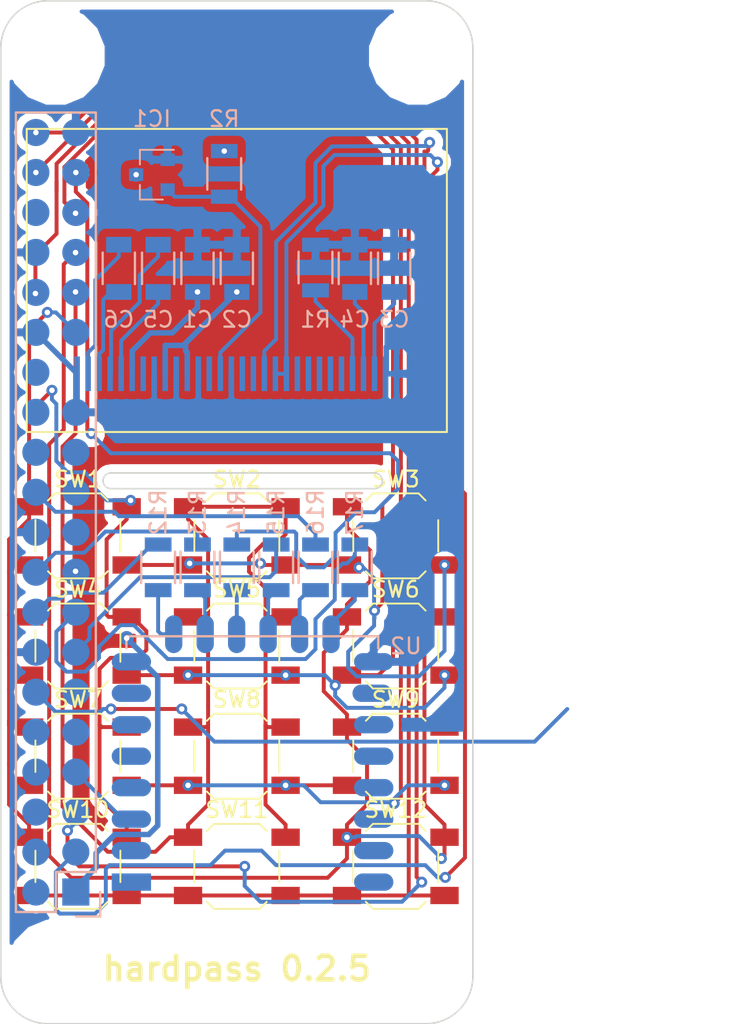
<source format=kicad_pcb>
(kicad_pcb (version 4) (host pcbnew 4.0.7)

  (general
    (links 98)
    (no_connects 0)
    (area -4.40411 -1.5255 30.050001 66.22418)
    (thickness 1.6)
    (drawings 16)
    (tracks 580)
    (zones 0)
    (modules 34)
    (nets 68)
  )

  (page A4)
  (layers
    (0 F.Cu signal)
    (31 B.Cu signal)
    (32 B.Adhes user)
    (33 F.Adhes user)
    (34 B.Paste user)
    (35 F.Paste user)
    (36 B.SilkS user)
    (37 F.SilkS user)
    (38 B.Mask user)
    (39 F.Mask user)
    (40 Dwgs.User user)
    (41 Cmts.User user)
    (42 Eco1.User user)
    (43 Eco2.User user)
    (44 Edge.Cuts user)
    (45 Margin user)
    (46 B.CrtYd user)
    (47 F.CrtYd user)
    (48 B.Fab user)
    (49 F.Fab user)
  )

  (setup
    (last_trace_width 0.25)
    (trace_clearance 0.25)
    (zone_clearance 0.508)
    (zone_45_only yes)
    (trace_min 0.2)
    (segment_width 0.2)
    (edge_width 0.1)
    (via_size 0.7)
    (via_drill 0.35)
    (via_min_size 0.7)
    (via_min_drill 0.3)
    (uvia_size 0.3)
    (uvia_drill 0.1)
    (uvias_allowed no)
    (uvia_min_size 0)
    (uvia_min_drill 0)
    (pcb_text_width 0.3)
    (pcb_text_size 1.5 1.5)
    (mod_edge_width 0.15)
    (mod_text_size 1 1)
    (mod_text_width 0.15)
    (pad_size 1.8 1.1)
    (pad_drill 0)
    (pad_to_mask_clearance 0)
    (aux_axis_origin 0 0)
    (visible_elements FFFFCF7F)
    (pcbplotparams
      (layerselection 0x00030_80000001)
      (usegerberextensions false)
      (excludeedgelayer true)
      (linewidth 0.100000)
      (plotframeref false)
      (viasonmask false)
      (mode 1)
      (useauxorigin false)
      (hpglpennumber 1)
      (hpglpenspeed 20)
      (hpglpendiameter 15)
      (hpglpenoverlay 2)
      (psnegative false)
      (psa4output false)
      (plotreference true)
      (plotvalue true)
      (plotinvisibletext false)
      (padsonsilk false)
      (subtractmaskfromsilk false)
      (outputformat 1)
      (mirror false)
      (drillshape 1)
      (scaleselection 1)
      (outputdirectory ""))
  )

  (net 0 "")
  (net 1 GND)
  (net 2 +3V3)
  (net 3 "Net-(C3-Pad1)")
  (net 4 "Net-(C4-Pad1)")
  (net 5 "Net-(C5-Pad1)")
  (net 6 "Net-(C5-Pad2)")
  (net 7 "Net-(C6-Pad1)")
  (net 8 "Net-(C6-Pad2)")
  (net 9 OLED_SDA)
  (net 10 OLED_SCL)
  (net 11 ESP_CHPD)
  (net 12 SHUTDOWN)
  (net 13 SD_D3)
  (net 14 ESP_CLK)
  (net 15 SD_CMD)
  (net 16 SD_D0)
  (net 17 SD_D1)
  (net 18 COL_1)
  (net 19 COL_2)
  (net 20 ROW_1)
  (net 21 COL_3)
  (net 22 ROW_2)
  (net 23 SD_D2)
  (net 24 ROW_3)
  (net 25 ROW_4)
  (net 26 "Net-(P2-Pad26)")
  (net 27 "Net-(R12-Pad1)")
  (net 28 "Net-(R13-Pad1)")
  (net 29 "Net-(R14-Pad1)")
  (net 30 "Net-(R15-Pad1)")
  (net 31 "Net-(R16-Pad1)")
  (net 32 "Net-(R17-Pad1)")
  (net 33 "Net-(U2-Pad1)")
  (net 34 "Net-(U2-Pad2)")
  (net 35 "Net-(U2-Pad4)")
  (net 36 "Net-(U2-Pad5)")
  (net 37 "Net-(U2-Pad6)")
  (net 38 "Net-(U2-Pad7)")
  (net 39 "Net-(U2-Pad16)")
  (net 40 "Net-(U2-Pad17)")
  (net 41 "Net-(U2-Pad18)")
  (net 42 "Net-(U2-Pad19)")
  (net 43 "Net-(U2-Pad20)")
  (net 44 "Net-(U2-Pad21)")
  (net 45 "Net-(U2-Pad22)")
  (net 46 "Net-(P2-Pad7)")
  (net 47 "Net-(P2-Pad13)")
  (net 48 "Net-(P2-Pad16)")
  (net 49 "Net-(P2-Pad17)")
  (net 50 "Net-(P2-Pad21)")
  (net 51 "Net-(P2-Pad22)")
  (net 52 "Net-(P2-Pad23)")
  (net 53 "Net-(P2-Pad24)")
  (net 54 "Net-(P2-Pad25)")
  (net 55 OLED_RST)
  (net 56 "Net-(J1-Pad2)")
  (net 57 "Net-(J1-Pad4)")
  (net 58 "Net-(J1-Pad8)")
  (net 59 "Net-(J1-Pad10)")
  (net 60 "Net-(J1-Pad11)")
  (net 61 "Net-(J1-Pad19)")
  (net 62 "Net-(J1-Pad21)")
  (net 63 "Net-(J1-Pad23)")
  (net 64 "Net-(J1-Pad24)")
  (net 65 "Net-(J1-Pad26)")
  (net 66 "Net-(J1-Pad28)")
  (net 67 "Net-(J1-Pad36)")

  (net_class Default "This is the default net class."
    (clearance 0.25)
    (trace_width 0.25)
    (via_dia 0.7)
    (via_drill 0.35)
    (uvia_dia 0.3)
    (uvia_drill 0.1)
    (add_net COL_1)
    (add_net COL_2)
    (add_net COL_3)
    (add_net ESP_CHPD)
    (add_net ESP_CLK)
    (add_net "Net-(C3-Pad1)")
    (add_net "Net-(C4-Pad1)")
    (add_net "Net-(C5-Pad1)")
    (add_net "Net-(C5-Pad2)")
    (add_net "Net-(C6-Pad1)")
    (add_net "Net-(C6-Pad2)")
    (add_net "Net-(J1-Pad10)")
    (add_net "Net-(J1-Pad11)")
    (add_net "Net-(J1-Pad19)")
    (add_net "Net-(J1-Pad2)")
    (add_net "Net-(J1-Pad21)")
    (add_net "Net-(J1-Pad23)")
    (add_net "Net-(J1-Pad24)")
    (add_net "Net-(J1-Pad26)")
    (add_net "Net-(J1-Pad28)")
    (add_net "Net-(J1-Pad36)")
    (add_net "Net-(J1-Pad4)")
    (add_net "Net-(J1-Pad8)")
    (add_net "Net-(P2-Pad13)")
    (add_net "Net-(P2-Pad16)")
    (add_net "Net-(P2-Pad17)")
    (add_net "Net-(P2-Pad21)")
    (add_net "Net-(P2-Pad22)")
    (add_net "Net-(P2-Pad23)")
    (add_net "Net-(P2-Pad24)")
    (add_net "Net-(P2-Pad25)")
    (add_net "Net-(P2-Pad26)")
    (add_net "Net-(P2-Pad7)")
    (add_net "Net-(R12-Pad1)")
    (add_net "Net-(R13-Pad1)")
    (add_net "Net-(R14-Pad1)")
    (add_net "Net-(R15-Pad1)")
    (add_net "Net-(R16-Pad1)")
    (add_net "Net-(R17-Pad1)")
    (add_net "Net-(U2-Pad1)")
    (add_net "Net-(U2-Pad16)")
    (add_net "Net-(U2-Pad17)")
    (add_net "Net-(U2-Pad18)")
    (add_net "Net-(U2-Pad19)")
    (add_net "Net-(U2-Pad2)")
    (add_net "Net-(U2-Pad20)")
    (add_net "Net-(U2-Pad21)")
    (add_net "Net-(U2-Pad22)")
    (add_net "Net-(U2-Pad4)")
    (add_net "Net-(U2-Pad5)")
    (add_net "Net-(U2-Pad6)")
    (add_net "Net-(U2-Pad7)")
    (add_net OLED_RST)
    (add_net OLED_SCL)
    (add_net OLED_SDA)
    (add_net ROW_1)
    (add_net ROW_2)
    (add_net ROW_3)
    (add_net ROW_4)
    (add_net SD_CMD)
    (add_net SD_D0)
    (add_net SD_D1)
    (add_net SD_D2)
    (add_net SD_D3)
    (add_net SHUTDOWN)
  )

  (net_class Power ""
    (clearance 0.25)
    (trace_width 0.35)
    (via_dia 0.9)
    (via_drill 0.35)
    (uvia_dia 0.3)
    (uvia_drill 0.1)
    (add_net +3V3)
    (add_net GND)
  )

  (module Buttons_Switches_SMD:SW_SPST_SKQG (layer F.Cu) (tedit 58724BB1) (tstamp 5A7F5D46)
    (at 25.1 34)
    (descr "ALPS 5.2mm Square Low-profile TACT Switch (SMD), http://www.alps.com/prod/info/E/PDF/Tact/SurfaceMount/SKQG/SKQG.PDF")
    (tags "SPST Button Switch")
    (path /572BCC13)
    (attr smd)
    (fp_text reference SW3 (at 0 -3.6) (layer F.SilkS)
      (effects (font (size 1 1) (thickness 0.15)))
    )
    (fp_text value 3 (at 0 3.7) (layer F.Fab)
      (effects (font (size 1 1) (thickness 0.15)))
    )
    (fp_line (start 1.45 -2.6) (end 2.55 -1.5) (layer F.Fab) (width 0.1))
    (fp_line (start 2.55 -1.5) (end 2.55 1.45) (layer F.Fab) (width 0.1))
    (fp_line (start 2.55 1.45) (end 1.4 2.6) (layer F.Fab) (width 0.1))
    (fp_line (start 1.4 2.6) (end -1.45 2.6) (layer F.Fab) (width 0.1))
    (fp_line (start -1.45 2.6) (end -2.6 1.45) (layer F.Fab) (width 0.1))
    (fp_line (start -2.6 1.45) (end -2.6 -1.45) (layer F.Fab) (width 0.1))
    (fp_line (start -2.6 -1.45) (end -1.45 -2.6) (layer F.Fab) (width 0.1))
    (fp_line (start -1.45 -2.6) (end 1.45 -2.6) (layer F.Fab) (width 0.1))
    (fp_text user %R (at 0 -3.6) (layer F.Fab)
      (effects (font (size 1 1) (thickness 0.15)))
    )
    (fp_line (start -4.25 -2.95) (end -4.25 2.95) (layer F.CrtYd) (width 0.05))
    (fp_line (start 4.25 -2.95) (end -4.25 -2.95) (layer F.CrtYd) (width 0.05))
    (fp_line (start 4.25 2.95) (end 4.25 -2.95) (layer F.CrtYd) (width 0.05))
    (fp_line (start -4.25 2.95) (end 4.25 2.95) (layer F.CrtYd) (width 0.05))
    (fp_line (start -1.2 -1.8) (end 1.2 -1.8) (layer F.Fab) (width 0.1))
    (fp_line (start -1.8 -1.2) (end -1.2 -1.8) (layer F.Fab) (width 0.1))
    (fp_line (start -1.8 1.2) (end -1.8 -1.2) (layer F.Fab) (width 0.1))
    (fp_line (start -1.2 1.8) (end -1.8 1.2) (layer F.Fab) (width 0.1))
    (fp_line (start 1.2 1.8) (end -1.2 1.8) (layer F.Fab) (width 0.1))
    (fp_line (start 1.8 1.2) (end 1.2 1.8) (layer F.Fab) (width 0.1))
    (fp_line (start 1.8 -1.2) (end 1.8 1.2) (layer F.Fab) (width 0.1))
    (fp_line (start 1.2 -1.8) (end 1.8 -1.2) (layer F.Fab) (width 0.1))
    (fp_line (start -1.45 -2.7) (end 1.45 -2.7) (layer F.SilkS) (width 0.12))
    (fp_line (start -1.9 -2.25) (end -1.45 -2.7) (layer F.SilkS) (width 0.12))
    (fp_line (start -2.7 1) (end -2.7 -1) (layer F.SilkS) (width 0.12))
    (fp_line (start -1.45 2.7) (end -1.9 2.25) (layer F.SilkS) (width 0.12))
    (fp_line (start 1.45 2.7) (end -1.45 2.7) (layer F.SilkS) (width 0.12))
    (fp_line (start 1.9 2.25) (end 1.45 2.7) (layer F.SilkS) (width 0.12))
    (fp_line (start 2.7 -1) (end 2.7 1) (layer F.SilkS) (width 0.12))
    (fp_line (start 1.45 -2.7) (end 1.9 -2.25) (layer F.SilkS) (width 0.12))
    (fp_circle (center 0 0) (end 1 0) (layer F.Fab) (width 0.1))
    (pad 1 smd rect (at -3.1 -1.85) (size 1.8 1.1) (layers F.Cu F.Paste F.Mask)
      (net 21 COL_3))
    (pad 1 smd rect (at 3.1 -1.85) (size 1.8 1.1) (layers F.Cu F.Paste F.Mask)
      (net 21 COL_3))
    (pad 2 smd rect (at -3.1 1.85) (size 1.8 1.1) (layers F.Cu F.Paste F.Mask)
      (net 20 ROW_1))
    (pad 2 smd rect (at 3.1 1.85) (size 1.8 1.1) (layers F.Cu F.Paste F.Mask)
      (net 20 ROW_1))
    (model ${KIPRJMOD}/hardpass.3dshapes/5.2mm-tact.wrl
      (at (xyz 0 0 0))
      (scale (xyz 0.393701 0.393701 0.393701))
      (rotate (xyz 270 0 0))
    )
  )

  (module Buttons_Switches_SMD:SW_SPST_SKQG (layer F.Cu) (tedit 58724BB1) (tstamp 5A7F5DFF)
    (at 15 48)
    (descr "ALPS 5.2mm Square Low-profile TACT Switch (SMD), http://www.alps.com/prod/info/E/PDF/Tact/SurfaceMount/SKQG/SKQG.PDF")
    (tags "SPST Button Switch")
    (path /572BD343)
    (attr smd)
    (fp_text reference SW8 (at 0 -3.6) (layer F.SilkS)
      (effects (font (size 1 1) (thickness 0.15)))
    )
    (fp_text value 8 (at 0 3.7) (layer F.Fab)
      (effects (font (size 1 1) (thickness 0.15)))
    )
    (fp_line (start 1.45 -2.6) (end 2.55 -1.5) (layer F.Fab) (width 0.1))
    (fp_line (start 2.55 -1.5) (end 2.55 1.45) (layer F.Fab) (width 0.1))
    (fp_line (start 2.55 1.45) (end 1.4 2.6) (layer F.Fab) (width 0.1))
    (fp_line (start 1.4 2.6) (end -1.45 2.6) (layer F.Fab) (width 0.1))
    (fp_line (start -1.45 2.6) (end -2.6 1.45) (layer F.Fab) (width 0.1))
    (fp_line (start -2.6 1.45) (end -2.6 -1.45) (layer F.Fab) (width 0.1))
    (fp_line (start -2.6 -1.45) (end -1.45 -2.6) (layer F.Fab) (width 0.1))
    (fp_line (start -1.45 -2.6) (end 1.45 -2.6) (layer F.Fab) (width 0.1))
    (fp_text user %R (at 0 -3.6) (layer F.Fab)
      (effects (font (size 1 1) (thickness 0.15)))
    )
    (fp_line (start -4.25 -2.95) (end -4.25 2.95) (layer F.CrtYd) (width 0.05))
    (fp_line (start 4.25 -2.95) (end -4.25 -2.95) (layer F.CrtYd) (width 0.05))
    (fp_line (start 4.25 2.95) (end 4.25 -2.95) (layer F.CrtYd) (width 0.05))
    (fp_line (start -4.25 2.95) (end 4.25 2.95) (layer F.CrtYd) (width 0.05))
    (fp_line (start -1.2 -1.8) (end 1.2 -1.8) (layer F.Fab) (width 0.1))
    (fp_line (start -1.8 -1.2) (end -1.2 -1.8) (layer F.Fab) (width 0.1))
    (fp_line (start -1.8 1.2) (end -1.8 -1.2) (layer F.Fab) (width 0.1))
    (fp_line (start -1.2 1.8) (end -1.8 1.2) (layer F.Fab) (width 0.1))
    (fp_line (start 1.2 1.8) (end -1.2 1.8) (layer F.Fab) (width 0.1))
    (fp_line (start 1.8 1.2) (end 1.2 1.8) (layer F.Fab) (width 0.1))
    (fp_line (start 1.8 -1.2) (end 1.8 1.2) (layer F.Fab) (width 0.1))
    (fp_line (start 1.2 -1.8) (end 1.8 -1.2) (layer F.Fab) (width 0.1))
    (fp_line (start -1.45 -2.7) (end 1.45 -2.7) (layer F.SilkS) (width 0.12))
    (fp_line (start -1.9 -2.25) (end -1.45 -2.7) (layer F.SilkS) (width 0.12))
    (fp_line (start -2.7 1) (end -2.7 -1) (layer F.SilkS) (width 0.12))
    (fp_line (start -1.45 2.7) (end -1.9 2.25) (layer F.SilkS) (width 0.12))
    (fp_line (start 1.45 2.7) (end -1.45 2.7) (layer F.SilkS) (width 0.12))
    (fp_line (start 1.9 2.25) (end 1.45 2.7) (layer F.SilkS) (width 0.12))
    (fp_line (start 2.7 -1) (end 2.7 1) (layer F.SilkS) (width 0.12))
    (fp_line (start 1.45 -2.7) (end 1.9 -2.25) (layer F.SilkS) (width 0.12))
    (fp_circle (center 0 0) (end 1 0) (layer F.Fab) (width 0.1))
    (pad 1 smd rect (at -3.1 -1.85) (size 1.8 1.1) (layers F.Cu F.Paste F.Mask)
      (net 19 COL_2))
    (pad 1 smd rect (at 3.1 -1.85) (size 1.8 1.1) (layers F.Cu F.Paste F.Mask)
      (net 19 COL_2))
    (pad 2 smd rect (at -3.1 1.85) (size 1.8 1.1) (layers F.Cu F.Paste F.Mask)
      (net 24 ROW_3))
    (pad 2 smd rect (at 3.1 1.85) (size 1.8 1.1) (layers F.Cu F.Paste F.Mask)
      (net 24 ROW_3))
    (model ${KIPRJMOD}/hardpass.3dshapes/5.2mm-tact.wrl
      (at (xyz 0 0 0))
      (scale (xyz 0.393701 0.393701 0.393701))
      (rotate (xyz 270 0 0))
    )
  )

  (module TO_SOT_Packages_SMD:SOT-23 (layer B.Cu) (tedit 58CE4E7E) (tstamp 597398BF)
    (at 9.6 11.05 180)
    (descr "SOT-23, Standard")
    (tags SOT-23)
    (path /593C6F9B)
    (attr smd)
    (fp_text reference IC1 (at 0 3.55 180) (layer B.SilkS)
      (effects (font (size 1 1) (thickness 0.15)) (justify mirror))
    )
    (fp_text value APX803 (at 0 -2.5 180) (layer B.Fab)
      (effects (font (size 1 1) (thickness 0.15)) (justify mirror))
    )
    (fp_text user %R (at 0 0 450) (layer B.Fab)
      (effects (font (size 0.5 0.5) (thickness 0.075)) (justify mirror))
    )
    (fp_line (start -0.7 0.95) (end -0.7 -1.5) (layer B.Fab) (width 0.1))
    (fp_line (start -0.15 1.52) (end 0.7 1.52) (layer B.Fab) (width 0.1))
    (fp_line (start -0.7 0.95) (end -0.15 1.52) (layer B.Fab) (width 0.1))
    (fp_line (start 0.7 1.52) (end 0.7 -1.52) (layer B.Fab) (width 0.1))
    (fp_line (start -0.7 -1.52) (end 0.7 -1.52) (layer B.Fab) (width 0.1))
    (fp_line (start 0.76 -1.58) (end 0.76 -0.65) (layer B.SilkS) (width 0.12))
    (fp_line (start 0.76 1.58) (end 0.76 0.65) (layer B.SilkS) (width 0.12))
    (fp_line (start -1.7 1.75) (end 1.7 1.75) (layer B.CrtYd) (width 0.05))
    (fp_line (start 1.7 1.75) (end 1.7 -1.75) (layer B.CrtYd) (width 0.05))
    (fp_line (start 1.7 -1.75) (end -1.7 -1.75) (layer B.CrtYd) (width 0.05))
    (fp_line (start -1.7 -1.75) (end -1.7 1.75) (layer B.CrtYd) (width 0.05))
    (fp_line (start 0.76 1.58) (end -1.4 1.58) (layer B.SilkS) (width 0.12))
    (fp_line (start 0.76 -1.58) (end -0.7 -1.58) (layer B.SilkS) (width 0.12))
    (pad 1 smd rect (at -1 0.95 180) (size 0.9 0.8) (layers B.Cu B.Paste B.Mask)
      (net 1 GND))
    (pad 2 smd rect (at -1 -0.95 180) (size 0.9 0.8) (layers B.Cu B.Paste B.Mask)
      (net 55 OLED_RST))
    (pad 3 smd rect (at 1 0 180) (size 0.9 0.8) (layers B.Cu B.Paste B.Mask)
      (net 2 +3V3))
    (model ${KISYS3DMOD}/TO_SOT_Packages_SMD.3dshapes/SOT-23.wrl
      (at (xyz 0 0 0))
      (scale (xyz 1 1 1))
      (rotate (xyz 0 0 0))
    )
  )

  (module RPi_Hat:RPi_Hat_Mounting_Hole (layer F.Cu) (tedit 551AB250) (tstamp 58D3079A)
    (at 26.5 3.5)
    (descr "Mounting hole, Befestigungsbohrung, 2,7mm, No Annular, Kein Restring,")
    (tags "Mounting hole, Befestigungsbohrung, 2,7mm, No Annular, Kein Restring,")
    (fp_text reference "" (at 0 -4.0005) (layer F.SilkS) hide
      (effects (font (size 1 1) (thickness 0.15)))
    )
    (fp_text value "" (at 0.09906 3.59918) (layer F.Fab) hide
      (effects (font (size 1 1) (thickness 0.15)))
    )
    (fp_circle (center 0 0) (end 1.375 0) (layer F.Fab) (width 0.15))
    (fp_circle (center 0 0) (end 3.1 0) (layer F.Fab) (width 0.15))
    (fp_circle (center 0 0) (end 3.1 0) (layer B.Fab) (width 0.15))
    (fp_circle (center 0 0) (end 1.375 0) (layer B.Fab) (width 0.15))
    (fp_circle (center 0 0) (end 3.1 0) (layer F.CrtYd) (width 0.15))
    (fp_circle (center 0 0) (end 3.1 0) (layer B.CrtYd) (width 0.15))
    (pad "" np_thru_hole circle (at 0 0) (size 2.75 2.75) (drill 2.75) (layers *.Cu *.Mask)
      (solder_mask_margin 1.725) (clearance 1.725))
  )

  (module RPi_Hat:RPi_Hat_Mounting_Hole (layer F.Cu) (tedit 551AB250) (tstamp 58D30790)
    (at 26.5 61.5)
    (descr "Mounting hole, Befestigungsbohrung, 2,7mm, No Annular, Kein Restring,")
    (tags "Mounting hole, Befestigungsbohrung, 2,7mm, No Annular, Kein Restring,")
    (fp_text reference "" (at 0 -4.0005) (layer F.SilkS) hide
      (effects (font (size 1 1) (thickness 0.15)))
    )
    (fp_text value "" (at 0.09906 3.59918) (layer F.Fab) hide
      (effects (font (size 1 1) (thickness 0.15)))
    )
    (fp_circle (center 0 0) (end 1.375 0) (layer F.Fab) (width 0.15))
    (fp_circle (center 0 0) (end 3.1 0) (layer F.Fab) (width 0.15))
    (fp_circle (center 0 0) (end 3.1 0) (layer B.Fab) (width 0.15))
    (fp_circle (center 0 0) (end 1.375 0) (layer B.Fab) (width 0.15))
    (fp_circle (center 0 0) (end 3.1 0) (layer F.CrtYd) (width 0.15))
    (fp_circle (center 0 0) (end 3.1 0) (layer B.CrtYd) (width 0.15))
    (pad "" np_thru_hole circle (at 0 0) (size 2.75 2.75) (drill 2.75) (layers *.Cu *.Mask)
      (solder_mask_margin 1.725) (clearance 1.725))
  )

  (module RPi_Hat:RPi_Hat_Mounting_Hole (layer F.Cu) (tedit 551AB250) (tstamp 58D30783)
    (at 3.5 61.5)
    (descr "Mounting hole, Befestigungsbohrung, 2,7mm, No Annular, Kein Restring,")
    (tags "Mounting hole, Befestigungsbohrung, 2,7mm, No Annular, Kein Restring,")
    (fp_text reference "" (at 0 -4.0005) (layer F.SilkS) hide
      (effects (font (size 1 1) (thickness 0.15)))
    )
    (fp_text value "" (at 0.09906 3.59918) (layer F.Fab) hide
      (effects (font (size 1 1) (thickness 0.15)))
    )
    (fp_circle (center 0 0) (end 1.375 0) (layer F.Fab) (width 0.15))
    (fp_circle (center 0 0) (end 3.1 0) (layer F.Fab) (width 0.15))
    (fp_circle (center 0 0) (end 3.1 0) (layer B.Fab) (width 0.15))
    (fp_circle (center 0 0) (end 1.375 0) (layer B.Fab) (width 0.15))
    (fp_circle (center 0 0) (end 3.1 0) (layer F.CrtYd) (width 0.15))
    (fp_circle (center 0 0) (end 3.1 0) (layer B.CrtYd) (width 0.15))
    (pad "" np_thru_hole circle (at 0 0) (size 2.75 2.75) (drill 2.75) (layers *.Cu *.Mask)
      (solder_mask_margin 1.725) (clearance 1.725))
  )

  (module Capacitors_SMD:C_1206 (layer B.Cu) (tedit 5415D7BD) (tstamp 58702475)
    (at 12.5 17 270)
    (descr "Capacitor SMD 1206, reflow soldering, AVX (see smccp.pdf)")
    (tags "capacitor 1206")
    (path /58702958)
    (attr smd)
    (fp_text reference C1 (at 3.25 0 360) (layer B.SilkS)
      (effects (font (size 1 1) (thickness 0.15)) (justify mirror))
    )
    (fp_text value 2.2µF (at 0.75 0 270) (layer B.Fab)
      (effects (font (size 1 1) (thickness 0.15)) (justify mirror))
    )
    (fp_line (start -1.6 -0.8) (end -1.6 0.8) (layer B.Fab) (width 0.15))
    (fp_line (start 1.6 -0.8) (end -1.6 -0.8) (layer B.Fab) (width 0.15))
    (fp_line (start 1.6 0.8) (end 1.6 -0.8) (layer B.Fab) (width 0.15))
    (fp_line (start -1.6 0.8) (end 1.6 0.8) (layer B.Fab) (width 0.15))
    (fp_line (start -2.3 1.15) (end 2.3 1.15) (layer B.CrtYd) (width 0.05))
    (fp_line (start -2.3 -1.15) (end 2.3 -1.15) (layer B.CrtYd) (width 0.05))
    (fp_line (start -2.3 1.15) (end -2.3 -1.15) (layer B.CrtYd) (width 0.05))
    (fp_line (start 2.3 1.15) (end 2.3 -1.15) (layer B.CrtYd) (width 0.05))
    (fp_line (start 1 1.025) (end -1 1.025) (layer B.SilkS) (width 0.15))
    (fp_line (start -1 -1.025) (end 1 -1.025) (layer B.SilkS) (width 0.15))
    (pad 1 smd rect (at -1.5 0 270) (size 1 1.6) (layers B.Cu B.Paste B.Mask)
      (net 1 GND))
    (pad 2 smd rect (at 1.5 0 270) (size 1 1.6) (layers B.Cu B.Paste B.Mask)
      (net 2 +3V3))
    (model Capacitors_SMD.3dshapes/C_1206.wrl
      (at (xyz 0 0 0))
      (scale (xyz 1 1 1))
      (rotate (xyz 0 0 0))
    )
  )

  (module Capacitors_SMD:C_1206 (layer B.Cu) (tedit 5415D7BD) (tstamp 58702485)
    (at 15 17 270)
    (descr "Capacitor SMD 1206, reflow soldering, AVX (see smccp.pdf)")
    (tags "capacitor 1206")
    (path /576ABF65)
    (attr smd)
    (fp_text reference C2 (at 3.25 0 360) (layer B.SilkS)
      (effects (font (size 1 1) (thickness 0.15)) (justify mirror))
    )
    (fp_text value 2.2µF (at 0.75 0 270) (layer B.Fab)
      (effects (font (size 1 1) (thickness 0.15)) (justify mirror))
    )
    (fp_line (start -1.6 -0.8) (end -1.6 0.8) (layer B.Fab) (width 0.15))
    (fp_line (start 1.6 -0.8) (end -1.6 -0.8) (layer B.Fab) (width 0.15))
    (fp_line (start 1.6 0.8) (end 1.6 -0.8) (layer B.Fab) (width 0.15))
    (fp_line (start -1.6 0.8) (end 1.6 0.8) (layer B.Fab) (width 0.15))
    (fp_line (start -2.3 1.15) (end 2.3 1.15) (layer B.CrtYd) (width 0.05))
    (fp_line (start -2.3 -1.15) (end 2.3 -1.15) (layer B.CrtYd) (width 0.05))
    (fp_line (start -2.3 1.15) (end -2.3 -1.15) (layer B.CrtYd) (width 0.05))
    (fp_line (start 2.3 1.15) (end 2.3 -1.15) (layer B.CrtYd) (width 0.05))
    (fp_line (start 1 1.025) (end -1 1.025) (layer B.SilkS) (width 0.15))
    (fp_line (start -1 -1.025) (end 1 -1.025) (layer B.SilkS) (width 0.15))
    (pad 1 smd rect (at -1.5 0 270) (size 1 1.6) (layers B.Cu B.Paste B.Mask)
      (net 1 GND))
    (pad 2 smd rect (at 1.5 0 270) (size 1 1.6) (layers B.Cu B.Paste B.Mask)
      (net 2 +3V3))
    (model Capacitors_SMD.3dshapes/C_1206.wrl
      (at (xyz 0 0 0))
      (scale (xyz 1 1 1))
      (rotate (xyz 0 0 0))
    )
  )

  (module Capacitors_SMD:C_1206 (layer B.Cu) (tedit 5415D7BD) (tstamp 58702495)
    (at 25 17 90)
    (descr "Capacitor SMD 1206, reflow soldering, AVX (see smccp.pdf)")
    (tags "capacitor 1206")
    (path /576AC79A)
    (attr smd)
    (fp_text reference C3 (at -3.25 0 180) (layer B.SilkS)
      (effects (font (size 1 1) (thickness 0.15)) (justify mirror))
    )
    (fp_text value 10µF (at -0.5 0 90) (layer B.Fab)
      (effects (font (size 1 1) (thickness 0.15)) (justify mirror))
    )
    (fp_line (start -1.6 -0.8) (end -1.6 0.8) (layer B.Fab) (width 0.15))
    (fp_line (start 1.6 -0.8) (end -1.6 -0.8) (layer B.Fab) (width 0.15))
    (fp_line (start 1.6 0.8) (end 1.6 -0.8) (layer B.Fab) (width 0.15))
    (fp_line (start -1.6 0.8) (end 1.6 0.8) (layer B.Fab) (width 0.15))
    (fp_line (start -2.3 1.15) (end 2.3 1.15) (layer B.CrtYd) (width 0.05))
    (fp_line (start -2.3 -1.15) (end 2.3 -1.15) (layer B.CrtYd) (width 0.05))
    (fp_line (start -2.3 1.15) (end -2.3 -1.15) (layer B.CrtYd) (width 0.05))
    (fp_line (start 2.3 1.15) (end 2.3 -1.15) (layer B.CrtYd) (width 0.05))
    (fp_line (start 1 1.025) (end -1 1.025) (layer B.SilkS) (width 0.15))
    (fp_line (start -1 -1.025) (end 1 -1.025) (layer B.SilkS) (width 0.15))
    (pad 1 smd rect (at -1.5 0 90) (size 1 1.6) (layers B.Cu B.Paste B.Mask)
      (net 3 "Net-(C3-Pad1)"))
    (pad 2 smd rect (at 1.5 0 90) (size 1 1.6) (layers B.Cu B.Paste B.Mask)
      (net 1 GND))
    (model Capacitors_SMD.3dshapes/C_1206.wrl
      (at (xyz 0 0 0))
      (scale (xyz 1 1 1))
      (rotate (xyz 0 0 0))
    )
  )

  (module Capacitors_SMD:C_1206 (layer B.Cu) (tedit 5415D7BD) (tstamp 587024A5)
    (at 22.5 17 90)
    (descr "Capacitor SMD 1206, reflow soldering, AVX (see smccp.pdf)")
    (tags "capacitor 1206")
    (path /576ACF95)
    (attr smd)
    (fp_text reference C4 (at -3.25 0 180) (layer B.SilkS)
      (effects (font (size 1 1) (thickness 0.15)) (justify mirror))
    )
    (fp_text value 2.2µF (at -0.75 0 90) (layer B.Fab)
      (effects (font (size 1 1) (thickness 0.15)) (justify mirror))
    )
    (fp_line (start -1.6 -0.8) (end -1.6 0.8) (layer B.Fab) (width 0.15))
    (fp_line (start 1.6 -0.8) (end -1.6 -0.8) (layer B.Fab) (width 0.15))
    (fp_line (start 1.6 0.8) (end 1.6 -0.8) (layer B.Fab) (width 0.15))
    (fp_line (start -1.6 0.8) (end 1.6 0.8) (layer B.Fab) (width 0.15))
    (fp_line (start -2.3 1.15) (end 2.3 1.15) (layer B.CrtYd) (width 0.05))
    (fp_line (start -2.3 -1.15) (end 2.3 -1.15) (layer B.CrtYd) (width 0.05))
    (fp_line (start -2.3 1.15) (end -2.3 -1.15) (layer B.CrtYd) (width 0.05))
    (fp_line (start 2.3 1.15) (end 2.3 -1.15) (layer B.CrtYd) (width 0.05))
    (fp_line (start 1 1.025) (end -1 1.025) (layer B.SilkS) (width 0.15))
    (fp_line (start -1 -1.025) (end 1 -1.025) (layer B.SilkS) (width 0.15))
    (pad 1 smd rect (at -1.5 0 90) (size 1 1.6) (layers B.Cu B.Paste B.Mask)
      (net 4 "Net-(C4-Pad1)"))
    (pad 2 smd rect (at 1.5 0 90) (size 1 1.6) (layers B.Cu B.Paste B.Mask)
      (net 1 GND))
    (model Capacitors_SMD.3dshapes/C_1206.wrl
      (at (xyz 0 0 0))
      (scale (xyz 1 1 1))
      (rotate (xyz 0 0 0))
    )
  )

  (module Capacitors_SMD:C_1206 (layer B.Cu) (tedit 5415D7BD) (tstamp 587024B5)
    (at 10 17 270)
    (descr "Capacitor SMD 1206, reflow soldering, AVX (see smccp.pdf)")
    (tags "capacitor 1206")
    (path /576AB9B6)
    (attr smd)
    (fp_text reference C5 (at 3.25 0 360) (layer B.SilkS)
      (effects (font (size 1 1) (thickness 0.15)) (justify mirror))
    )
    (fp_text value 2.2µF (at 0.75 0 270) (layer B.Fab)
      (effects (font (size 1 1) (thickness 0.15)) (justify mirror))
    )
    (fp_line (start -1.6 -0.8) (end -1.6 0.8) (layer B.Fab) (width 0.15))
    (fp_line (start 1.6 -0.8) (end -1.6 -0.8) (layer B.Fab) (width 0.15))
    (fp_line (start 1.6 0.8) (end 1.6 -0.8) (layer B.Fab) (width 0.15))
    (fp_line (start -1.6 0.8) (end 1.6 0.8) (layer B.Fab) (width 0.15))
    (fp_line (start -2.3 1.15) (end 2.3 1.15) (layer B.CrtYd) (width 0.05))
    (fp_line (start -2.3 -1.15) (end 2.3 -1.15) (layer B.CrtYd) (width 0.05))
    (fp_line (start -2.3 1.15) (end -2.3 -1.15) (layer B.CrtYd) (width 0.05))
    (fp_line (start 2.3 1.15) (end 2.3 -1.15) (layer B.CrtYd) (width 0.05))
    (fp_line (start 1 1.025) (end -1 1.025) (layer B.SilkS) (width 0.15))
    (fp_line (start -1 -1.025) (end 1 -1.025) (layer B.SilkS) (width 0.15))
    (pad 1 smd rect (at -1.5 0 270) (size 1 1.6) (layers B.Cu B.Paste B.Mask)
      (net 5 "Net-(C5-Pad1)"))
    (pad 2 smd rect (at 1.5 0 270) (size 1 1.6) (layers B.Cu B.Paste B.Mask)
      (net 6 "Net-(C5-Pad2)"))
    (model Capacitors_SMD.3dshapes/C_1206.wrl
      (at (xyz 0 0 0))
      (scale (xyz 1 1 1))
      (rotate (xyz 0 0 0))
    )
  )

  (module Capacitors_SMD:C_1206 (layer B.Cu) (tedit 5415D7BD) (tstamp 587024C5)
    (at 7.5 17 270)
    (descr "Capacitor SMD 1206, reflow soldering, AVX (see smccp.pdf)")
    (tags "capacitor 1206")
    (path /576AB858)
    (attr smd)
    (fp_text reference C6 (at 3.25 0 360) (layer B.SilkS)
      (effects (font (size 1 1) (thickness 0.15)) (justify mirror))
    )
    (fp_text value 2.2µF (at 0.75 0 270) (layer B.Fab)
      (effects (font (size 1 1) (thickness 0.15)) (justify mirror))
    )
    (fp_line (start -1.6 -0.8) (end -1.6 0.8) (layer B.Fab) (width 0.15))
    (fp_line (start 1.6 -0.8) (end -1.6 -0.8) (layer B.Fab) (width 0.15))
    (fp_line (start 1.6 0.8) (end 1.6 -0.8) (layer B.Fab) (width 0.15))
    (fp_line (start -1.6 0.8) (end 1.6 0.8) (layer B.Fab) (width 0.15))
    (fp_line (start -2.3 1.15) (end 2.3 1.15) (layer B.CrtYd) (width 0.05))
    (fp_line (start -2.3 -1.15) (end 2.3 -1.15) (layer B.CrtYd) (width 0.05))
    (fp_line (start -2.3 1.15) (end -2.3 -1.15) (layer B.CrtYd) (width 0.05))
    (fp_line (start 2.3 1.15) (end 2.3 -1.15) (layer B.CrtYd) (width 0.05))
    (fp_line (start 1 1.025) (end -1 1.025) (layer B.SilkS) (width 0.15))
    (fp_line (start -1 -1.025) (end 1 -1.025) (layer B.SilkS) (width 0.15))
    (pad 1 smd rect (at -1.5 0 270) (size 1 1.6) (layers B.Cu B.Paste B.Mask)
      (net 7 "Net-(C6-Pad1)"))
    (pad 2 smd rect (at 1.5 0 270) (size 1 1.6) (layers B.Cu B.Paste B.Mask)
      (net 8 "Net-(C6-Pad2)"))
    (model Capacitors_SMD.3dshapes/C_1206.wrl
      (at (xyz 0 0 0))
      (scale (xyz 1 1 1))
      (rotate (xyz 0 0 0))
    )
  )

  (module Resistors_SMD:R_1206 (layer B.Cu) (tedit 58307BE8) (tstamp 5870251D)
    (at 20 16.95 90)
    (descr "Resistor SMD 1206, reflow soldering, Vishay (see dcrcw.pdf)")
    (tags "resistor 1206")
    (path /576AE193)
    (attr smd)
    (fp_text reference R1 (at -3.3 0 180) (layer B.SilkS)
      (effects (font (size 1 1) (thickness 0.15)) (justify mirror))
    )
    (fp_text value 390k (at -0.55 0 90) (layer B.Fab)
      (effects (font (size 1 1) (thickness 0.15)) (justify mirror))
    )
    (fp_line (start -1.6 -0.8) (end -1.6 0.8) (layer B.Fab) (width 0.1))
    (fp_line (start 1.6 -0.8) (end -1.6 -0.8) (layer B.Fab) (width 0.1))
    (fp_line (start 1.6 0.8) (end 1.6 -0.8) (layer B.Fab) (width 0.1))
    (fp_line (start -1.6 0.8) (end 1.6 0.8) (layer B.Fab) (width 0.1))
    (fp_line (start -2.2 1.2) (end 2.2 1.2) (layer B.CrtYd) (width 0.05))
    (fp_line (start -2.2 -1.2) (end 2.2 -1.2) (layer B.CrtYd) (width 0.05))
    (fp_line (start -2.2 1.2) (end -2.2 -1.2) (layer B.CrtYd) (width 0.05))
    (fp_line (start 2.2 1.2) (end 2.2 -1.2) (layer B.CrtYd) (width 0.05))
    (fp_line (start 1 -1.075) (end -1 -1.075) (layer B.SilkS) (width 0.15))
    (fp_line (start -1 1.075) (end 1 1.075) (layer B.SilkS) (width 0.15))
    (pad 1 smd rect (at -1.45 0 90) (size 0.9 1.7) (layers B.Cu B.Paste B.Mask)
      (net 26 "Net-(P2-Pad26)"))
    (pad 2 smd rect (at 1.45 0 90) (size 0.9 1.7) (layers B.Cu B.Paste B.Mask)
      (net 1 GND))
    (model Resistors_SMD.3dshapes/R_1206.wrl
      (at (xyz 0 0 0))
      (scale (xyz 1 1 1))
      (rotate (xyz 0 0 0))
    )
  )

  (module Resistors_SMD:R_1206 (layer B.Cu) (tedit 58307BE8) (tstamp 5870252D)
    (at 14.2 11 270)
    (descr "Resistor SMD 1206, reflow soldering, Vishay (see dcrcw.pdf)")
    (tags "resistor 1206")
    (path /593C7684)
    (attr smd)
    (fp_text reference R2 (at -3.5 0 360) (layer B.SilkS)
      (effects (font (size 1 1) (thickness 0.15)) (justify mirror))
    )
    (fp_text value 10k (at 0 -0.05 270) (layer B.Fab)
      (effects (font (size 1 1) (thickness 0.15)) (justify mirror))
    )
    (fp_line (start -1.6 -0.8) (end -1.6 0.8) (layer B.Fab) (width 0.1))
    (fp_line (start 1.6 -0.8) (end -1.6 -0.8) (layer B.Fab) (width 0.1))
    (fp_line (start 1.6 0.8) (end 1.6 -0.8) (layer B.Fab) (width 0.1))
    (fp_line (start -1.6 0.8) (end 1.6 0.8) (layer B.Fab) (width 0.1))
    (fp_line (start -2.2 1.2) (end 2.2 1.2) (layer B.CrtYd) (width 0.05))
    (fp_line (start -2.2 -1.2) (end 2.2 -1.2) (layer B.CrtYd) (width 0.05))
    (fp_line (start -2.2 1.2) (end -2.2 -1.2) (layer B.CrtYd) (width 0.05))
    (fp_line (start 2.2 1.2) (end 2.2 -1.2) (layer B.CrtYd) (width 0.05))
    (fp_line (start 1 -1.075) (end -1 -1.075) (layer B.SilkS) (width 0.15))
    (fp_line (start -1 1.075) (end 1 1.075) (layer B.SilkS) (width 0.15))
    (pad 1 smd rect (at -1.45 0 270) (size 0.9 1.7) (layers B.Cu B.Paste B.Mask)
      (net 2 +3V3))
    (pad 2 smd rect (at 1.45 0 270) (size 0.9 1.7) (layers B.Cu B.Paste B.Mask)
      (net 55 OLED_RST))
    (model Resistors_SMD.3dshapes/R_1206.wrl
      (at (xyz 0 0 0))
      (scale (xyz 1 1 1))
      (rotate (xyz 0 0 0))
    )
  )

  (module Resistors_SMD:R_1206 (layer B.Cu) (tedit 58307BE8) (tstamp 5870256D)
    (at 10 36 90)
    (descr "Resistor SMD 1206, reflow soldering, Vishay (see dcrcw.pdf)")
    (tags "resistor 1206")
    (path /57B87105)
    (attr smd)
    (fp_text reference R12 (at 3.5 0 90) (layer B.SilkS)
      (effects (font (size 1 1) (thickness 0.15)) (justify mirror))
    )
    (fp_text value 33 (at 0 0 90) (layer B.Fab)
      (effects (font (size 1 1) (thickness 0.15)) (justify mirror))
    )
    (fp_line (start -1.6 -0.8) (end -1.6 0.8) (layer B.Fab) (width 0.1))
    (fp_line (start 1.6 -0.8) (end -1.6 -0.8) (layer B.Fab) (width 0.1))
    (fp_line (start 1.6 0.8) (end 1.6 -0.8) (layer B.Fab) (width 0.1))
    (fp_line (start -1.6 0.8) (end 1.6 0.8) (layer B.Fab) (width 0.1))
    (fp_line (start -2.2 1.2) (end 2.2 1.2) (layer B.CrtYd) (width 0.05))
    (fp_line (start -2.2 -1.2) (end 2.2 -1.2) (layer B.CrtYd) (width 0.05))
    (fp_line (start -2.2 1.2) (end -2.2 -1.2) (layer B.CrtYd) (width 0.05))
    (fp_line (start 2.2 1.2) (end 2.2 -1.2) (layer B.CrtYd) (width 0.05))
    (fp_line (start 1 -1.075) (end -1 -1.075) (layer B.SilkS) (width 0.15))
    (fp_line (start -1 1.075) (end 1 1.075) (layer B.SilkS) (width 0.15))
    (pad 1 smd rect (at -1.45 0 90) (size 0.9 1.7) (layers B.Cu B.Paste B.Mask)
      (net 27 "Net-(R12-Pad1)"))
    (pad 2 smd rect (at 1.45 0 90) (size 0.9 1.7) (layers B.Cu B.Paste B.Mask)
      (net 15 SD_CMD))
    (model Resistors_SMD.3dshapes/R_1206.wrl
      (at (xyz 0 0 0))
      (scale (xyz 1 1 1))
      (rotate (xyz 0 0 0))
    )
  )

  (module Resistors_SMD:R_1206 (layer B.Cu) (tedit 58307BE8) (tstamp 5870257D)
    (at 12.5 36 90)
    (descr "Resistor SMD 1206, reflow soldering, Vishay (see dcrcw.pdf)")
    (tags "resistor 1206")
    (path /57B88365)
    (attr smd)
    (fp_text reference R13 (at 3.5 0 90) (layer B.SilkS)
      (effects (font (size 1 1) (thickness 0.15)) (justify mirror))
    )
    (fp_text value 33 (at 0 0 90) (layer B.Fab)
      (effects (font (size 1 1) (thickness 0.15)) (justify mirror))
    )
    (fp_line (start -1.6 -0.8) (end -1.6 0.8) (layer B.Fab) (width 0.1))
    (fp_line (start 1.6 -0.8) (end -1.6 -0.8) (layer B.Fab) (width 0.1))
    (fp_line (start 1.6 0.8) (end 1.6 -0.8) (layer B.Fab) (width 0.1))
    (fp_line (start -1.6 0.8) (end 1.6 0.8) (layer B.Fab) (width 0.1))
    (fp_line (start -2.2 1.2) (end 2.2 1.2) (layer B.CrtYd) (width 0.05))
    (fp_line (start -2.2 -1.2) (end 2.2 -1.2) (layer B.CrtYd) (width 0.05))
    (fp_line (start -2.2 1.2) (end -2.2 -1.2) (layer B.CrtYd) (width 0.05))
    (fp_line (start 2.2 1.2) (end 2.2 -1.2) (layer B.CrtYd) (width 0.05))
    (fp_line (start 1 -1.075) (end -1 -1.075) (layer B.SilkS) (width 0.15))
    (fp_line (start -1 1.075) (end 1 1.075) (layer B.SilkS) (width 0.15))
    (pad 1 smd rect (at -1.45 0 90) (size 0.9 1.7) (layers B.Cu B.Paste B.Mask)
      (net 28 "Net-(R13-Pad1)"))
    (pad 2 smd rect (at 1.45 0 90) (size 0.9 1.7) (layers B.Cu B.Paste B.Mask)
      (net 16 SD_D0))
    (model Resistors_SMD.3dshapes/R_1206.wrl
      (at (xyz 0 0 0))
      (scale (xyz 1 1 1))
      (rotate (xyz 0 0 0))
    )
  )

  (module Resistors_SMD:R_1206 (layer B.Cu) (tedit 58307BE8) (tstamp 5870258D)
    (at 15 36 90)
    (descr "Resistor SMD 1206, reflow soldering, Vishay (see dcrcw.pdf)")
    (tags "resistor 1206")
    (path /57B88405)
    (attr smd)
    (fp_text reference R14 (at 3.5 0 90) (layer B.SilkS)
      (effects (font (size 1 1) (thickness 0.15)) (justify mirror))
    )
    (fp_text value 33 (at 0 0 90) (layer B.Fab)
      (effects (font (size 1 1) (thickness 0.15)) (justify mirror))
    )
    (fp_line (start -1.6 -0.8) (end -1.6 0.8) (layer B.Fab) (width 0.1))
    (fp_line (start 1.6 -0.8) (end -1.6 -0.8) (layer B.Fab) (width 0.1))
    (fp_line (start 1.6 0.8) (end 1.6 -0.8) (layer B.Fab) (width 0.1))
    (fp_line (start -1.6 0.8) (end 1.6 0.8) (layer B.Fab) (width 0.1))
    (fp_line (start -2.2 1.2) (end 2.2 1.2) (layer B.CrtYd) (width 0.05))
    (fp_line (start -2.2 -1.2) (end 2.2 -1.2) (layer B.CrtYd) (width 0.05))
    (fp_line (start -2.2 1.2) (end -2.2 -1.2) (layer B.CrtYd) (width 0.05))
    (fp_line (start 2.2 1.2) (end 2.2 -1.2) (layer B.CrtYd) (width 0.05))
    (fp_line (start 1 -1.075) (end -1 -1.075) (layer B.SilkS) (width 0.15))
    (fp_line (start -1 1.075) (end 1 1.075) (layer B.SilkS) (width 0.15))
    (pad 1 smd rect (at -1.45 0 90) (size 0.9 1.7) (layers B.Cu B.Paste B.Mask)
      (net 29 "Net-(R14-Pad1)"))
    (pad 2 smd rect (at 1.45 0 90) (size 0.9 1.7) (layers B.Cu B.Paste B.Mask)
      (net 23 SD_D2))
    (model Resistors_SMD.3dshapes/R_1206.wrl
      (at (xyz 0 0 0))
      (scale (xyz 1 1 1))
      (rotate (xyz 0 0 0))
    )
  )

  (module Resistors_SMD:R_1206 (layer B.Cu) (tedit 58307BE8) (tstamp 5870259D)
    (at 17.5 36 90)
    (descr "Resistor SMD 1206, reflow soldering, Vishay (see dcrcw.pdf)")
    (tags "resistor 1206")
    (path /57B884A8)
    (attr smd)
    (fp_text reference R15 (at 3.5 0 90) (layer B.SilkS)
      (effects (font (size 1 1) (thickness 0.15)) (justify mirror))
    )
    (fp_text value 33 (at 0 0 90) (layer B.Fab)
      (effects (font (size 1 1) (thickness 0.15)) (justify mirror))
    )
    (fp_line (start -1.6 -0.8) (end -1.6 0.8) (layer B.Fab) (width 0.1))
    (fp_line (start 1.6 -0.8) (end -1.6 -0.8) (layer B.Fab) (width 0.1))
    (fp_line (start 1.6 0.8) (end 1.6 -0.8) (layer B.Fab) (width 0.1))
    (fp_line (start -1.6 0.8) (end 1.6 0.8) (layer B.Fab) (width 0.1))
    (fp_line (start -2.2 1.2) (end 2.2 1.2) (layer B.CrtYd) (width 0.05))
    (fp_line (start -2.2 -1.2) (end 2.2 -1.2) (layer B.CrtYd) (width 0.05))
    (fp_line (start -2.2 1.2) (end -2.2 -1.2) (layer B.CrtYd) (width 0.05))
    (fp_line (start 2.2 1.2) (end 2.2 -1.2) (layer B.CrtYd) (width 0.05))
    (fp_line (start 1 -1.075) (end -1 -1.075) (layer B.SilkS) (width 0.15))
    (fp_line (start -1 1.075) (end 1 1.075) (layer B.SilkS) (width 0.15))
    (pad 1 smd rect (at -1.45 0 90) (size 0.9 1.7) (layers B.Cu B.Paste B.Mask)
      (net 30 "Net-(R15-Pad1)"))
    (pad 2 smd rect (at 1.45 0 90) (size 0.9 1.7) (layers B.Cu B.Paste B.Mask)
      (net 13 SD_D3))
    (model Resistors_SMD.3dshapes/R_1206.wrl
      (at (xyz 0 0 0))
      (scale (xyz 1 1 1))
      (rotate (xyz 0 0 0))
    )
  )

  (module Resistors_SMD:R_1206 (layer B.Cu) (tedit 58307BE8) (tstamp 587025AD)
    (at 20 36 90)
    (descr "Resistor SMD 1206, reflow soldering, Vishay (see dcrcw.pdf)")
    (tags "resistor 1206")
    (path /57B8854E)
    (attr smd)
    (fp_text reference R16 (at 3.5 0 90) (layer B.SilkS)
      (effects (font (size 1 1) (thickness 0.15)) (justify mirror))
    )
    (fp_text value 33 (at 0 0 90) (layer B.Fab)
      (effects (font (size 1 1) (thickness 0.15)) (justify mirror))
    )
    (fp_line (start -1.6 -0.8) (end -1.6 0.8) (layer B.Fab) (width 0.1))
    (fp_line (start 1.6 -0.8) (end -1.6 -0.8) (layer B.Fab) (width 0.1))
    (fp_line (start 1.6 0.8) (end 1.6 -0.8) (layer B.Fab) (width 0.1))
    (fp_line (start -1.6 0.8) (end 1.6 0.8) (layer B.Fab) (width 0.1))
    (fp_line (start -2.2 1.2) (end 2.2 1.2) (layer B.CrtYd) (width 0.05))
    (fp_line (start -2.2 -1.2) (end 2.2 -1.2) (layer B.CrtYd) (width 0.05))
    (fp_line (start -2.2 1.2) (end -2.2 -1.2) (layer B.CrtYd) (width 0.05))
    (fp_line (start 2.2 1.2) (end 2.2 -1.2) (layer B.CrtYd) (width 0.05))
    (fp_line (start 1 -1.075) (end -1 -1.075) (layer B.SilkS) (width 0.15))
    (fp_line (start -1 1.075) (end 1 1.075) (layer B.SilkS) (width 0.15))
    (pad 1 smd rect (at -1.45 0 90) (size 0.9 1.7) (layers B.Cu B.Paste B.Mask)
      (net 31 "Net-(R16-Pad1)"))
    (pad 2 smd rect (at 1.45 0 90) (size 0.9 1.7) (layers B.Cu B.Paste B.Mask)
      (net 17 SD_D1))
    (model Resistors_SMD.3dshapes/R_1206.wrl
      (at (xyz 0 0 0))
      (scale (xyz 1 1 1))
      (rotate (xyz 0 0 0))
    )
  )

  (module Resistors_SMD:R_1206 (layer B.Cu) (tedit 58307BE8) (tstamp 587025BD)
    (at 22.5 36 90)
    (descr "Resistor SMD 1206, reflow soldering, Vishay (see dcrcw.pdf)")
    (tags "resistor 1206")
    (path /57B885F7)
    (attr smd)
    (fp_text reference R17 (at 3.5 0 90) (layer B.SilkS)
      (effects (font (size 1 1) (thickness 0.15)) (justify mirror))
    )
    (fp_text value 33 (at 0 0 90) (layer B.Fab)
      (effects (font (size 1 1) (thickness 0.15)) (justify mirror))
    )
    (fp_line (start -1.6 -0.8) (end -1.6 0.8) (layer B.Fab) (width 0.1))
    (fp_line (start 1.6 -0.8) (end -1.6 -0.8) (layer B.Fab) (width 0.1))
    (fp_line (start 1.6 0.8) (end 1.6 -0.8) (layer B.Fab) (width 0.1))
    (fp_line (start -1.6 0.8) (end 1.6 0.8) (layer B.Fab) (width 0.1))
    (fp_line (start -2.2 1.2) (end 2.2 1.2) (layer B.CrtYd) (width 0.05))
    (fp_line (start -2.2 -1.2) (end 2.2 -1.2) (layer B.CrtYd) (width 0.05))
    (fp_line (start -2.2 1.2) (end -2.2 -1.2) (layer B.CrtYd) (width 0.05))
    (fp_line (start 2.2 1.2) (end 2.2 -1.2) (layer B.CrtYd) (width 0.05))
    (fp_line (start 1 -1.075) (end -1 -1.075) (layer B.SilkS) (width 0.15))
    (fp_line (start -1 1.075) (end 1 1.075) (layer B.SilkS) (width 0.15))
    (pad 1 smd rect (at -1.45 0 90) (size 0.9 1.7) (layers B.Cu B.Paste B.Mask)
      (net 32 "Net-(R17-Pad1)"))
    (pad 2 smd rect (at 1.45 0 90) (size 0.9 1.7) (layers B.Cu B.Paste B.Mask)
      (net 14 ESP_CLK))
    (model Resistors_SMD.3dshapes/R_1206.wrl
      (at (xyz 0 0 0))
      (scale (xyz 1 1 1))
      (rotate (xyz 0 0 0))
    )
  )

  (module hardpass:ESP-12E_smd (layer B.Cu) (tedit 57B86207) (tstamp 587026E7)
    (at 9 56)
    (descr "Module, ESP-8266, ESP-12, 16 pad, SMD")
    (tags "Module ESP-8266 ESP8266")
    (path /57B86D32)
    (fp_text reference U2 (at 16.75 -15) (layer B.SilkS)
      (effects (font (size 1 1) (thickness 0.15)) (justify mirror))
    )
    (fp_text value ESP-12E (at 8 -1) (layer B.Fab)
      (effects (font (size 1 1) (thickness 0.15)) (justify mirror))
    )
    (fp_line (start -2.25 0.5) (end -2.25 8.75) (layer B.CrtYd) (width 0.05))
    (fp_line (start -2.25 8.75) (end 15.25 8.75) (layer B.CrtYd) (width 0.05))
    (fp_line (start 15.25 8.75) (end 16.25 8.75) (layer B.CrtYd) (width 0.05))
    (fp_line (start 16.25 8.75) (end 16.25 -16) (layer B.CrtYd) (width 0.05))
    (fp_line (start 16.25 -16) (end -2.25 -16) (layer B.CrtYd) (width 0.05))
    (fp_line (start -2.25 -16) (end -2.25 0.5) (layer B.CrtYd) (width 0.05))
    (fp_line (start -1.016 8.382) (end 14.986 8.382) (layer B.CrtYd) (width 0.1524))
    (fp_line (start 14.986 8.382) (end 14.986 0.889) (layer B.CrtYd) (width 0.1524))
    (fp_line (start -1.016 8.382) (end -1.016 1.016) (layer B.CrtYd) (width 0.1524))
    (fp_line (start -1.016 -14.859) (end -1.016 -15.621) (layer B.SilkS) (width 0.1524))
    (fp_line (start -1.016 -15.621) (end 14.986 -15.621) (layer B.SilkS) (width 0.1524))
    (fp_line (start 14.986 -15.621) (end 14.986 -14.859) (layer B.SilkS) (width 0.1524))
    (fp_line (start 14.992 8.4) (end -1.008 2.6) (layer B.CrtYd) (width 0.1524))
    (fp_line (start -1.008 8.4) (end 14.992 2.6) (layer B.CrtYd) (width 0.1524))
    (fp_text user "No Copper" (at 6.892 5.4) (layer B.CrtYd)
      (effects (font (size 1 1) (thickness 0.15)) (justify mirror))
    )
    (fp_line (start -1.008 2.6) (end 14.992 2.6) (layer B.CrtYd) (width 0.1524))
    (fp_line (start 15 8.4) (end 15 -15.6) (layer B.Fab) (width 0.05))
    (fp_line (start 14.992 -15.6) (end -1.008 -15.6) (layer B.Fab) (width 0.05))
    (fp_line (start -1.008 -15.6) (end -1.008 8.4) (layer B.Fab) (width 0.05))
    (fp_line (start -1.008 8.4) (end 14.992 8.4) (layer B.Fab) (width 0.05))
    (pad 1 smd rect (at 0 0) (size 2.5 1.1) (drill (offset -0.7 0)) (layers B.Cu B.Paste B.Mask)
      (net 33 "Net-(U2-Pad1)"))
    (pad 2 smd oval (at 0 -2) (size 2.5 1.1) (drill (offset -0.7 0)) (layers B.Cu B.Paste B.Mask)
      (net 34 "Net-(U2-Pad2)"))
    (pad 3 smd oval (at 0 -4) (size 2.5 1.1) (drill (offset -0.7 0)) (layers B.Cu B.Paste B.Mask)
      (net 11 ESP_CHPD))
    (pad 4 smd oval (at 0 -6) (size 2.5 1.1) (drill (offset -0.7 0)) (layers B.Cu B.Paste B.Mask)
      (net 35 "Net-(U2-Pad4)"))
    (pad 5 smd oval (at 0 -8) (size 2.5 1.1) (drill (offset -0.7 0)) (layers B.Cu B.Paste B.Mask)
      (net 36 "Net-(U2-Pad5)"))
    (pad 6 smd oval (at 0 -10) (size 2.5 1.1) (drill (offset -0.7 0)) (layers B.Cu B.Paste B.Mask)
      (net 37 "Net-(U2-Pad6)"))
    (pad 7 smd oval (at 0 -12) (size 2.5 1.1) (drill (offset -0.7 0)) (layers B.Cu B.Paste B.Mask)
      (net 38 "Net-(U2-Pad7)"))
    (pad 8 smd oval (at 0 -14) (size 2.5 1.1) (drill (offset -0.7 0)) (layers B.Cu B.Paste B.Mask)
      (net 2 +3V3))
    (pad 9 smd oval (at 1.99 -15.75 270) (size 2.4 1.1) (layers B.Cu B.Paste B.Mask)
      (net 27 "Net-(R12-Pad1)"))
    (pad 10 smd oval (at 3.99 -15.75 270) (size 2.4 1.1) (layers B.Cu B.Paste B.Mask)
      (net 28 "Net-(R13-Pad1)"))
    (pad 11 smd oval (at 5.99 -15.75 270) (size 2.4 1.1) (layers B.Cu B.Paste B.Mask)
      (net 29 "Net-(R14-Pad1)"))
    (pad 12 smd oval (at 7.99 -15.75 270) (size 2.4 1.1) (layers B.Cu B.Paste B.Mask)
      (net 30 "Net-(R15-Pad1)"))
    (pad 13 smd oval (at 9.99 -15.75 270) (size 2.4 1.1) (layers B.Cu B.Paste B.Mask)
      (net 31 "Net-(R16-Pad1)"))
    (pad 14 smd oval (at 11.99 -15.75 270) (size 2.4 1.1) (layers B.Cu B.Paste B.Mask)
      (net 32 "Net-(R17-Pad1)"))
    (pad 15 smd oval (at 14 -14) (size 2.5 1.1) (drill (offset 0.7 0)) (layers B.Cu B.Paste B.Mask)
      (net 1 GND))
    (pad 16 smd oval (at 14 -12) (size 2.5 1.1) (drill (offset 0.6 0)) (layers B.Cu B.Paste B.Mask)
      (net 39 "Net-(U2-Pad16)"))
    (pad 17 smd oval (at 14 -10) (size 2.5 1.1) (drill (offset 0.7 0)) (layers B.Cu B.Paste B.Mask)
      (net 40 "Net-(U2-Pad17)"))
    (pad 18 smd oval (at 14 -8) (size 2.5 1.1) (drill (offset 0.7 0)) (layers B.Cu B.Paste B.Mask)
      (net 41 "Net-(U2-Pad18)"))
    (pad 19 smd oval (at 14 -6) (size 2.5 1.1) (drill (offset 0.7 0)) (layers B.Cu B.Paste B.Mask)
      (net 42 "Net-(U2-Pad19)"))
    (pad 20 smd oval (at 14 -4) (size 2.5 1.1) (drill (offset 0.7 0)) (layers B.Cu B.Paste B.Mask)
      (net 43 "Net-(U2-Pad20)"))
    (pad 21 smd oval (at 14 -2) (size 2.5 1.1) (drill (offset 0.7 0)) (layers B.Cu B.Paste B.Mask)
      (net 44 "Net-(U2-Pad21)"))
    (pad 22 smd oval (at 14 0) (size 2.5 1.1) (drill (offset 0.7 0)) (layers B.Cu B.Paste B.Mask)
      (net 45 "Net-(U2-Pad22)"))
    (model ${KIPRJMOD}/kicad-ESP8266/ESP8266.3dshapes/ESP-12.wrl
      (at (xyz 0 0 0))
      (scale (xyz 0.3937 0.3937 0.3937))
      (rotate (xyz 0 0 0))
    )
  )

  (module RPi_Hat:RPi_Hat_Mounting_Hole (layer F.Cu) (tedit 551AB250) (tstamp 58D3073F)
    (at 3.5 3.5)
    (descr "Mounting hole, Befestigungsbohrung, 2,7mm, No Annular, Kein Restring,")
    (tags "Mounting hole, Befestigungsbohrung, 2,7mm, No Annular, Kein Restring,")
    (fp_text reference "" (at 0 -4.0005) (layer F.SilkS) hide
      (effects (font (size 1 1) (thickness 0.15)))
    )
    (fp_text value "" (at 0.09906 3.59918) (layer F.Fab) hide
      (effects (font (size 1 1) (thickness 0.15)))
    )
    (fp_circle (center 0 0) (end 1.375 0) (layer F.Fab) (width 0.15))
    (fp_circle (center 0 0) (end 3.1 0) (layer F.Fab) (width 0.15))
    (fp_circle (center 0 0) (end 3.1 0) (layer B.Fab) (width 0.15))
    (fp_circle (center 0 0) (end 1.375 0) (layer B.Fab) (width 0.15))
    (fp_circle (center 0 0) (end 3.1 0) (layer F.CrtYd) (width 0.15))
    (fp_circle (center 0 0) (end 3.1 0) (layer B.CrtYd) (width 0.15))
    (pad "" np_thru_hole circle (at 0 0) (size 2.75 2.75) (drill 2.75) (layers *.Cu *.Mask)
      (solder_mask_margin 1.725) (clearance 1.725))
  )

  (module hardpass:Pin_Header_Mirrored-NoHoles_centered_2x20 (layer B.Cu) (tedit 5A7F3A28) (tstamp 5A7E55C1)
    (at 3.5 32.5)
    (descr "Through hole pin header")
    (tags "pin header")
    (path /5A7E4ACF)
    (fp_text reference J1 (at -1.1303 29.23) (layer B.SilkS) hide
      (effects (font (size 1 1) (thickness 0.15)) (justify mirror))
    )
    (fp_text value Raspberry_Pi_2_3 (at -1.1303 27.23) (layer B.Fab) hide
      (effects (font (size 1 1) (thickness 0.15)) (justify mirror))
    )
    (fp_line (start 3.0197 25.88) (end 3.0197 -25.92) (layer B.CrtYd) (width 0.05))
    (fp_line (start -3.0303 25.88) (end -3.0303 -25.92) (layer B.CrtYd) (width 0.05))
    (fp_line (start 3.0197 25.88) (end -3.0303 25.88) (layer B.CrtYd) (width 0.05))
    (fp_line (start 3.0197 -25.92) (end -3.0303 -25.92) (layer B.CrtYd) (width 0.05))
    (fp_line (start -2.5403 -25.4) (end -2.5403 25.4) (layer B.SilkS) (width 0.15))
    (fp_line (start 2.5397 22.86) (end 2.5397 -25.4) (layer B.SilkS) (width 0.15))
    (fp_line (start -2.5403 -25.4) (end 2.5397 -25.4) (layer B.SilkS) (width 0.15))
    (fp_line (start -2.5403 25.4) (end -0.0003 25.4) (layer B.SilkS) (width 0.15))
    (fp_line (start 1.2697 25.68) (end 2.8197 25.68) (layer B.SilkS) (width 0.15))
    (fp_line (start -0.0003 25.4) (end -0.0003 22.86) (layer B.SilkS) (width 0.15))
    (fp_line (start -0.0003 22.86) (end 2.5397 22.86) (layer B.SilkS) (width 0.15))
    (fp_line (start 2.8197 25.68) (end 2.8197 24.13) (layer B.SilkS) (width 0.15))
    (pad 1 smd rect (at 1.2697 24.13 180) (size 1.7272 1.7272) (layers B.Cu B.Paste B.Mask)
      (net 2 +3V3))
    (pad 2 smd oval (at -1.2703 24.13 180) (size 1.7272 1.7272) (layers B.Cu B.Paste B.Mask)
      (net 56 "Net-(J1-Pad2)"))
    (pad 3 smd oval (at 1.2697 21.59 180) (size 1.7272 1.7272) (layers B.Cu B.Paste B.Mask)
      (net 9 OLED_SDA))
    (pad 4 smd oval (at -1.2703 21.59 180) (size 1.7272 1.7272) (layers B.Cu B.Paste B.Mask)
      (net 57 "Net-(J1-Pad4)"))
    (pad 5 smd oval (at 1.2697 19.05 180) (size 1.7272 1.7272) (layers B.Cu B.Paste B.Mask)
      (net 10 OLED_SCL))
    (pad 6 smd oval (at -1.2703 19.05 180) (size 1.7272 1.7272) (layers B.Cu B.Paste B.Mask))
    (pad 7 smd oval (at 1.2697 16.51 180) (size 1.7272 1.7272) (layers B.Cu B.Paste B.Mask)
      (net 11 ESP_CHPD))
    (pad 8 smd oval (at -1.2703 16.51 180) (size 1.7272 1.7272) (layers B.Cu B.Paste B.Mask)
      (net 58 "Net-(J1-Pad8)"))
    (pad 9 smd oval (at 1.2697 13.97 180) (size 1.7272 1.7272) (layers B.Cu B.Paste B.Mask))
    (pad 10 smd oval (at -1.2703 13.97 180) (size 1.7272 1.7272) (layers B.Cu B.Paste B.Mask)
      (net 59 "Net-(J1-Pad10)"))
    (pad 11 smd oval (at 1.2697 11.43 180) (size 1.7272 1.7272) (layers B.Cu B.Paste B.Mask)
      (net 60 "Net-(J1-Pad11)"))
    (pad 12 smd oval (at -1.2703 11.43 180) (size 1.7272 1.7272) (layers B.Cu B.Paste B.Mask)
      (net 12 SHUTDOWN))
    (pad 13 smd oval (at 1.2697 8.89 180) (size 1.7272 1.7272) (layers B.Cu B.Paste B.Mask)
      (net 13 SD_D3))
    (pad 14 smd oval (at -1.2703 8.89 180) (size 1.7272 1.7272) (layers B.Cu B.Paste B.Mask)
      (net 1 GND))
    (pad 15 smd oval (at 1.2697 6.35 180) (size 1.7272 1.7272) (layers B.Cu B.Paste B.Mask)
      (net 14 ESP_CLK))
    (pad 16 smd oval (at -1.2703 6.35 180) (size 1.7272 1.7272) (layers B.Cu B.Paste B.Mask)
      (net 15 SD_CMD))
    (pad 17 smd oval (at 1.2697 3.81 180) (size 1.7272 1.7272) (layers B.Cu B.Paste B.Mask)
      (net 2 +3V3))
    (pad 18 smd oval (at -1.2703 3.81 180) (size 1.7272 1.7272) (layers B.Cu B.Paste B.Mask)
      (net 16 SD_D0))
    (pad 19 smd oval (at 1.2697 1.27 180) (size 1.7272 1.7272) (layers B.Cu B.Paste B.Mask)
      (net 61 "Net-(J1-Pad19)"))
    (pad 20 smd oval (at -1.2703 1.27 180) (size 1.7272 1.7272) (layers B.Cu B.Paste B.Mask)
      (net 1 GND))
    (pad 21 smd oval (at 1.2697 -1.27 180) (size 1.7272 1.7272) (layers B.Cu B.Paste B.Mask)
      (net 62 "Net-(J1-Pad21)"))
    (pad 22 smd oval (at -1.2703 -1.27 180) (size 1.7272 1.7272) (layers B.Cu B.Paste B.Mask)
      (net 17 SD_D1))
    (pad 23 smd oval (at 1.2697 -3.81 180) (size 1.7272 1.7272) (layers B.Cu B.Paste B.Mask)
      (net 63 "Net-(J1-Pad23)"))
    (pad 24 smd oval (at -1.2703 -3.81 180) (size 1.7272 1.7272) (layers B.Cu B.Paste B.Mask)
      (net 64 "Net-(J1-Pad24)"))
    (pad 26 smd oval (at -1.2703 -6.35 180) (size 1.7272 1.7272) (layers B.Cu B.Paste B.Mask)
      (net 65 "Net-(J1-Pad26)"))
    (pad 28 smd oval (at -1.2703 -8.89 180) (size 1.7272 1.7272) (layers B.Cu B.Paste B.Mask)
      (net 66 "Net-(J1-Pad28)"))
    (pad 29 smd oval (at 1.2697 -11.43 180) (size 1.7272 1.7272) (layers B.Cu B.Paste B.Mask)
      (net 18 COL_1))
    (pad 30 smd oval (at -1.2703 -11.43 180) (size 1.7272 1.7272) (layers B.Cu B.Paste B.Mask)
      (net 1 GND))
    (pad 31 smd oval (at 1.2697 -13.97 180) (size 1.7272 1.7272) (layers B.Cu B.Paste B.Mask)
      (net 19 COL_2))
    (pad 32 smd oval (at -1.2703 -13.97 180) (size 1.7272 1.7272) (layers B.Cu B.Paste B.Mask)
      (net 22 ROW_2))
    (pad 33 smd oval (at 1.2697 -16.51 180) (size 1.7272 1.7272) (layers B.Cu B.Paste B.Mask)
      (net 21 COL_3))
    (pad 34 smd oval (at -1.2703 -16.51 180) (size 1.7272 1.7272) (layers B.Cu B.Paste B.Mask)
      (net 1 GND))
    (pad 35 smd oval (at 1.2697 -19.05 180) (size 1.7272 1.7272) (layers B.Cu B.Paste B.Mask)
      (net 20 ROW_1))
    (pad 36 smd oval (at -1.2703 -19.05 180) (size 1.7272 1.7272) (layers B.Cu B.Paste B.Mask)
      (net 67 "Net-(J1-Pad36)"))
    (pad 37 smd oval (at 1.2697 -21.59 180) (size 1.7272 1.7272) (layers B.Cu B.Paste B.Mask)
      (net 23 SD_D2))
    (pad 38 smd oval (at -1.2703 -21.59 180) (size 1.7272 1.7272) (layers B.Cu B.Paste B.Mask)
      (net 24 ROW_3))
    (pad 39 smd oval (at 1.2697 -24.13 180) (size 1.7272 1.7272) (layers B.Cu B.Paste B.Mask)
      (net 1 GND))
    (pad 40 smd oval (at -1.2703 -24.13 180) (size 1.7272 1.7272) (layers B.Cu B.Paste B.Mask)
      (net 25 ROW_4))
    (pad 25 smd oval (at 1.27 -6.35 180) (size 1.7272 1.7272) (layers B.Cu B.Paste B.Mask)
      (net 1 GND))
  )

  (module Buttons_Switches_SMD:SW_SPST_SKQG (layer F.Cu) (tedit 5A7F9EDB) (tstamp 5A7F5CFC)
    (at 4.9 34)
    (descr "ALPS 5.2mm Square Low-profile TACT Switch (SMD), http://www.alps.com/prod/info/E/PDF/Tact/SurfaceMount/SKQG/SKQG.PDF")
    (tags "SPST Button Switch")
    (path /572BCA0F)
    (attr smd)
    (fp_text reference SW1 (at 0 -3.6) (layer F.SilkS)
      (effects (font (size 1 1) (thickness 0.15)))
    )
    (fp_text value 1 (at 0 3.7) (layer F.Fab)
      (effects (font (size 1 1) (thickness 0.15)))
    )
    (fp_line (start 1.45 -2.6) (end 2.55 -1.5) (layer F.Fab) (width 0.1))
    (fp_line (start 2.55 -1.5) (end 2.55 1.45) (layer F.Fab) (width 0.1))
    (fp_line (start 2.55 1.45) (end 1.4 2.6) (layer F.Fab) (width 0.1))
    (fp_line (start 1.4 2.6) (end -1.45 2.6) (layer F.Fab) (width 0.1))
    (fp_line (start -1.45 2.6) (end -2.6 1.45) (layer F.Fab) (width 0.1))
    (fp_line (start -2.6 1.45) (end -2.6 -1.45) (layer F.Fab) (width 0.1))
    (fp_line (start -2.6 -1.45) (end -1.45 -2.6) (layer F.Fab) (width 0.1))
    (fp_line (start -1.45 -2.6) (end 1.45 -2.6) (layer F.Fab) (width 0.1))
    (fp_text user %R (at 0 -3.6) (layer F.Fab)
      (effects (font (size 1 1) (thickness 0.15)))
    )
    (fp_line (start -4.25 -2.95) (end -4.25 2.95) (layer F.CrtYd) (width 0.05))
    (fp_line (start 4.25 -2.95) (end -4.25 -2.95) (layer F.CrtYd) (width 0.05))
    (fp_line (start 4.25 2.95) (end 4.25 -2.95) (layer F.CrtYd) (width 0.05))
    (fp_line (start -4.25 2.95) (end 4.25 2.95) (layer F.CrtYd) (width 0.05))
    (fp_line (start -1.2 -1.8) (end 1.2 -1.8) (layer F.Fab) (width 0.1))
    (fp_line (start -1.8 -1.2) (end -1.2 -1.8) (layer F.Fab) (width 0.1))
    (fp_line (start -1.8 1.2) (end -1.8 -1.2) (layer F.Fab) (width 0.1))
    (fp_line (start -1.2 1.8) (end -1.8 1.2) (layer F.Fab) (width 0.1))
    (fp_line (start 1.2 1.8) (end -1.2 1.8) (layer F.Fab) (width 0.1))
    (fp_line (start 1.8 1.2) (end 1.2 1.8) (layer F.Fab) (width 0.1))
    (fp_line (start 1.8 -1.2) (end 1.8 1.2) (layer F.Fab) (width 0.1))
    (fp_line (start 1.2 -1.8) (end 1.8 -1.2) (layer F.Fab) (width 0.1))
    (fp_line (start -1.45 -2.7) (end 1.45 -2.7) (layer F.SilkS) (width 0.12))
    (fp_line (start -1.9 -2.25) (end -1.45 -2.7) (layer F.SilkS) (width 0.12))
    (fp_line (start -2.7 1) (end -2.7 -1) (layer F.SilkS) (width 0.12))
    (fp_line (start -1.45 2.7) (end -1.9 2.25) (layer F.SilkS) (width 0.12))
    (fp_line (start 1.45 2.7) (end -1.45 2.7) (layer F.SilkS) (width 0.12))
    (fp_line (start 1.9 2.25) (end 1.45 2.7) (layer F.SilkS) (width 0.12))
    (fp_line (start 2.7 -1) (end 2.7 1) (layer F.SilkS) (width 0.12))
    (fp_line (start 1.45 -2.7) (end 1.9 -2.25) (layer F.SilkS) (width 0.12))
    (fp_circle (center 0 0) (end 1 0) (layer F.Fab) (width 0.1))
    (pad 1 smd rect (at -3.1 -1.85) (size 1.8 1.1) (layers F.Cu F.Paste F.Mask)
      (net 18 COL_1))
    (pad 1 smd rect (at 3.1 -1.85) (size 1.8 1.1) (layers F.Cu F.Paste F.Mask)
      (net 18 COL_1))
    (pad 2 smd rect (at -3.1 1.85) (size 1.8 1.1) (layers F.Cu F.Paste F.Mask))
    (pad 2 smd rect (at 3.1 1.85) (size 1.8 1.1) (layers F.Cu F.Paste F.Mask)
      (net 20 ROW_1))
    (model ${KIPRJMOD}/hardpass.3dshapes/5.2mm-tact.wrl
      (at (xyz 0 0 0))
      (scale (xyz 0.393701 0.393701 0.393701))
      (rotate (xyz 270 0 0))
    )
  )

  (module Buttons_Switches_SMD:SW_SPST_SKQG (layer F.Cu) (tedit 58724BB1) (tstamp 5A7F5D21)
    (at 15 34)
    (descr "ALPS 5.2mm Square Low-profile TACT Switch (SMD), http://www.alps.com/prod/info/E/PDF/Tact/SurfaceMount/SKQG/SKQG.PDF")
    (tags "SPST Button Switch")
    (path /572BCB0D)
    (attr smd)
    (fp_text reference SW2 (at 0 -3.6) (layer F.SilkS)
      (effects (font (size 1 1) (thickness 0.15)))
    )
    (fp_text value 2 (at 0 3.7) (layer F.Fab)
      (effects (font (size 1 1) (thickness 0.15)))
    )
    (fp_line (start 1.45 -2.6) (end 2.55 -1.5) (layer F.Fab) (width 0.1))
    (fp_line (start 2.55 -1.5) (end 2.55 1.45) (layer F.Fab) (width 0.1))
    (fp_line (start 2.55 1.45) (end 1.4 2.6) (layer F.Fab) (width 0.1))
    (fp_line (start 1.4 2.6) (end -1.45 2.6) (layer F.Fab) (width 0.1))
    (fp_line (start -1.45 2.6) (end -2.6 1.45) (layer F.Fab) (width 0.1))
    (fp_line (start -2.6 1.45) (end -2.6 -1.45) (layer F.Fab) (width 0.1))
    (fp_line (start -2.6 -1.45) (end -1.45 -2.6) (layer F.Fab) (width 0.1))
    (fp_line (start -1.45 -2.6) (end 1.45 -2.6) (layer F.Fab) (width 0.1))
    (fp_text user %R (at 0 -3.6) (layer F.Fab)
      (effects (font (size 1 1) (thickness 0.15)))
    )
    (fp_line (start -4.25 -2.95) (end -4.25 2.95) (layer F.CrtYd) (width 0.05))
    (fp_line (start 4.25 -2.95) (end -4.25 -2.95) (layer F.CrtYd) (width 0.05))
    (fp_line (start 4.25 2.95) (end 4.25 -2.95) (layer F.CrtYd) (width 0.05))
    (fp_line (start -4.25 2.95) (end 4.25 2.95) (layer F.CrtYd) (width 0.05))
    (fp_line (start -1.2 -1.8) (end 1.2 -1.8) (layer F.Fab) (width 0.1))
    (fp_line (start -1.8 -1.2) (end -1.2 -1.8) (layer F.Fab) (width 0.1))
    (fp_line (start -1.8 1.2) (end -1.8 -1.2) (layer F.Fab) (width 0.1))
    (fp_line (start -1.2 1.8) (end -1.8 1.2) (layer F.Fab) (width 0.1))
    (fp_line (start 1.2 1.8) (end -1.2 1.8) (layer F.Fab) (width 0.1))
    (fp_line (start 1.8 1.2) (end 1.2 1.8) (layer F.Fab) (width 0.1))
    (fp_line (start 1.8 -1.2) (end 1.8 1.2) (layer F.Fab) (width 0.1))
    (fp_line (start 1.2 -1.8) (end 1.8 -1.2) (layer F.Fab) (width 0.1))
    (fp_line (start -1.45 -2.7) (end 1.45 -2.7) (layer F.SilkS) (width 0.12))
    (fp_line (start -1.9 -2.25) (end -1.45 -2.7) (layer F.SilkS) (width 0.12))
    (fp_line (start -2.7 1) (end -2.7 -1) (layer F.SilkS) (width 0.12))
    (fp_line (start -1.45 2.7) (end -1.9 2.25) (layer F.SilkS) (width 0.12))
    (fp_line (start 1.45 2.7) (end -1.45 2.7) (layer F.SilkS) (width 0.12))
    (fp_line (start 1.9 2.25) (end 1.45 2.7) (layer F.SilkS) (width 0.12))
    (fp_line (start 2.7 -1) (end 2.7 1) (layer F.SilkS) (width 0.12))
    (fp_line (start 1.45 -2.7) (end 1.9 -2.25) (layer F.SilkS) (width 0.12))
    (fp_circle (center 0 0) (end 1 0) (layer F.Fab) (width 0.1))
    (pad 1 smd rect (at -3.1 -1.85) (size 1.8 1.1) (layers F.Cu F.Paste F.Mask)
      (net 19 COL_2))
    (pad 1 smd rect (at 3.1 -1.85) (size 1.8 1.1) (layers F.Cu F.Paste F.Mask)
      (net 19 COL_2))
    (pad 2 smd rect (at -3.1 1.85) (size 1.8 1.1) (layers F.Cu F.Paste F.Mask)
      (net 20 ROW_1))
    (pad 2 smd rect (at 3.1 1.85) (size 1.8 1.1) (layers F.Cu F.Paste F.Mask)
      (net 20 ROW_1))
    (model ${KIPRJMOD}/hardpass.3dshapes/5.2mm-tact.wrl
      (at (xyz 0 0 0))
      (scale (xyz 0.393701 0.393701 0.393701))
      (rotate (xyz 270 0 0))
    )
  )

  (module Buttons_Switches_SMD:SW_SPST_SKQG (layer F.Cu) (tedit 5A7F9EE0) (tstamp 5A7F5D6B)
    (at 4.9 41)
    (descr "ALPS 5.2mm Square Low-profile TACT Switch (SMD), http://www.alps.com/prod/info/E/PDF/Tact/SurfaceMount/SKQG/SKQG.PDF")
    (tags "SPST Button Switch")
    (path /572BCDB9)
    (attr smd)
    (fp_text reference SW4 (at 0 -3.6) (layer F.SilkS)
      (effects (font (size 1 1) (thickness 0.15)))
    )
    (fp_text value 4 (at 0 3.7) (layer F.Fab)
      (effects (font (size 1 1) (thickness 0.15)))
    )
    (fp_line (start 1.45 -2.6) (end 2.55 -1.5) (layer F.Fab) (width 0.1))
    (fp_line (start 2.55 -1.5) (end 2.55 1.45) (layer F.Fab) (width 0.1))
    (fp_line (start 2.55 1.45) (end 1.4 2.6) (layer F.Fab) (width 0.1))
    (fp_line (start 1.4 2.6) (end -1.45 2.6) (layer F.Fab) (width 0.1))
    (fp_line (start -1.45 2.6) (end -2.6 1.45) (layer F.Fab) (width 0.1))
    (fp_line (start -2.6 1.45) (end -2.6 -1.45) (layer F.Fab) (width 0.1))
    (fp_line (start -2.6 -1.45) (end -1.45 -2.6) (layer F.Fab) (width 0.1))
    (fp_line (start -1.45 -2.6) (end 1.45 -2.6) (layer F.Fab) (width 0.1))
    (fp_text user %R (at 0 -3.6) (layer F.Fab)
      (effects (font (size 1 1) (thickness 0.15)))
    )
    (fp_line (start -4.25 -2.95) (end -4.25 2.95) (layer F.CrtYd) (width 0.05))
    (fp_line (start 4.25 -2.95) (end -4.25 -2.95) (layer F.CrtYd) (width 0.05))
    (fp_line (start 4.25 2.95) (end 4.25 -2.95) (layer F.CrtYd) (width 0.05))
    (fp_line (start -4.25 2.95) (end 4.25 2.95) (layer F.CrtYd) (width 0.05))
    (fp_line (start -1.2 -1.8) (end 1.2 -1.8) (layer F.Fab) (width 0.1))
    (fp_line (start -1.8 -1.2) (end -1.2 -1.8) (layer F.Fab) (width 0.1))
    (fp_line (start -1.8 1.2) (end -1.8 -1.2) (layer F.Fab) (width 0.1))
    (fp_line (start -1.2 1.8) (end -1.8 1.2) (layer F.Fab) (width 0.1))
    (fp_line (start 1.2 1.8) (end -1.2 1.8) (layer F.Fab) (width 0.1))
    (fp_line (start 1.8 1.2) (end 1.2 1.8) (layer F.Fab) (width 0.1))
    (fp_line (start 1.8 -1.2) (end 1.8 1.2) (layer F.Fab) (width 0.1))
    (fp_line (start 1.2 -1.8) (end 1.8 -1.2) (layer F.Fab) (width 0.1))
    (fp_line (start -1.45 -2.7) (end 1.45 -2.7) (layer F.SilkS) (width 0.12))
    (fp_line (start -1.9 -2.25) (end -1.45 -2.7) (layer F.SilkS) (width 0.12))
    (fp_line (start -2.7 1) (end -2.7 -1) (layer F.SilkS) (width 0.12))
    (fp_line (start -1.45 2.7) (end -1.9 2.25) (layer F.SilkS) (width 0.12))
    (fp_line (start 1.45 2.7) (end -1.45 2.7) (layer F.SilkS) (width 0.12))
    (fp_line (start 1.9 2.25) (end 1.45 2.7) (layer F.SilkS) (width 0.12))
    (fp_line (start 2.7 -1) (end 2.7 1) (layer F.SilkS) (width 0.12))
    (fp_line (start 1.45 -2.7) (end 1.9 -2.25) (layer F.SilkS) (width 0.12))
    (fp_circle (center 0 0) (end 1 0) (layer F.Fab) (width 0.1))
    (pad 1 smd rect (at -3.1 -1.85) (size 1.8 1.1) (layers F.Cu F.Paste F.Mask)
      (net 18 COL_1))
    (pad 1 smd rect (at 3.1 -1.85) (size 1.8 1.1) (layers F.Cu F.Paste F.Mask)
      (net 18 COL_1))
    (pad 2 smd rect (at -3.1 1.85) (size 1.8 1.1) (layers F.Cu F.Paste F.Mask))
    (pad 2 smd rect (at 3.1 1.85) (size 1.8 1.1) (layers F.Cu F.Paste F.Mask)
      (net 22 ROW_2))
    (model ${KIPRJMOD}/hardpass.3dshapes/5.2mm-tact.wrl
      (at (xyz 0 0 0))
      (scale (xyz 0.393701 0.393701 0.393701))
      (rotate (xyz 270 0 0))
    )
  )

  (module Buttons_Switches_SMD:SW_SPST_SKQG (layer F.Cu) (tedit 58724BB1) (tstamp 5A7F5D90)
    (at 15 41)
    (descr "ALPS 5.2mm Square Low-profile TACT Switch (SMD), http://www.alps.com/prod/info/E/PDF/Tact/SurfaceMount/SKQG/SKQG.PDF")
    (tags "SPST Button Switch")
    (path /572BCFBE)
    (attr smd)
    (fp_text reference SW5 (at 0 -3.6) (layer F.SilkS)
      (effects (font (size 1 1) (thickness 0.15)))
    )
    (fp_text value 5 (at 0 3.7) (layer F.Fab)
      (effects (font (size 1 1) (thickness 0.15)))
    )
    (fp_line (start 1.45 -2.6) (end 2.55 -1.5) (layer F.Fab) (width 0.1))
    (fp_line (start 2.55 -1.5) (end 2.55 1.45) (layer F.Fab) (width 0.1))
    (fp_line (start 2.55 1.45) (end 1.4 2.6) (layer F.Fab) (width 0.1))
    (fp_line (start 1.4 2.6) (end -1.45 2.6) (layer F.Fab) (width 0.1))
    (fp_line (start -1.45 2.6) (end -2.6 1.45) (layer F.Fab) (width 0.1))
    (fp_line (start -2.6 1.45) (end -2.6 -1.45) (layer F.Fab) (width 0.1))
    (fp_line (start -2.6 -1.45) (end -1.45 -2.6) (layer F.Fab) (width 0.1))
    (fp_line (start -1.45 -2.6) (end 1.45 -2.6) (layer F.Fab) (width 0.1))
    (fp_text user %R (at 0 -3.6) (layer F.Fab)
      (effects (font (size 1 1) (thickness 0.15)))
    )
    (fp_line (start -4.25 -2.95) (end -4.25 2.95) (layer F.CrtYd) (width 0.05))
    (fp_line (start 4.25 -2.95) (end -4.25 -2.95) (layer F.CrtYd) (width 0.05))
    (fp_line (start 4.25 2.95) (end 4.25 -2.95) (layer F.CrtYd) (width 0.05))
    (fp_line (start -4.25 2.95) (end 4.25 2.95) (layer F.CrtYd) (width 0.05))
    (fp_line (start -1.2 -1.8) (end 1.2 -1.8) (layer F.Fab) (width 0.1))
    (fp_line (start -1.8 -1.2) (end -1.2 -1.8) (layer F.Fab) (width 0.1))
    (fp_line (start -1.8 1.2) (end -1.8 -1.2) (layer F.Fab) (width 0.1))
    (fp_line (start -1.2 1.8) (end -1.8 1.2) (layer F.Fab) (width 0.1))
    (fp_line (start 1.2 1.8) (end -1.2 1.8) (layer F.Fab) (width 0.1))
    (fp_line (start 1.8 1.2) (end 1.2 1.8) (layer F.Fab) (width 0.1))
    (fp_line (start 1.8 -1.2) (end 1.8 1.2) (layer F.Fab) (width 0.1))
    (fp_line (start 1.2 -1.8) (end 1.8 -1.2) (layer F.Fab) (width 0.1))
    (fp_line (start -1.45 -2.7) (end 1.45 -2.7) (layer F.SilkS) (width 0.12))
    (fp_line (start -1.9 -2.25) (end -1.45 -2.7) (layer F.SilkS) (width 0.12))
    (fp_line (start -2.7 1) (end -2.7 -1) (layer F.SilkS) (width 0.12))
    (fp_line (start -1.45 2.7) (end -1.9 2.25) (layer F.SilkS) (width 0.12))
    (fp_line (start 1.45 2.7) (end -1.45 2.7) (layer F.SilkS) (width 0.12))
    (fp_line (start 1.9 2.25) (end 1.45 2.7) (layer F.SilkS) (width 0.12))
    (fp_line (start 2.7 -1) (end 2.7 1) (layer F.SilkS) (width 0.12))
    (fp_line (start 1.45 -2.7) (end 1.9 -2.25) (layer F.SilkS) (width 0.12))
    (fp_circle (center 0 0) (end 1 0) (layer F.Fab) (width 0.1))
    (pad 1 smd rect (at -3.1 -1.85) (size 1.8 1.1) (layers F.Cu F.Paste F.Mask)
      (net 19 COL_2))
    (pad 1 smd rect (at 3.1 -1.85) (size 1.8 1.1) (layers F.Cu F.Paste F.Mask)
      (net 19 COL_2))
    (pad 2 smd rect (at -3.1 1.85) (size 1.8 1.1) (layers F.Cu F.Paste F.Mask)
      (net 22 ROW_2))
    (pad 2 smd rect (at 3.1 1.85) (size 1.8 1.1) (layers F.Cu F.Paste F.Mask)
      (net 22 ROW_2))
    (model ${KIPRJMOD}/hardpass.3dshapes/5.2mm-tact.wrl
      (at (xyz 0 0 0))
      (scale (xyz 0.393701 0.393701 0.393701))
      (rotate (xyz 270 0 0))
    )
  )

  (module Buttons_Switches_SMD:SW_SPST_SKQG (layer F.Cu) (tedit 58724BB1) (tstamp 5A7F5DB5)
    (at 25.1 41)
    (descr "ALPS 5.2mm Square Low-profile TACT Switch (SMD), http://www.alps.com/prod/info/E/PDF/Tact/SurfaceMount/SKQG/SKQG.PDF")
    (tags "SPST Button Switch")
    (path /572BD09D)
    (attr smd)
    (fp_text reference SW6 (at 0 -3.6) (layer F.SilkS)
      (effects (font (size 1 1) (thickness 0.15)))
    )
    (fp_text value 6 (at 0 3.7) (layer F.Fab)
      (effects (font (size 1 1) (thickness 0.15)))
    )
    (fp_line (start 1.45 -2.6) (end 2.55 -1.5) (layer F.Fab) (width 0.1))
    (fp_line (start 2.55 -1.5) (end 2.55 1.45) (layer F.Fab) (width 0.1))
    (fp_line (start 2.55 1.45) (end 1.4 2.6) (layer F.Fab) (width 0.1))
    (fp_line (start 1.4 2.6) (end -1.45 2.6) (layer F.Fab) (width 0.1))
    (fp_line (start -1.45 2.6) (end -2.6 1.45) (layer F.Fab) (width 0.1))
    (fp_line (start -2.6 1.45) (end -2.6 -1.45) (layer F.Fab) (width 0.1))
    (fp_line (start -2.6 -1.45) (end -1.45 -2.6) (layer F.Fab) (width 0.1))
    (fp_line (start -1.45 -2.6) (end 1.45 -2.6) (layer F.Fab) (width 0.1))
    (fp_text user %R (at 0 -3.6) (layer F.Fab)
      (effects (font (size 1 1) (thickness 0.15)))
    )
    (fp_line (start -4.25 -2.95) (end -4.25 2.95) (layer F.CrtYd) (width 0.05))
    (fp_line (start 4.25 -2.95) (end -4.25 -2.95) (layer F.CrtYd) (width 0.05))
    (fp_line (start 4.25 2.95) (end 4.25 -2.95) (layer F.CrtYd) (width 0.05))
    (fp_line (start -4.25 2.95) (end 4.25 2.95) (layer F.CrtYd) (width 0.05))
    (fp_line (start -1.2 -1.8) (end 1.2 -1.8) (layer F.Fab) (width 0.1))
    (fp_line (start -1.8 -1.2) (end -1.2 -1.8) (layer F.Fab) (width 0.1))
    (fp_line (start -1.8 1.2) (end -1.8 -1.2) (layer F.Fab) (width 0.1))
    (fp_line (start -1.2 1.8) (end -1.8 1.2) (layer F.Fab) (width 0.1))
    (fp_line (start 1.2 1.8) (end -1.2 1.8) (layer F.Fab) (width 0.1))
    (fp_line (start 1.8 1.2) (end 1.2 1.8) (layer F.Fab) (width 0.1))
    (fp_line (start 1.8 -1.2) (end 1.8 1.2) (layer F.Fab) (width 0.1))
    (fp_line (start 1.2 -1.8) (end 1.8 -1.2) (layer F.Fab) (width 0.1))
    (fp_line (start -1.45 -2.7) (end 1.45 -2.7) (layer F.SilkS) (width 0.12))
    (fp_line (start -1.9 -2.25) (end -1.45 -2.7) (layer F.SilkS) (width 0.12))
    (fp_line (start -2.7 1) (end -2.7 -1) (layer F.SilkS) (width 0.12))
    (fp_line (start -1.45 2.7) (end -1.9 2.25) (layer F.SilkS) (width 0.12))
    (fp_line (start 1.45 2.7) (end -1.45 2.7) (layer F.SilkS) (width 0.12))
    (fp_line (start 1.9 2.25) (end 1.45 2.7) (layer F.SilkS) (width 0.12))
    (fp_line (start 2.7 -1) (end 2.7 1) (layer F.SilkS) (width 0.12))
    (fp_line (start 1.45 -2.7) (end 1.9 -2.25) (layer F.SilkS) (width 0.12))
    (fp_circle (center 0 0) (end 1 0) (layer F.Fab) (width 0.1))
    (pad 1 smd rect (at -3.1 -1.85) (size 1.8 1.1) (layers F.Cu F.Paste F.Mask)
      (net 21 COL_3))
    (pad 1 smd rect (at 3.1 -1.85) (size 1.8 1.1) (layers F.Cu F.Paste F.Mask)
      (net 21 COL_3))
    (pad 2 smd rect (at -3.1 1.85) (size 1.8 1.1) (layers F.Cu F.Paste F.Mask)
      (net 22 ROW_2))
    (pad 2 smd rect (at 3.1 1.85) (size 1.8 1.1) (layers F.Cu F.Paste F.Mask)
      (net 22 ROW_2))
    (model ${KIPRJMOD}/hardpass.3dshapes/5.2mm-tact.wrl
      (at (xyz 0 0 0))
      (scale (xyz 0.393701 0.393701 0.393701))
      (rotate (xyz 270 0 0))
    )
  )

  (module Buttons_Switches_SMD:SW_SPST_SKQG (layer F.Cu) (tedit 5A7F9EE5) (tstamp 5A7F5DDA)
    (at 4.9 48)
    (descr "ALPS 5.2mm Square Low-profile TACT Switch (SMD), http://www.alps.com/prod/info/E/PDF/Tact/SurfaceMount/SKQG/SKQG.PDF")
    (tags "SPST Button Switch")
    (path /572BD274)
    (attr smd)
    (fp_text reference SW7 (at 0 -3.6) (layer F.SilkS)
      (effects (font (size 1 1) (thickness 0.15)))
    )
    (fp_text value 7 (at 0 3.7) (layer F.Fab)
      (effects (font (size 1 1) (thickness 0.15)))
    )
    (fp_line (start 1.45 -2.6) (end 2.55 -1.5) (layer F.Fab) (width 0.1))
    (fp_line (start 2.55 -1.5) (end 2.55 1.45) (layer F.Fab) (width 0.1))
    (fp_line (start 2.55 1.45) (end 1.4 2.6) (layer F.Fab) (width 0.1))
    (fp_line (start 1.4 2.6) (end -1.45 2.6) (layer F.Fab) (width 0.1))
    (fp_line (start -1.45 2.6) (end -2.6 1.45) (layer F.Fab) (width 0.1))
    (fp_line (start -2.6 1.45) (end -2.6 -1.45) (layer F.Fab) (width 0.1))
    (fp_line (start -2.6 -1.45) (end -1.45 -2.6) (layer F.Fab) (width 0.1))
    (fp_line (start -1.45 -2.6) (end 1.45 -2.6) (layer F.Fab) (width 0.1))
    (fp_text user %R (at 0 -3.6) (layer F.Fab)
      (effects (font (size 1 1) (thickness 0.15)))
    )
    (fp_line (start -4.25 -2.95) (end -4.25 2.95) (layer F.CrtYd) (width 0.05))
    (fp_line (start 4.25 -2.95) (end -4.25 -2.95) (layer F.CrtYd) (width 0.05))
    (fp_line (start 4.25 2.95) (end 4.25 -2.95) (layer F.CrtYd) (width 0.05))
    (fp_line (start -4.25 2.95) (end 4.25 2.95) (layer F.CrtYd) (width 0.05))
    (fp_line (start -1.2 -1.8) (end 1.2 -1.8) (layer F.Fab) (width 0.1))
    (fp_line (start -1.8 -1.2) (end -1.2 -1.8) (layer F.Fab) (width 0.1))
    (fp_line (start -1.8 1.2) (end -1.8 -1.2) (layer F.Fab) (width 0.1))
    (fp_line (start -1.2 1.8) (end -1.8 1.2) (layer F.Fab) (width 0.1))
    (fp_line (start 1.2 1.8) (end -1.2 1.8) (layer F.Fab) (width 0.1))
    (fp_line (start 1.8 1.2) (end 1.2 1.8) (layer F.Fab) (width 0.1))
    (fp_line (start 1.8 -1.2) (end 1.8 1.2) (layer F.Fab) (width 0.1))
    (fp_line (start 1.2 -1.8) (end 1.8 -1.2) (layer F.Fab) (width 0.1))
    (fp_line (start -1.45 -2.7) (end 1.45 -2.7) (layer F.SilkS) (width 0.12))
    (fp_line (start -1.9 -2.25) (end -1.45 -2.7) (layer F.SilkS) (width 0.12))
    (fp_line (start -2.7 1) (end -2.7 -1) (layer F.SilkS) (width 0.12))
    (fp_line (start -1.45 2.7) (end -1.9 2.25) (layer F.SilkS) (width 0.12))
    (fp_line (start 1.45 2.7) (end -1.45 2.7) (layer F.SilkS) (width 0.12))
    (fp_line (start 1.9 2.25) (end 1.45 2.7) (layer F.SilkS) (width 0.12))
    (fp_line (start 2.7 -1) (end 2.7 1) (layer F.SilkS) (width 0.12))
    (fp_line (start 1.45 -2.7) (end 1.9 -2.25) (layer F.SilkS) (width 0.12))
    (fp_circle (center 0 0) (end 1 0) (layer F.Fab) (width 0.1))
    (pad 1 smd rect (at -3.1 -1.85) (size 1.8 1.1) (layers F.Cu F.Paste F.Mask)
      (net 18 COL_1))
    (pad 1 smd rect (at 3.1 -1.85) (size 1.8 1.1) (layers F.Cu F.Paste F.Mask)
      (net 18 COL_1))
    (pad 2 smd rect (at -3.1 1.85) (size 1.8 1.1) (layers F.Cu F.Paste F.Mask))
    (pad 2 smd rect (at 3.1 1.85) (size 1.8 1.1) (layers F.Cu F.Paste F.Mask)
      (net 24 ROW_3))
    (model ${KIPRJMOD}/hardpass.3dshapes/5.2mm-tact.wrl
      (at (xyz 0 0 0))
      (scale (xyz 0.393701 0.393701 0.393701))
      (rotate (xyz 270 0 0))
    )
  )

  (module Buttons_Switches_SMD:SW_SPST_SKQG (layer F.Cu) (tedit 58724BB1) (tstamp 5A7F5E24)
    (at 25.1 48)
    (descr "ALPS 5.2mm Square Low-profile TACT Switch (SMD), http://www.alps.com/prod/info/E/PDF/Tact/SurfaceMount/SKQG/SKQG.PDF")
    (tags "SPST Button Switch")
    (path /572BD459)
    (attr smd)
    (fp_text reference SW9 (at 0 -3.6) (layer F.SilkS)
      (effects (font (size 1 1) (thickness 0.15)))
    )
    (fp_text value 9 (at 0 3.7) (layer F.Fab)
      (effects (font (size 1 1) (thickness 0.15)))
    )
    (fp_line (start 1.45 -2.6) (end 2.55 -1.5) (layer F.Fab) (width 0.1))
    (fp_line (start 2.55 -1.5) (end 2.55 1.45) (layer F.Fab) (width 0.1))
    (fp_line (start 2.55 1.45) (end 1.4 2.6) (layer F.Fab) (width 0.1))
    (fp_line (start 1.4 2.6) (end -1.45 2.6) (layer F.Fab) (width 0.1))
    (fp_line (start -1.45 2.6) (end -2.6 1.45) (layer F.Fab) (width 0.1))
    (fp_line (start -2.6 1.45) (end -2.6 -1.45) (layer F.Fab) (width 0.1))
    (fp_line (start -2.6 -1.45) (end -1.45 -2.6) (layer F.Fab) (width 0.1))
    (fp_line (start -1.45 -2.6) (end 1.45 -2.6) (layer F.Fab) (width 0.1))
    (fp_text user %R (at 0 -3.6) (layer F.Fab)
      (effects (font (size 1 1) (thickness 0.15)))
    )
    (fp_line (start -4.25 -2.95) (end -4.25 2.95) (layer F.CrtYd) (width 0.05))
    (fp_line (start 4.25 -2.95) (end -4.25 -2.95) (layer F.CrtYd) (width 0.05))
    (fp_line (start 4.25 2.95) (end 4.25 -2.95) (layer F.CrtYd) (width 0.05))
    (fp_line (start -4.25 2.95) (end 4.25 2.95) (layer F.CrtYd) (width 0.05))
    (fp_line (start -1.2 -1.8) (end 1.2 -1.8) (layer F.Fab) (width 0.1))
    (fp_line (start -1.8 -1.2) (end -1.2 -1.8) (layer F.Fab) (width 0.1))
    (fp_line (start -1.8 1.2) (end -1.8 -1.2) (layer F.Fab) (width 0.1))
    (fp_line (start -1.2 1.8) (end -1.8 1.2) (layer F.Fab) (width 0.1))
    (fp_line (start 1.2 1.8) (end -1.2 1.8) (layer F.Fab) (width 0.1))
    (fp_line (start 1.8 1.2) (end 1.2 1.8) (layer F.Fab) (width 0.1))
    (fp_line (start 1.8 -1.2) (end 1.8 1.2) (layer F.Fab) (width 0.1))
    (fp_line (start 1.2 -1.8) (end 1.8 -1.2) (layer F.Fab) (width 0.1))
    (fp_line (start -1.45 -2.7) (end 1.45 -2.7) (layer F.SilkS) (width 0.12))
    (fp_line (start -1.9 -2.25) (end -1.45 -2.7) (layer F.SilkS) (width 0.12))
    (fp_line (start -2.7 1) (end -2.7 -1) (layer F.SilkS) (width 0.12))
    (fp_line (start -1.45 2.7) (end -1.9 2.25) (layer F.SilkS) (width 0.12))
    (fp_line (start 1.45 2.7) (end -1.45 2.7) (layer F.SilkS) (width 0.12))
    (fp_line (start 1.9 2.25) (end 1.45 2.7) (layer F.SilkS) (width 0.12))
    (fp_line (start 2.7 -1) (end 2.7 1) (layer F.SilkS) (width 0.12))
    (fp_line (start 1.45 -2.7) (end 1.9 -2.25) (layer F.SilkS) (width 0.12))
    (fp_circle (center 0 0) (end 1 0) (layer F.Fab) (width 0.1))
    (pad 1 smd rect (at -3.1 -1.85) (size 1.8 1.1) (layers F.Cu F.Paste F.Mask)
      (net 21 COL_3))
    (pad 1 smd rect (at 3.1 -1.85) (size 1.8 1.1) (layers F.Cu F.Paste F.Mask)
      (net 21 COL_3))
    (pad 2 smd rect (at -3.1 1.85) (size 1.8 1.1) (layers F.Cu F.Paste F.Mask)
      (net 24 ROW_3))
    (pad 2 smd rect (at 3.1 1.85) (size 1.8 1.1) (layers F.Cu F.Paste F.Mask)
      (net 24 ROW_3))
    (model ${KIPRJMOD}/hardpass.3dshapes/5.2mm-tact.wrl
      (at (xyz 0 0 0))
      (scale (xyz 0.393701 0.393701 0.393701))
      (rotate (xyz 270 0 0))
    )
  )

  (module Buttons_Switches_SMD:SW_SPST_SKQG (layer F.Cu) (tedit 5A7F9EEA) (tstamp 5A7F5E49)
    (at 4.9 55)
    (descr "ALPS 5.2mm Square Low-profile TACT Switch (SMD), http://www.alps.com/prod/info/E/PDF/Tact/SurfaceMount/SKQG/SKQG.PDF")
    (tags "SPST Button Switch")
    (path /572BD528)
    (attr smd)
    (fp_text reference SW10 (at 0 -3.6) (layer F.SilkS)
      (effects (font (size 1 1) (thickness 0.15)))
    )
    (fp_text value C/UP (at 0 3.7) (layer F.Fab)
      (effects (font (size 1 1) (thickness 0.15)))
    )
    (fp_line (start 1.45 -2.6) (end 2.55 -1.5) (layer F.Fab) (width 0.1))
    (fp_line (start 2.55 -1.5) (end 2.55 1.45) (layer F.Fab) (width 0.1))
    (fp_line (start 2.55 1.45) (end 1.4 2.6) (layer F.Fab) (width 0.1))
    (fp_line (start 1.4 2.6) (end -1.45 2.6) (layer F.Fab) (width 0.1))
    (fp_line (start -1.45 2.6) (end -2.6 1.45) (layer F.Fab) (width 0.1))
    (fp_line (start -2.6 1.45) (end -2.6 -1.45) (layer F.Fab) (width 0.1))
    (fp_line (start -2.6 -1.45) (end -1.45 -2.6) (layer F.Fab) (width 0.1))
    (fp_line (start -1.45 -2.6) (end 1.45 -2.6) (layer F.Fab) (width 0.1))
    (fp_text user %R (at 0 -3.6) (layer F.Fab)
      (effects (font (size 1 1) (thickness 0.15)))
    )
    (fp_line (start -4.25 -2.95) (end -4.25 2.95) (layer F.CrtYd) (width 0.05))
    (fp_line (start 4.25 -2.95) (end -4.25 -2.95) (layer F.CrtYd) (width 0.05))
    (fp_line (start 4.25 2.95) (end 4.25 -2.95) (layer F.CrtYd) (width 0.05))
    (fp_line (start -4.25 2.95) (end 4.25 2.95) (layer F.CrtYd) (width 0.05))
    (fp_line (start -1.2 -1.8) (end 1.2 -1.8) (layer F.Fab) (width 0.1))
    (fp_line (start -1.8 -1.2) (end -1.2 -1.8) (layer F.Fab) (width 0.1))
    (fp_line (start -1.8 1.2) (end -1.8 -1.2) (layer F.Fab) (width 0.1))
    (fp_line (start -1.2 1.8) (end -1.8 1.2) (layer F.Fab) (width 0.1))
    (fp_line (start 1.2 1.8) (end -1.2 1.8) (layer F.Fab) (width 0.1))
    (fp_line (start 1.8 1.2) (end 1.2 1.8) (layer F.Fab) (width 0.1))
    (fp_line (start 1.8 -1.2) (end 1.8 1.2) (layer F.Fab) (width 0.1))
    (fp_line (start 1.2 -1.8) (end 1.8 -1.2) (layer F.Fab) (width 0.1))
    (fp_line (start -1.45 -2.7) (end 1.45 -2.7) (layer F.SilkS) (width 0.12))
    (fp_line (start -1.9 -2.25) (end -1.45 -2.7) (layer F.SilkS) (width 0.12))
    (fp_line (start -2.7 1) (end -2.7 -1) (layer F.SilkS) (width 0.12))
    (fp_line (start -1.45 2.7) (end -1.9 2.25) (layer F.SilkS) (width 0.12))
    (fp_line (start 1.45 2.7) (end -1.45 2.7) (layer F.SilkS) (width 0.12))
    (fp_line (start 1.9 2.25) (end 1.45 2.7) (layer F.SilkS) (width 0.12))
    (fp_line (start 2.7 -1) (end 2.7 1) (layer F.SilkS) (width 0.12))
    (fp_line (start 1.45 -2.7) (end 1.9 -2.25) (layer F.SilkS) (width 0.12))
    (fp_circle (center 0 0) (end 1 0) (layer F.Fab) (width 0.1))
    (pad 1 smd rect (at -3.1 -1.85) (size 1.8 1.1) (layers F.Cu F.Paste F.Mask)
      (net 18 COL_1))
    (pad 1 smd rect (at 3.1 -1.85) (size 1.8 1.1) (layers F.Cu F.Paste F.Mask)
      (net 18 COL_1))
    (pad 2 smd rect (at -3.1 1.85) (size 1.8 1.1) (layers F.Cu F.Paste F.Mask)
      (net 25 ROW_4))
    (pad 2 smd rect (at 3.1 1.85) (size 1.8 1.1) (layers F.Cu F.Paste F.Mask)
      (net 25 ROW_4))
    (model ${KIPRJMOD}/hardpass.3dshapes/5.2mm-tact.wrl
      (at (xyz 0 0 0))
      (scale (xyz 0.393701 0.393701 0.393701))
      (rotate (xyz 270 0 0))
    )
  )

  (module Buttons_Switches_SMD:SW_SPST_SKQG (layer F.Cu) (tedit 58724BB1) (tstamp 5A7F5E6E)
    (at 15 55)
    (descr "ALPS 5.2mm Square Low-profile TACT Switch (SMD), http://www.alps.com/prod/info/E/PDF/Tact/SurfaceMount/SKQG/SKQG.PDF")
    (tags "SPST Button Switch")
    (path /572BD6CB)
    (attr smd)
    (fp_text reference SW11 (at 0 -3.6) (layer F.SilkS)
      (effects (font (size 1 1) (thickness 0.15)))
    )
    (fp_text value 0/OK (at 0 3.7) (layer F.Fab)
      (effects (font (size 1 1) (thickness 0.15)))
    )
    (fp_line (start 1.45 -2.6) (end 2.55 -1.5) (layer F.Fab) (width 0.1))
    (fp_line (start 2.55 -1.5) (end 2.55 1.45) (layer F.Fab) (width 0.1))
    (fp_line (start 2.55 1.45) (end 1.4 2.6) (layer F.Fab) (width 0.1))
    (fp_line (start 1.4 2.6) (end -1.45 2.6) (layer F.Fab) (width 0.1))
    (fp_line (start -1.45 2.6) (end -2.6 1.45) (layer F.Fab) (width 0.1))
    (fp_line (start -2.6 1.45) (end -2.6 -1.45) (layer F.Fab) (width 0.1))
    (fp_line (start -2.6 -1.45) (end -1.45 -2.6) (layer F.Fab) (width 0.1))
    (fp_line (start -1.45 -2.6) (end 1.45 -2.6) (layer F.Fab) (width 0.1))
    (fp_text user %R (at 0 -3.6) (layer F.Fab)
      (effects (font (size 1 1) (thickness 0.15)))
    )
    (fp_line (start -4.25 -2.95) (end -4.25 2.95) (layer F.CrtYd) (width 0.05))
    (fp_line (start 4.25 -2.95) (end -4.25 -2.95) (layer F.CrtYd) (width 0.05))
    (fp_line (start 4.25 2.95) (end 4.25 -2.95) (layer F.CrtYd) (width 0.05))
    (fp_line (start -4.25 2.95) (end 4.25 2.95) (layer F.CrtYd) (width 0.05))
    (fp_line (start -1.2 -1.8) (end 1.2 -1.8) (layer F.Fab) (width 0.1))
    (fp_line (start -1.8 -1.2) (end -1.2 -1.8) (layer F.Fab) (width 0.1))
    (fp_line (start -1.8 1.2) (end -1.8 -1.2) (layer F.Fab) (width 0.1))
    (fp_line (start -1.2 1.8) (end -1.8 1.2) (layer F.Fab) (width 0.1))
    (fp_line (start 1.2 1.8) (end -1.2 1.8) (layer F.Fab) (width 0.1))
    (fp_line (start 1.8 1.2) (end 1.2 1.8) (layer F.Fab) (width 0.1))
    (fp_line (start 1.8 -1.2) (end 1.8 1.2) (layer F.Fab) (width 0.1))
    (fp_line (start 1.2 -1.8) (end 1.8 -1.2) (layer F.Fab) (width 0.1))
    (fp_line (start -1.45 -2.7) (end 1.45 -2.7) (layer F.SilkS) (width 0.12))
    (fp_line (start -1.9 -2.25) (end -1.45 -2.7) (layer F.SilkS) (width 0.12))
    (fp_line (start -2.7 1) (end -2.7 -1) (layer F.SilkS) (width 0.12))
    (fp_line (start -1.45 2.7) (end -1.9 2.25) (layer F.SilkS) (width 0.12))
    (fp_line (start 1.45 2.7) (end -1.45 2.7) (layer F.SilkS) (width 0.12))
    (fp_line (start 1.9 2.25) (end 1.45 2.7) (layer F.SilkS) (width 0.12))
    (fp_line (start 2.7 -1) (end 2.7 1) (layer F.SilkS) (width 0.12))
    (fp_line (start 1.45 -2.7) (end 1.9 -2.25) (layer F.SilkS) (width 0.12))
    (fp_circle (center 0 0) (end 1 0) (layer F.Fab) (width 0.1))
    (pad 1 smd rect (at -3.1 -1.85) (size 1.8 1.1) (layers F.Cu F.Paste F.Mask)
      (net 19 COL_2))
    (pad 1 smd rect (at 3.1 -1.85) (size 1.8 1.1) (layers F.Cu F.Paste F.Mask)
      (net 19 COL_2))
    (pad 2 smd rect (at -3.1 1.85) (size 1.8 1.1) (layers F.Cu F.Paste F.Mask)
      (net 25 ROW_4))
    (pad 2 smd rect (at 3.1 1.85) (size 1.8 1.1) (layers F.Cu F.Paste F.Mask)
      (net 25 ROW_4))
    (model ${KIPRJMOD}/hardpass.3dshapes/5.2mm-tact.wrl
      (at (xyz 0 0 0))
      (scale (xyz 0.393701 0.393701 0.393701))
      (rotate (xyz 270 0 0))
    )
  )

  (module Buttons_Switches_SMD:SW_SPST_SKQG (layer F.Cu) (tedit 58724BB1) (tstamp 5A7F5E93)
    (at 25.1 55)
    (descr "ALPS 5.2mm Square Low-profile TACT Switch (SMD), http://www.alps.com/prod/info/E/PDF/Tact/SurfaceMount/SKQG/SKQG.PDF")
    (tags "SPST Button Switch")
    (path /572BD811)
    (attr smd)
    (fp_text reference SW12 (at 0 -3.6) (layer F.SilkS)
      (effects (font (size 1 1) (thickness 0.15)))
    )
    (fp_text value OK/DN (at 0 3.7) (layer F.Fab)
      (effects (font (size 1 1) (thickness 0.15)))
    )
    (fp_line (start 1.45 -2.6) (end 2.55 -1.5) (layer F.Fab) (width 0.1))
    (fp_line (start 2.55 -1.5) (end 2.55 1.45) (layer F.Fab) (width 0.1))
    (fp_line (start 2.55 1.45) (end 1.4 2.6) (layer F.Fab) (width 0.1))
    (fp_line (start 1.4 2.6) (end -1.45 2.6) (layer F.Fab) (width 0.1))
    (fp_line (start -1.45 2.6) (end -2.6 1.45) (layer F.Fab) (width 0.1))
    (fp_line (start -2.6 1.45) (end -2.6 -1.45) (layer F.Fab) (width 0.1))
    (fp_line (start -2.6 -1.45) (end -1.45 -2.6) (layer F.Fab) (width 0.1))
    (fp_line (start -1.45 -2.6) (end 1.45 -2.6) (layer F.Fab) (width 0.1))
    (fp_text user %R (at 0 -3.6) (layer F.Fab)
      (effects (font (size 1 1) (thickness 0.15)))
    )
    (fp_line (start -4.25 -2.95) (end -4.25 2.95) (layer F.CrtYd) (width 0.05))
    (fp_line (start 4.25 -2.95) (end -4.25 -2.95) (layer F.CrtYd) (width 0.05))
    (fp_line (start 4.25 2.95) (end 4.25 -2.95) (layer F.CrtYd) (width 0.05))
    (fp_line (start -4.25 2.95) (end 4.25 2.95) (layer F.CrtYd) (width 0.05))
    (fp_line (start -1.2 -1.8) (end 1.2 -1.8) (layer F.Fab) (width 0.1))
    (fp_line (start -1.8 -1.2) (end -1.2 -1.8) (layer F.Fab) (width 0.1))
    (fp_line (start -1.8 1.2) (end -1.8 -1.2) (layer F.Fab) (width 0.1))
    (fp_line (start -1.2 1.8) (end -1.8 1.2) (layer F.Fab) (width 0.1))
    (fp_line (start 1.2 1.8) (end -1.2 1.8) (layer F.Fab) (width 0.1))
    (fp_line (start 1.8 1.2) (end 1.2 1.8) (layer F.Fab) (width 0.1))
    (fp_line (start 1.8 -1.2) (end 1.8 1.2) (layer F.Fab) (width 0.1))
    (fp_line (start 1.2 -1.8) (end 1.8 -1.2) (layer F.Fab) (width 0.1))
    (fp_line (start -1.45 -2.7) (end 1.45 -2.7) (layer F.SilkS) (width 0.12))
    (fp_line (start -1.9 -2.25) (end -1.45 -2.7) (layer F.SilkS) (width 0.12))
    (fp_line (start -2.7 1) (end -2.7 -1) (layer F.SilkS) (width 0.12))
    (fp_line (start -1.45 2.7) (end -1.9 2.25) (layer F.SilkS) (width 0.12))
    (fp_line (start 1.45 2.7) (end -1.45 2.7) (layer F.SilkS) (width 0.12))
    (fp_line (start 1.9 2.25) (end 1.45 2.7) (layer F.SilkS) (width 0.12))
    (fp_line (start 2.7 -1) (end 2.7 1) (layer F.SilkS) (width 0.12))
    (fp_line (start 1.45 -2.7) (end 1.9 -2.25) (layer F.SilkS) (width 0.12))
    (fp_circle (center 0 0) (end 1 0) (layer F.Fab) (width 0.1))
    (pad 1 smd rect (at -3.1 -1.85) (size 1.8 1.1) (layers F.Cu F.Paste F.Mask)
      (net 21 COL_3))
    (pad 1 smd rect (at 3.1 -1.85) (size 1.8 1.1) (layers F.Cu F.Paste F.Mask)
      (net 21 COL_3))
    (pad 2 smd rect (at -3.1 1.85) (size 1.8 1.1) (layers F.Cu F.Paste F.Mask)
      (net 25 ROW_4))
    (pad 2 smd rect (at 3.1 1.85) (size 1.8 1.1) (layers F.Cu F.Paste F.Mask)
      (net 25 ROW_4))
    (model ${KIPRJMOD}/hardpass.3dshapes/5.2mm-tact.wrl
      (at (xyz 0 0 0))
      (scale (xyz 0.393701 0.393701 0.393701))
      (rotate (xyz 270 0 0))
    )
  )

  (module hardpass:UG-2864HSWEG01_0.96IN_WRAPAROUND (layer F.Cu) (tedit 5A7F3979) (tstamp 5A7E5B15)
    (at 15 22.5)
    (path /58700E5C)
    (fp_text reference P2 (at -13.09 -15.69) (layer F.SilkS) hide
      (effects (font (size 0.77216 0.77216) (thickness 0.065024)) (justify left bottom))
    )
    (fp_text value OLED_I2C (at -13.09 9.1) (layer F.SilkS) hide
      (effects (font (size 0.77216 0.77216) (thickness 0.065024)) (justify left bottom))
    )
    (fp_line (start -13.353 -14.36) (end 13.35 -14.36) (layer F.SilkS) (width 0.127))
    (fp_line (start 13.35 -14.36) (end 13.35 4.9) (layer F.SilkS) (width 0.127))
    (fp_line (start 13.35 4.9) (end -13.35 4.9) (layer F.SilkS) (width 0.127))
    (fp_line (start -13.35 4.9) (end -13.353 -14.36) (layer F.SilkS) (width 0.127))
    (fp_line (start -10.872 -12.26) (end 10.872 -12.26) (layer Dwgs.User) (width 0.127))
    (fp_line (start 10.872 -12.26) (end 10.872 -1.396) (layer Dwgs.User) (width 0.127))
    (fp_line (start 10.872 -1.396) (end -10.872 -1.396) (layer Dwgs.User) (width 0.127))
    (fp_line (start -10.872 -1.396) (end -10.872 -12.26) (layer Dwgs.User) (width 0.127))
    (fp_text user 1 (at -9.95 -0.512 90) (layer Dwgs.User)
      (effects (font (size 0.77216 0.77216) (thickness 0.065024)))
    )
    (fp_text user 10 (at -3.65 -0.412 90) (layer Dwgs.User)
      (effects (font (size 0.77216 0.77216) (thickness 0.065024)))
    )
    (fp_text user 20 (at 3.3 -0.412 90) (layer Dwgs.User)
      (effects (font (size 0.77216 0.77216) (thickness 0.065024)))
    )
    (fp_text user 30 (at 10.45 -0.412 90) (layer Dwgs.User)
      (effects (font (size 0.77216 0.77216) (thickness 0.065024)))
    )
    (fp_text user "PCB EDGE (1.6mm)" (at -5.2 7) (layer Dwgs.User)
      (effects (font (size 0.77216 0.77216) (thickness 0.065024)))
    )
    (fp_line (start 13.35 7.5) (end -13.35 7.5) (layer Dwgs.User) (width 0.127))
    (pad 1 smd rect (at -10.15 1.2 90) (size 2.2 0.35) (layers B.Cu B.Paste B.Mask)
      (net 1 GND))
    (pad 2 smd rect (at -9.45 1.2 90) (size 2.2 0.35) (layers B.Cu B.Paste B.Mask)
      (net 7 "Net-(C6-Pad1)"))
    (pad 3 smd rect (at -8.75 1.2 90) (size 2.2 0.35) (layers B.Cu B.Paste B.Mask)
      (net 8 "Net-(C6-Pad2)"))
    (pad 4 smd rect (at -8.05 1.2 90) (size 2.2 0.35) (layers B.Cu B.Paste B.Mask)
      (net 5 "Net-(C5-Pad1)"))
    (pad 5 smd rect (at -7.35 1.2 90) (size 2.2 0.35) (layers B.Cu B.Paste B.Mask)
      (net 6 "Net-(C5-Pad2)"))
    (pad 6 smd rect (at -6.65 1.2 90) (size 2.2 0.35) (layers B.Cu B.Paste B.Mask)
      (net 2 +3V3))
    (pad 7 smd rect (at -5.95 1.2 90) (size 2.2 0.35) (layers B.Cu B.Paste B.Mask)
      (net 46 "Net-(P2-Pad7)"))
    (pad 8 smd rect (at -5.25 1.2 90) (size 2.2 0.35) (layers B.Cu B.Paste B.Mask)
      (net 1 GND))
    (pad 9 smd rect (at -4.55 1.2 90) (size 2.2 0.35) (layers B.Cu B.Paste B.Mask)
      (net 2 +3V3))
    (pad 10 smd rect (at -3.85 1.2 90) (size 2.2 0.35) (layers B.Cu B.Paste B.Mask)
      (net 1 GND))
    (pad 11 smd rect (at -3.15 1.2 90) (size 2.2 0.35) (layers B.Cu B.Paste B.Mask)
      (net 2 +3V3))
    (pad 12 smd rect (at -2.45 1.2 90) (size 2.2 0.35) (layers B.Cu B.Paste B.Mask)
      (net 1 GND))
    (pad 13 smd rect (at -1.75 1.2 90) (size 2.2 0.35) (layers B.Cu B.Paste B.Mask)
      (net 47 "Net-(P2-Pad13)"))
    (pad 14 smd rect (at -1.05 1.2 90) (size 2.2 0.35) (layers B.Cu B.Paste B.Mask)
      (net 55 OLED_RST))
    (pad 15 smd rect (at -0.35 1.2 90) (size 2.2 0.35) (layers B.Cu B.Paste B.Mask)
      (net 1 GND))
    (pad 16 smd rect (at 0.35 1.2 90) (size 2.2 0.35) (layers B.Cu B.Paste B.Mask)
      (net 48 "Net-(P2-Pad16)"))
    (pad 17 smd rect (at 1.05 1.2 90) (size 2.2 0.35) (layers B.Cu B.Paste B.Mask)
      (net 49 "Net-(P2-Pad17)"))
    (pad 18 smd rect (at 1.75 1.2 90) (size 2.2 0.35) (layers B.Cu B.Paste B.Mask)
      (net 10 OLED_SCL))
    (pad 19 smd rect (at 2.45 1.2 90) (size 2.2 0.35) (layers B.Cu B.Paste B.Mask)
      (net 9 OLED_SDA))
    (pad 20 smd rect (at 3.15 1.2 90) (size 2.2 0.35) (layers B.Cu B.Paste B.Mask)
      (net 9 OLED_SDA))
    (pad 21 smd rect (at 3.85 1.2 90) (size 2.2 0.35) (layers B.Cu B.Paste B.Mask)
      (net 50 "Net-(P2-Pad21)"))
    (pad 22 smd rect (at 4.55 1.2 90) (size 2.2 0.35) (layers B.Cu B.Paste B.Mask)
      (net 51 "Net-(P2-Pad22)"))
    (pad 23 smd rect (at 5.25 1.2 90) (size 2.2 0.35) (layers B.Cu B.Paste B.Mask)
      (net 52 "Net-(P2-Pad23)"))
    (pad 24 smd rect (at 5.95 1.2 90) (size 2.2 0.35) (layers B.Cu B.Paste B.Mask)
      (net 53 "Net-(P2-Pad24)"))
    (pad 25 smd rect (at 6.65 1.2 90) (size 2.2 0.35) (layers B.Cu B.Paste B.Mask)
      (net 54 "Net-(P2-Pad25)"))
    (pad 26 smd rect (at 7.35 1.2 90) (size 2.2 0.35) (layers B.Cu B.Paste B.Mask)
      (net 26 "Net-(P2-Pad26)"))
    (pad 27 smd rect (at 8.05 1.2 90) (size 2.2 0.35) (layers B.Cu B.Paste B.Mask)
      (net 4 "Net-(C4-Pad1)"))
    (pad 28 smd rect (at 8.75 1.2 90) (size 2.2 0.35) (layers B.Cu B.Paste B.Mask)
      (net 3 "Net-(C3-Pad1)"))
    (pad 29 smd rect (at 9.45 1.2 90) (size 2.2 0.35) (layers B.Cu B.Paste B.Mask)
      (net 1 GND))
    (pad 30 smd rect (at 10.15 1.2 90) (size 2.2 0.35) (layers B.Cu B.Paste B.Mask)
      (net 1 GND))
    (model ${KIPRJMOD}/hardpass.3dshapes/ssd1306.wrl
      (at (xyz 0 0.2 0))
      (scale (xyz 0.393701 0.393701 0.393701))
      (rotate (xyz 0 0 0))
    )
  )

  (gr_text "Shutdown\nFootprint!" (at 41.75 45) (layer Dwgs.User)
    (effects (font (size 1.5 1.5) (thickness 0.3)))
  )
  (gr_text "hardpass 0.2.5" (at 15 61.5) (layer F.SilkS)
    (effects (font (size 1.5 1.5) (thickness 0.3)))
  )
  (gr_line (start 23 30) (end 23.75 30) (layer Edge.Cuts) (width 0.1))
  (gr_line (start 23 31) (end 23.75 31) (layer Edge.Cuts) (width 0.1))
  (gr_arc (start 7 30.5) (end 7 31) (angle 180) (layer Edge.Cuts) (width 0.1))
  (gr_arc (start 23.75 30.5) (end 23.75 30) (angle 180) (layer Edge.Cuts) (width 0.1))
  (gr_line (start 7 31) (end 23 31) (layer Edge.Cuts) (width 0.1) (tstamp 58724F13))
  (gr_line (start 7 30) (end 23 30) (layer Edge.Cuts) (width 0.1))
  (gr_line (start 0 3) (end 0 62) (angle 90) (layer Edge.Cuts) (width 0.1))
  (gr_line (start 3 65) (end 27 65) (angle 90) (layer Edge.Cuts) (width 0.1))
  (gr_line (start 30 3) (end 30 62) (angle 90) (layer Edge.Cuts) (width 0.1))
  (gr_line (start 27 0) (end 3 0) (angle 90) (layer Edge.Cuts) (width 0.1))
  (gr_arc (start 27 62) (end 30 62) (angle 90) (layer Edge.Cuts) (width 0.1))
  (gr_arc (start 3 62) (end 3 65) (angle 90) (layer Edge.Cuts) (width 0.1))
  (gr_arc (start 27 3) (end 27 0) (angle 90) (layer Edge.Cuts) (width 0.1))
  (gr_arc (start 3 3) (end 0 3) (angle 90) (layer Edge.Cuts) (width 0.1))

  (segment (start 25.15 39.85) (end 23 42) (width 0.35) (layer B.Cu) (net 1))
  (segment (start 9.75 23.7) (end 9.75 25.5) (width 0.35) (layer B.Cu) (net 1))
  (segment (start 9.75 25.5) (end 10 25.75) (width 0.35) (layer B.Cu) (net 1))
  (segment (start 10 25.75) (end 11 25.75) (width 0.35) (layer B.Cu) (net 1))
  (segment (start 11 25.75) (end 11.15 25.6) (width 0.35) (layer B.Cu) (net 1))
  (segment (start 11.15 25.6) (end 11.15 23.7) (width 0.35) (layer B.Cu) (net 1))
  (segment (start 12.55 23.7) (end 12.55 25.55) (width 0.35) (layer B.Cu) (net 1))
  (segment (start 14.65 25.6) (end 14.65 23.7) (width 0.35) (layer B.Cu) (net 1) (tstamp 5872613C))
  (segment (start 14.5 25.75) (end 14.65 25.6) (width 0.35) (layer B.Cu) (net 1) (tstamp 5872613B))
  (segment (start 12.75 25.75) (end 14.5 25.75) (width 0.35) (layer B.Cu) (net 1) (tstamp 5872613A))
  (segment (start 12.55 25.55) (end 12.75 25.75) (width 0.35) (layer B.Cu) (net 1) (tstamp 58726139))
  (segment (start 4.621014 7) (end 1.25 7) (width 0.35) (layer B.Cu) (net 1))
  (segment (start 4.7697 8.37) (end 4.7697 7.148686) (width 0.35) (layer B.Cu) (net 1))
  (segment (start 4.7697 7.148686) (end 4.621014 7) (width 0.35) (layer B.Cu) (net 1))
  (segment (start 2.2297 21.07) (end 4.77 23.6103) (width 0.35) (layer B.Cu) (net 1))
  (segment (start 4.77 23.6103) (end 4.77 26.15) (width 0.35) (layer B.Cu) (net 1))
  (segment (start 25.15 25.75) (end 25.15 27.9) (width 0.35) (layer B.Cu) (net 1))
  (segment (start 25.15 27.9) (end 26.5 29.25) (width 0.35) (layer B.Cu) (net 1))
  (segment (start 25.15 35.25) (end 25.15 39.85) (width 0.35) (layer B.Cu) (net 1))
  (segment (start 26.5 29.25) (end 26.5 33.9) (width 0.35) (layer B.Cu) (net 1))
  (segment (start 26.5 33.9) (end 25.15 35.25) (width 0.35) (layer B.Cu) (net 1))
  (segment (start 4.85 23.7) (end 4.85 25.4) (width 0.35) (layer B.Cu) (net 1))
  (segment (start 4.75 25.5) (end 4.75 25.75) (width 0.35) (layer B.Cu) (net 1) (tstamp 58726134))
  (segment (start 4.85 25.4) (end 4.75 25.5) (width 0.35) (layer B.Cu) (net 1) (tstamp 58726133))
  (segment (start 24.5 23.65) (end 24.5 22) (width 0.35) (layer B.Cu) (net 1))
  (segment (start 25.15 22.15) (end 25.15 23.7) (width 0.35) (layer B.Cu) (net 1))
  (segment (start 25.15 22.15) (end 25 22) (width 0.35) (layer B.Cu) (net 1))
  (segment (start 25 22) (end 24.5 22) (width 0.35) (layer B.Cu) (net 1))
  (segment (start 24.5 23.65) (end 24.55 23.7) (width 0.35) (layer B.Cu) (net 1) (tstamp 58726129))
  (segment (start 24.55 23.7) (end 25.15 23.7) (width 0.35) (layer B.Cu) (net 1) (tstamp 5872612A))
  (segment (start 25.15 25.75) (end 25.15 23.7) (width 0.35) (layer B.Cu) (net 1))
  (segment (start 24.45 23.7) (end 24.45 26.45) (width 0.35) (layer B.Cu) (net 1))
  (segment (start 24.45 26.45) (end 25.15 25.75) (width 0.35) (layer B.Cu) (net 1))
  (segment (start 8 40.5) (end 7.5 40.5) (width 0.35) (layer F.Cu) (net 2))
  (via (at 8 40.5) (size 0.9) (drill 0.35) (layers F.Cu B.Cu) (net 2))
  (segment (start 9 42) (end 9 41.5) (width 0.35) (layer B.Cu) (net 2))
  (segment (start 9 41.5) (end 8 40.5) (width 0.35) (layer B.Cu) (net 2))
  (via (at 8.6 11.05) (size 0.9) (drill 0.35) (layers F.Cu B.Cu) (net 2))
  (via (at 14.2 9.55) (size 0.9) (drill 0.35) (layers F.Cu B.Cu) (net 2))
  (segment (start 9.975001 46.75) (end 9.975001 51.75) (width 0.35) (layer B.Cu) (net 2))
  (segment (start 6.058301 54.162827) (end 7.246118 52.97501) (width 0.35) (layer B.Cu) (net 2))
  (segment (start 4.703032 56.42499) (end 6.058301 55.069721) (width 0.35) (layer B.Cu) (net 2))
  (segment (start 6.058301 55.069721) (end 6.058301 54.162827) (width 0.35) (layer B.Cu) (net 2))
  (segment (start 9.403862 52.97501) (end 9.975001 52.403871) (width 0.35) (layer B.Cu) (net 2))
  (segment (start 7.246118 52.97501) (end 9.403862 52.97501) (width 0.35) (layer B.Cu) (net 2))
  (segment (start 9.975001 52.403871) (end 9.975001 51.75) (width 0.35) (layer B.Cu) (net 2))
  (segment (start 4.7697 36.31) (end 4.69 36.56) (width 0.35) (layer B.Cu) (net 2))
  (segment (start 4.7697 36.31) (end 4.7697 36.341699) (width 0.35) (layer B.Cu) (net 2))
  (segment (start 4.7697 36.341699) (end 4.325 36.786399) (width 0.35) (layer B.Cu) (net 2))
  (segment (start 11.75 21.75) (end 15 18.5) (width 0.35) (layer B.Cu) (net 2))
  (segment (start 11.85 22.35) (end 11.85 23.7) (width 0.35) (layer B.Cu) (net 2))
  (segment (start 11.6 21.9) (end 11.75 21.75) (width 0.35) (layer B.Cu) (net 2))
  (segment (start 11.75 21.75) (end 11.75 22.25) (width 0.35) (layer B.Cu) (net 2))
  (segment (start 11.75 22.25) (end 11.85 22.35) (width 0.35) (layer B.Cu) (net 2))
  (segment (start 8.35 23.7) (end 8.35 22.25) (width 0.35) (layer B.Cu) (net 2))
  (segment (start 8.35 22.25) (end 9.5 21.1) (width 0.35) (layer B.Cu) (net 2))
  (segment (start 9.5 21.1) (end 10.9 21.1) (width 0.35) (layer B.Cu) (net 2))
  (segment (start 10.9 21.1) (end 12.5 19.5) (width 0.35) (layer B.Cu) (net 2))
  (segment (start 12.5 19.5) (end 12.5 18.5) (width 0.35) (layer B.Cu) (net 2))
  (segment (start 10.45 23.7) (end 10.45 21.9) (width 0.35) (layer B.Cu) (net 2))
  (segment (start 10.45 21.9) (end 11.6 21.9) (width 0.35) (layer B.Cu) (net 2))
  (segment (start 9 42) (end 8.25 42) (width 0.35) (layer B.Cu) (net 2))
  (segment (start 9 42) (end 9.97501 42.97501) (width 0.35) (layer B.Cu) (net 2))
  (segment (start 9.97501 42.97501) (end 9.97501 46.749991) (width 0.35) (layer B.Cu) (net 2))
  (via (at 15 18.5) (size 0.9) (drill 0.35) (layers F.Cu B.Cu) (net 2))
  (via (at 12.5 18.5) (size 0.9) (drill 0.35) (layers F.Cu B.Cu) (net 2))
  (via (at 4.75 36.25) (size 0.9) (drill 0.35) (layers F.Cu B.Cu) (net 2))
  (segment (start 25 19.25) (end 23.75 20.5) (width 0.25) (layer B.Cu) (net 3))
  (segment (start 25 18.5) (end 25 19.25) (width 0.25) (layer B.Cu) (net 3))
  (segment (start 23.75 20.5) (end 23.75 22.35) (width 0.25) (layer B.Cu) (net 3))
  (segment (start 23.75 22.35) (end 23.75 23.7) (width 0.25) (layer B.Cu) (net 3))
  (segment (start 22.5 19.25) (end 23.05 19.8) (width 0.25) (layer B.Cu) (net 4))
  (segment (start 22.5 18.5) (end 22.5 19.25) (width 0.25) (layer B.Cu) (net 4))
  (segment (start 23.05 19.8) (end 23.05 22.35) (width 0.25) (layer B.Cu) (net 4))
  (segment (start 23.05 22.35) (end 23.05 23.7) (width 0.25) (layer B.Cu) (net 4))
  (segment (start 10 15.5) (end 10 16.25) (width 0.25) (layer B.Cu) (net 5))
  (segment (start 8.824999 17.425001) (end 8.824999 19.150003) (width 0.25) (layer B.Cu) (net 5))
  (segment (start 10 16.25) (end 8.824999 17.425001) (width 0.25) (layer B.Cu) (net 5))
  (segment (start 8.824999 19.150003) (end 7.008321 20.966681) (width 0.25) (layer B.Cu) (net 5))
  (segment (start 7.008321 20.966681) (end 7.008321 23.641679) (width 0.25) (layer B.Cu) (net 5))
  (segment (start 7.008321 23.641679) (end 6.95 23.7) (width 0.25) (layer B.Cu) (net 5))
  (segment (start 10 18.5) (end 10 19.25) (width 0.25) (layer B.Cu) (net 6))
  (segment (start 10 19.25) (end 7.65 21.6) (width 0.25) (layer B.Cu) (net 6))
  (segment (start 7.65 21.6) (end 7.65 22.35) (width 0.25) (layer B.Cu) (net 6))
  (segment (start 7.65 22.35) (end 7.65 23.7) (width 0.25) (layer B.Cu) (net 6))
  (segment (start 7.5 15.5) (end 7.5 16.25) (width 0.25) (layer B.Cu) (net 7))
  (segment (start 7.5 16.25) (end 6.008301 17.741699) (width 0.25) (layer B.Cu) (net 7))
  (segment (start 6.008301 17.741699) (end 6.008301 21.891699) (width 0.25) (layer B.Cu) (net 7))
  (segment (start 6.008301 21.891699) (end 5.55 22.35) (width 0.25) (layer B.Cu) (net 7))
  (segment (start 5.55 22.35) (end 5.55 23.7) (width 0.25) (layer B.Cu) (net 7))
  (segment (start 7.5 18.5) (end 7 18.5) (width 0.25) (layer B.Cu) (net 8))
  (segment (start 7 18.5) (end 6.508311 18.991689) (width 0.25) (layer B.Cu) (net 8))
  (segment (start 6.508311 18.991689) (end 6.508311 22.191687) (width 0.25) (layer B.Cu) (net 8))
  (segment (start 6.508311 22.191687) (end 6.25 22.449998) (width 0.25) (layer B.Cu) (net 8))
  (segment (start 6.25 22.449998) (end 6.25 23.7) (width 0.25) (layer B.Cu) (net 8))
  (segment (start 4.7697 54.09) (end 3.5 55.3597) (width 0.25) (layer B.Cu) (net 9))
  (segment (start 3.5 57.75) (end 3.75 58) (width 0.25) (layer B.Cu) (net 9))
  (segment (start 3.5 55.3597) (end 3.5 57.75) (width 0.25) (layer B.Cu) (net 9))
  (segment (start 6 58) (end 6.674999 57.325001) (width 0.25) (layer B.Cu) (net 9))
  (segment (start 3.75 58) (end 6 58) (width 0.25) (layer B.Cu) (net 9))
  (segment (start 6.899988 54.92501) (end 13.32499 54.92501) (width 0.25) (layer B.Cu) (net 9))
  (segment (start 6.674999 57.325001) (end 6.674999 55.149999) (width 0.25) (layer B.Cu) (net 9))
  (segment (start 6.674999 55.149999) (end 6.899988 54.92501) (width 0.25) (layer B.Cu) (net 9))
  (segment (start 13.32499 54.92501) (end 14.25 54) (width 0.25) (layer B.Cu) (net 9))
  (segment (start 14.25 54) (end 16.57499 54) (width 0.25) (layer B.Cu) (net 9))
  (segment (start 16.57499 54) (end 17.5 54.92501) (width 0.25) (layer B.Cu) (net 9))
  (segment (start 17.5 54.92501) (end 26.980038 54.92501) (width 0.25) (layer B.Cu) (net 9))
  (segment (start 26.980038 54.92501) (end 27.755026 55.699998) (width 0.25) (layer B.Cu) (net 9))
  (segment (start 27.755026 55.699998) (end 28.25 55.699998) (width 0.25) (layer B.Cu) (net 9))
  (segment (start 28.25 55.699998) (end 29.5 54.449998) (width 0.25) (layer F.Cu) (net 9))
  (segment (start 27.424989 29.249987) (end 27.424989 28.25) (width 0.25) (layer F.Cu) (net 9))
  (segment (start 27.424989 28.25) (end 27.424989 15) (width 0.25) (layer F.Cu) (net 9))
  (segment (start 29.5 54.449998) (end 29.5 31.324998) (width 0.25) (layer F.Cu) (net 9))
  (segment (start 29.5 31.324998) (end 27.424989 29.249987) (width 0.25) (layer F.Cu) (net 9))
  (via (at 28.25 55.699998) (size 0.7) (drill 0.35) (layers F.Cu B.Cu) (net 9))
  (segment (start 27.424989 15) (end 27.424989 15.674989) (width 0.25) (layer F.Cu) (net 9))
  (segment (start 27.424989 11.069985) (end 27.424989 15) (width 0.25) (layer F.Cu) (net 9))
  (segment (start 27.75 10.25) (end 27.75 10.744974) (width 0.25) (layer F.Cu) (net 9))
  (segment (start 27.75 10.744974) (end 27.424989 11.069985) (width 0.25) (layer F.Cu) (net 9))
  (segment (start 27.3 9.8) (end 27.75 10.25) (width 0.25) (layer B.Cu) (net 9))
  (via (at 27.75 10.25) (size 0.7) (drill 0.35) (layers F.Cu B.Cu) (net 9))
  (segment (start 26.4 9.8) (end 21.20712 9.8) (width 0.25) (layer B.Cu) (net 9))
  (segment (start 27.3 9.8) (end 26.4 9.8) (width 0.25) (layer B.Cu) (net 9))
  (segment (start 21.20712 9.8) (end 20.50001 10.50711) (width 0.25) (layer B.Cu) (net 9))
  (segment (start 20.50001 10.50711) (end 20.50001 13.024988) (width 0.25) (layer B.Cu) (net 9))
  (segment (start 20.50001 13.024988) (end 18.15 15.374998) (width 0.25) (layer B.Cu) (net 9))
  (segment (start 18.15 15.374998) (end 18.15 23.7) (width 0.25) (layer B.Cu) (net 9))
  (segment (start 17.45 23.7) (end 18.15 23.7) (width 0.25) (layer B.Cu) (net 9))
  (segment (start 4.240472 52.725432) (end 4.240472 54.25) (width 0.25) (layer F.Cu) (net 10))
  (segment (start 15.5 55) (end 4.990472 55) (width 0.25) (layer F.Cu) (net 10))
  (segment (start 4.990472 55) (end 4.240472 54.25) (width 0.25) (layer F.Cu) (net 10))
  (segment (start 4.7697 51.55) (end 4.7697 52.196204) (width 0.25) (layer B.Cu) (net 10))
  (segment (start 4.7697 52.196204) (end 4.240472 52.725432) (width 0.25) (layer B.Cu) (net 10))
  (via (at 4.240472 52.725432) (size 0.7) (drill 0.35) (layers F.Cu B.Cu) (net 10))
  (segment (start 26.25 56.5) (end 25.5 57.25) (width 0.25) (layer B.Cu) (net 10))
  (segment (start 25.5 57.25) (end 16.5 57.25) (width 0.25) (layer B.Cu) (net 10))
  (segment (start 16.5 57.25) (end 15.5 56.25) (width 0.25) (layer B.Cu) (net 10))
  (segment (start 15.5 56.25) (end 15.5 55) (width 0.25) (layer B.Cu) (net 10))
  (via (at 15.5 55) (size 0.7) (drill 0.35) (layers F.Cu B.Cu) (net 10))
  (segment (start 4.7697 51.55) (end 4.7697 51.780301) (width 0.25) (layer B.Cu) (net 10))
  (segment (start 26.75 56) (end 26.25 56.5) (width 0.25) (layer B.Cu) (net 10))
  (segment (start 26.25 56.5) (end 26.5 56.25) (width 0.25) (layer B.Cu) (net 10))
  (segment (start 26.424989 34.017891) (end 26.424989 55.674989) (width 0.25) (layer F.Cu) (net 10))
  (segment (start 26.424989 55.674989) (end 26.75 56) (width 0.25) (layer F.Cu) (net 10))
  (via (at 26.75 56) (size 0.7) (drill 0.35) (layers F.Cu B.Cu) (net 10))
  (segment (start 26.924979 30.75) (end 26.924979 31) (width 0.25) (layer F.Cu) (net 10))
  (segment (start 26.924979 31) (end 26.924979 33.517901) (width 0.25) (layer F.Cu) (net 10))
  (segment (start 26.924979 33.517901) (end 26.424989 34.017891) (width 0.25) (layer F.Cu) (net 10))
  (segment (start 26.924979 30.25) (end 26.924979 30.75) (width 0.25) (layer F.Cu) (net 10))
  (segment (start 26.924979 9.575021) (end 26.924979 30.25) (width 0.25) (layer F.Cu) (net 10))
  (segment (start 27.25 9) (end 27.149969 9.519984) (width 0.25) (layer F.Cu) (net 10))
  (segment (start 27.149969 9.519984) (end 27.094932 9.575021) (width 0.25) (layer F.Cu) (net 10))
  (segment (start 27.094932 9.575021) (end 26.924979 9.575021) (width 0.25) (layer F.Cu) (net 10))
  (segment (start 27.100031 9.22499) (end 27.100031 9.149969) (width 0.25) (layer B.Cu) (net 10))
  (segment (start 27.100031 9.149969) (end 27.25 9) (width 0.25) (layer B.Cu) (net 10))
  (via (at 27.25 9) (size 0.7) (drill 0.35) (layers F.Cu B.Cu) (net 10))
  (segment (start 21.05 9.25) (end 27.100031 9.22499) (width 0.25) (layer B.Cu) (net 10))
  (segment (start 20 11) (end 20 10.3) (width 0.25) (layer B.Cu) (net 10))
  (segment (start 20 10.3) (end 21.05 9.25) (width 0.25) (layer B.Cu) (net 10))
  (segment (start 4.7697 51.55) (end 4.7697 51.2697) (width 0.25) (layer B.Cu) (net 10))
  (segment (start 20 11) (end 20 12.817878) (width 0.25) (layer B.Cu) (net 10))
  (segment (start 20 12.817878) (end 17.5 15.317878) (width 0.25) (layer B.Cu) (net 10))
  (segment (start 17.5 15.317878) (end 17.5 21.5) (width 0.25) (layer B.Cu) (net 10))
  (segment (start 17.5 21.5) (end 16.75 22.25) (width 0.25) (layer B.Cu) (net 10))
  (segment (start 16.75 22.25) (end 16.75 23.7) (width 0.25) (layer B.Cu) (net 10))
  (segment (start 9 52) (end 7.7597 52) (width 0.25) (layer B.Cu) (net 11))
  (segment (start 7.7597 52) (end 4.7697 49.01) (width 0.25) (layer B.Cu) (net 11))
  (segment (start 33.92501 47.07499) (end 36 45) (width 0.25) (layer B.Cu) (net 12))
  (segment (start 24.5 47.07499) (end 33.92501 47.07499) (width 0.25) (layer B.Cu) (net 12))
  (segment (start 14.25 47.07499) (end 24.5 47.07499) (width 0.25) (layer B.Cu) (net 12))
  (segment (start 11.5 45) (end 7 45) (width 0.25) (layer F.Cu) (net 12))
  (segment (start 11.5 45) (end 13.57499 47.07499) (width 0.25) (layer B.Cu) (net 12))
  (segment (start 13.57499 47.07499) (end 14.25 47.07499) (width 0.25) (layer B.Cu) (net 12))
  (via (at 11.5 45) (size 0.7) (drill 0.35) (layers F.Cu B.Cu) (net 12))
  (segment (start 3.468301 45.168601) (end 5.5 45.168601) (width 0.25) (layer B.Cu) (net 12))
  (segment (start 7 45) (end 6.505026 45) (width 0.25) (layer B.Cu) (net 12))
  (segment (start 6.505026 45) (end 6.336425 45.168601) (width 0.25) (layer B.Cu) (net 12))
  (segment (start 6.336425 45.168601) (end 5.5 45.168601) (width 0.25) (layer B.Cu) (net 12))
  (via (at 7 45) (size 0.7) (drill 0.35) (layers F.Cu B.Cu) (net 12))
  (segment (start 2.2297 43.93) (end 3.468301 45.168601) (width 0.25) (layer B.Cu) (net 12))
  (segment (start 4.7697 41.39) (end 5.633299 40.526401) (width 0.25) (layer B.Cu) (net 13))
  (segment (start 5.633299 40.526401) (end 5.633299 39.841699) (width 0.25) (layer B.Cu) (net 13))
  (segment (start 5.633299 39.841699) (end 8.849999 36.624999) (width 0.25) (layer B.Cu) (net 13))
  (segment (start 8.849999 36.624999) (end 17.097992 36.624999) (width 0.25) (layer B.Cu) (net 13))
  (segment (start 17.097992 36.624999) (end 17.5 36.222991) (width 0.25) (layer B.Cu) (net 13))
  (segment (start 17.5 36.222991) (end 17.5 35.25) (width 0.25) (layer B.Cu) (net 13))
  (segment (start 17.5 35.25) (end 17.5 34.55) (width 0.25) (layer B.Cu) (net 13))
  (segment (start 8.456837 39.674998) (end 10.25 41.468161) (width 0.25) (layer B.Cu) (net 14))
  (segment (start 7.603998 39.674998) (end 8.456837 39.674998) (width 0.25) (layer B.Cu) (net 14))
  (segment (start 6.24283 41.036166) (end 7.603998 39.674998) (width 0.25) (layer B.Cu) (net 14))
  (segment (start 6.24283 41.75) (end 6.24283 41.036166) (width 0.25) (layer B.Cu) (net 14))
  (segment (start 5.364229 42.628601) (end 6.24283 41.75) (width 0.25) (layer B.Cu) (net 14))
  (segment (start 4.175171 42.628601) (end 5.364229 42.628601) (width 0.25) (layer B.Cu) (net 14))
  (segment (start 3.531099 41.984529) (end 4.175171 42.628601) (width 0.25) (layer B.Cu) (net 14))
  (segment (start 3.531099 40.088601) (end 3.531099 41.984529) (width 0.25) (layer B.Cu) (net 14))
  (segment (start 4.7697 38.85) (end 3.531099 40.088601) (width 0.25) (layer B.Cu) (net 14))
  (segment (start 21.225001 38.056838) (end 21.225001 36.25) (width 0.25) (layer B.Cu) (net 14))
  (segment (start 22 35.75) (end 21.725001 35.75) (width 0.25) (layer B.Cu) (net 14))
  (segment (start 21.725001 35.75) (end 21.225001 36.25) (width 0.25) (layer B.Cu) (net 14))
  (segment (start 22.5 34.55) (end 22.5 35.25) (width 0.25) (layer B.Cu) (net 14))
  (segment (start 22.5 35.25) (end 22 35.75) (width 0.25) (layer B.Cu) (net 14))
  (segment (start 10.25 41.468161) (end 10.606849 41.82501) (width 0.25) (layer B.Cu) (net 14))
  (segment (start 10.606849 41.82501) (end 19.373151 41.82501) (width 0.25) (layer B.Cu) (net 14))
  (segment (start 19.373151 41.82501) (end 20 41.198161) (width 0.25) (layer B.Cu) (net 14))
  (segment (start 20 41.198161) (end 20 39.281839) (width 0.25) (layer B.Cu) (net 14))
  (segment (start 20 39.281839) (end 21.225001 38.056838) (width 0.25) (layer B.Cu) (net 14))
  (segment (start 10.25 41.468161) (end 10.06499 41.283151) (width 0.25) (layer B.Cu) (net 14))
  (segment (start 10.06499 41.283151) (end 10.033151 41.283151) (width 0.25) (layer B.Cu) (net 14))
  (segment (start 2.2297 38.85) (end 3.093299 37.986401) (width 0.25) (layer B.Cu) (net 15))
  (segment (start 3.093299 37.986401) (end 3.800169 37.986401) (width 0.25) (layer B.Cu) (net 15))
  (segment (start 3.800169 37.986401) (end 4.175171 37.611399) (width 0.25) (layer B.Cu) (net 15))
  (segment (start 4.175171 37.611399) (end 6.538601 37.611399) (width 0.25) (layer B.Cu) (net 15))
  (segment (start 6.538601 37.611399) (end 9.6 34.55) (width 0.25) (layer B.Cu) (net 15))
  (segment (start 9.6 34.55) (end 10 34.55) (width 0.25) (layer B.Cu) (net 15))
  (segment (start 12.5 34.55) (end 12.5 33.85) (width 0.25) (layer B.Cu) (net 16))
  (segment (start 3.093299 35.446401) (end 2.2297 36.31) (width 0.25) (layer B.Cu) (net 16))
  (segment (start 12.5 33.85) (end 12.374999 33.724999) (width 0.25) (layer B.Cu) (net 16))
  (segment (start 12.374999 33.724999) (end 6.647831 33.724999) (width 0.25) (layer B.Cu) (net 16))
  (segment (start 6.647831 33.724999) (end 5.301431 35.071399) (width 0.25) (layer B.Cu) (net 16))
  (segment (start 5.301431 35.071399) (end 3.468301 35.071399) (width 0.25) (layer B.Cu) (net 16))
  (segment (start 3.468301 35.071399) (end 3.093299 35.446401) (width 0.25) (layer B.Cu) (net 16))
  (segment (start 2.2297 31.23) (end 3.468301 32.468601) (width 0.25) (layer B.Cu) (net 17))
  (segment (start 3.468301 32.468601) (end 7.218601 32.468601) (width 0.25) (layer B.Cu) (net 17))
  (segment (start 7.218601 32.468601) (end 7.5 32.75) (width 0.25) (layer B.Cu) (net 17))
  (segment (start 7.5 32.75) (end 18.9 32.75) (width 0.25) (layer B.Cu) (net 17))
  (segment (start 18.9 32.75) (end 20 33.85) (width 0.25) (layer B.Cu) (net 17))
  (segment (start 20 33.85) (end 20 34.55) (width 0.25) (layer B.Cu) (net 17))
  (segment (start 6.274999 44.25) (end 6.274999 46) (width 0.25) (layer F.Cu) (net 18))
  (segment (start 6.274999 46) (end 6.274999 50.624999) (width 0.25) (layer F.Cu) (net 18))
  (segment (start 8 46.15) (end 6.424999 46.15) (width 0.25) (layer F.Cu) (net 18))
  (segment (start 6.424999 46.15) (end 6.274999 46) (width 0.25) (layer F.Cu) (net 18))
  (segment (start 6.274999 44.25) (end 6.274999 42.449999) (width 0.25) (layer F.Cu) (net 18))
  (segment (start 6.274999 50.624999) (end 8 52.35) (width 0.25) (layer F.Cu) (net 18))
  (segment (start 8 52.35) (end 8 53.15) (width 0.25) (layer F.Cu) (net 18))
  (segment (start 6.274999 42.449999) (end 6.974998 41.75) (width 0.25) (layer F.Cu) (net 18))
  (segment (start 6.974998 41.75) (end 8.75 41.75) (width 0.25) (layer F.Cu) (net 18))
  (segment (start 8.75 41.75) (end 9.25 41.25) (width 0.25) (layer F.Cu) (net 18))
  (segment (start 9.25 40.05) (end 8.35 39.15) (width 0.25) (layer F.Cu) (net 18))
  (segment (start 9.25 41.25) (end 9.25 40.05) (width 0.25) (layer F.Cu) (net 18))
  (segment (start 8.35 39.15) (end 8 39.15) (width 0.25) (layer F.Cu) (net 18))
  (segment (start 4.25 29.959999) (end 5.25 29.959999) (width 0.25) (layer B.Cu) (net 18))
  (segment (start 3.25 24.75) (end 3.25 25.33717) (width 0.25) (layer B.Cu) (net 18))
  (segment (start 3.25 25.33717) (end 3.531099 25.618269) (width 0.25) (layer B.Cu) (net 18))
  (segment (start 3.531099 25.618269) (end 3.531099 29.241098) (width 0.25) (layer B.Cu) (net 18))
  (segment (start 3.531099 29.241098) (end 4.25 29.959999) (width 0.25) (layer B.Cu) (net 18))
  (segment (start 1.8 27.5) (end 1.8 20.95718) (width 0.25) (layer F.Cu) (net 18))
  (segment (start 1.8 30) (end 1.8 27.5) (width 0.25) (layer F.Cu) (net 18))
  (segment (start 1.8 27.5) (end 1.8 26.2) (width 0.25) (layer F.Cu) (net 18))
  (segment (start 1.8 26.2) (end 3.25 24.75) (width 0.25) (layer F.Cu) (net 18))
  (via (at 3.25 24.75) (size 0.7) (drill 0.35) (layers F.Cu B.Cu) (net 18))
  (segment (start 6.743601 31.743601) (end 6.008301 31.008301) (width 0.25) (layer B.Cu) (net 18))
  (segment (start 6.008301 31.008301) (end 6.008301 30.635471) (width 0.25) (layer B.Cu) (net 18))
  (segment (start 6.008301 30.635471) (end 5.332829 29.959999) (width 0.25) (layer B.Cu) (net 18))
  (segment (start 5.332829 29.959999) (end 5.25 29.959999) (width 0.25) (layer B.Cu) (net 18))
  (segment (start 8.25 31.743601) (end 6.743601 31.743601) (width 0.25) (layer B.Cu) (net 18))
  (via (at 8.25 31.743601) (size 0.7) (drill 0.35) (layers F.Cu B.Cu) (net 18))
  (segment (start 1.8 32.15) (end 1.8 30) (width 0.25) (layer F.Cu) (net 18))
  (segment (start 6.724999 38.75) (end 6.724999 36) (width 0.25) (layer F.Cu) (net 18))
  (segment (start 8 39.15) (end 6.85 39.15) (width 0.25) (layer F.Cu) (net 18))
  (segment (start 6.724999 39.024999) (end 6.724999 38.75) (width 0.25) (layer F.Cu) (net 18))
  (segment (start 6.85 39.15) (end 6.724999 39.024999) (width 0.25) (layer F.Cu) (net 18))
  (segment (start 6.724999 34.225001) (end 6.724999 36) (width 0.25) (layer F.Cu) (net 18))
  (segment (start 8 32.15) (end 8 32.95) (width 0.25) (layer F.Cu) (net 18))
  (segment (start 8 32.95) (end 6.724999 34.225001) (width 0.25) (layer F.Cu) (net 18))
  (segment (start 0.524999 43.75) (end 0.524999 45.75) (width 0.25) (layer F.Cu) (net 18))
  (segment (start 0.524999 45.75) (end 0.524999 48.5) (width 0.25) (layer F.Cu) (net 18))
  (segment (start 1.8 46.15) (end 0.65 46.15) (width 0.25) (layer F.Cu) (net 18))
  (segment (start 0.65 46.15) (end 0.524999 46.024999) (width 0.25) (layer F.Cu) (net 18))
  (segment (start 0.524999 46.024999) (end 0.524999 45.75) (width 0.25) (layer F.Cu) (net 18))
  (segment (start 0.524999 41.5) (end 0.524999 43.75) (width 0.25) (layer F.Cu) (net 18))
  (segment (start 0.524999 48.5) (end 0.524999 51.074999) (width 0.25) (layer F.Cu) (net 18))
  (segment (start 0.524999 39) (end 0.524999 41.5) (width 0.25) (layer F.Cu) (net 18))
  (segment (start 0.524999 36.25) (end 0.524999 39) (width 0.25) (layer F.Cu) (net 18))
  (segment (start 0.524999 39) (end 0.524999 39.024999) (width 0.25) (layer F.Cu) (net 18))
  (segment (start 0.524999 39.024999) (end 0.65 39.15) (width 0.25) (layer F.Cu) (net 18))
  (segment (start 0.65 39.15) (end 1.8 39.15) (width 0.25) (layer F.Cu) (net 18))
  (segment (start 0.524999 34.225001) (end 0.524999 36.25) (width 0.25) (layer F.Cu) (net 18))
  (segment (start 1.8 20.95718) (end 2.957181 19.799999) (width 0.25) (layer F.Cu) (net 18))
  (segment (start 0.524999 51.074999) (end 1.8 52.35) (width 0.25) (layer F.Cu) (net 18))
  (segment (start 1.8 52.35) (end 1.8 53.15) (width 0.25) (layer F.Cu) (net 18))
  (segment (start 1.8 32.15) (end 1.8 32.95) (width 0.25) (layer F.Cu) (net 18))
  (segment (start 1.8 32.95) (end 0.524999 34.225001) (width 0.25) (layer F.Cu) (net 18))
  (segment (start 2.957181 19.799999) (end 3.499699 19.799999) (width 0.25) (layer B.Cu) (net 18))
  (segment (start 3.499699 19.799999) (end 4.7697 21.07) (width 0.25) (layer B.Cu) (net 18))
  (via (at 2.957181 19.799999) (size 0.7) (drill 0.35) (layers F.Cu B.Cu) (net 18))
  (segment (start 16.824999 39) (end 16.824999 37.324999) (width 0.25) (layer F.Cu) (net 19))
  (segment (start 16.824999 37.324999) (end 15.774998 36.274998) (width 0.25) (layer F.Cu) (net 19))
  (segment (start 15.774998 36.274998) (end 15.774998 35.401998) (width 0.25) (layer F.Cu) (net 19))
  (segment (start 15.774998 35.401998) (end 16.676996 34.5) (width 0.25) (layer F.Cu) (net 19))
  (segment (start 16.676996 34.5) (end 17.5 34.5) (width 0.25) (layer F.Cu) (net 19))
  (segment (start 17.5 34.5) (end 18.1 33.9) (width 0.25) (layer F.Cu) (net 19))
  (segment (start 18.1 33.9) (end 18.1 32.15) (width 0.25) (layer F.Cu) (net 19))
  (segment (start 16.824999 39) (end 16.824999 47.25) (width 0.25) (layer F.Cu) (net 19))
  (segment (start 16.824999 38.5) (end 16.824999 39) (width 0.25) (layer F.Cu) (net 19))
  (segment (start 16.824999 46) (end 16.824999 47.25) (width 0.25) (layer F.Cu) (net 19))
  (segment (start 16.824999 47.25) (end 16.824999 51.074999) (width 0.25) (layer F.Cu) (net 19))
  (segment (start 13.175001 35.5) (end 13.175001 39) (width 0.25) (layer F.Cu) (net 19))
  (segment (start 13.175001 39) (end 13.175001 41.824999) (width 0.25) (layer F.Cu) (net 19))
  (segment (start 11.9 39.15) (end 13.05 39.15) (width 0.25) (layer F.Cu) (net 19))
  (segment (start 13.175001 39.024999) (end 13.175001 39) (width 0.25) (layer F.Cu) (net 19))
  (segment (start 13.05 39.15) (end 13.175001 39.024999) (width 0.25) (layer F.Cu) (net 19))
  (segment (start 13.175001 44.75) (end 13.175001 46) (width 0.25) (layer F.Cu) (net 19))
  (segment (start 13.175001 46) (end 13.175001 48.824999) (width 0.25) (layer F.Cu) (net 19))
  (segment (start 11.9 46.15) (end 13.05 46.15) (width 0.25) (layer F.Cu) (net 19))
  (segment (start 13.05 46.15) (end 13.175001 46.024999) (width 0.25) (layer F.Cu) (net 19))
  (segment (start 13.175001 46.024999) (end 13.175001 46) (width 0.25) (layer F.Cu) (net 19))
  (segment (start 13.175001 44.75) (end 13.175001 42.75) (width 0.25) (layer F.Cu) (net 19))
  (segment (start 13.175001 51.074999) (end 13.175001 49.25) (width 0.25) (layer F.Cu) (net 19))
  (segment (start 13.175001 48.824999) (end 13.175001 49.25) (width 0.25) (layer F.Cu) (net 19))
  (segment (start 13.175001 35.5) (end 13.175001 34.225001) (width 0.25) (layer F.Cu) (net 19))
  (segment (start 13.175001 41.824999) (end 13.175001 42.75) (width 0.25) (layer F.Cu) (net 19))
  (segment (start 18.1 46.15) (end 16.95 46.15) (width 0.25) (layer F.Cu) (net 19))
  (segment (start 16.95 46.15) (end 16.824999 46.024999) (width 0.25) (layer F.Cu) (net 19))
  (segment (start 16.824999 46.024999) (end 16.824999 46) (width 0.25) (layer F.Cu) (net 19))
  (segment (start 16.824999 51.074999) (end 18.1 52.35) (width 0.25) (layer F.Cu) (net 19))
  (segment (start 18.1 52.35) (end 18.1 53.15) (width 0.25) (layer F.Cu) (net 19))
  (segment (start 18.1 39.15) (end 16.95 39.15) (width 0.25) (layer F.Cu) (net 19))
  (segment (start 16.95 39.15) (end 16.824999 39.024999) (width 0.25) (layer F.Cu) (net 19))
  (segment (start 16.824999 39.024999) (end 16.824999 38.5) (width 0.25) (layer F.Cu) (net 19))
  (segment (start 11.9 32.15) (end 18.1 32.15) (width 0.25) (layer F.Cu) (net 19))
  (segment (start 13.175001 34.225001) (end 11.9 32.95) (width 0.25) (layer F.Cu) (net 19))
  (segment (start 11.9 32.95) (end 11.9 32.15) (width 0.25) (layer F.Cu) (net 19))
  (segment (start 11.9 46.15) (end 12.25 46.15) (width 0.25) (layer F.Cu) (net 19))
  (segment (start 11.9 53.15) (end 11.9 52.35) (width 0.25) (layer F.Cu) (net 19))
  (segment (start 11.9 52.35) (end 13.175001 51.074999) (width 0.25) (layer F.Cu) (net 19))
  (segment (start 6.799999 54.075001) (end 9.824999 54.075001) (width 0.25) (layer F.Cu) (net 19))
  (segment (start 4.75 21.25) (end 4.75 27.5) (width 0.25) (layer F.Cu) (net 19))
  (segment (start 4.75 27.5) (end 3.924999 28.325001) (width 0.25) (layer F.Cu) (net 19))
  (segment (start 3.924999 51.200001) (end 6.799999 54.075001) (width 0.25) (layer F.Cu) (net 19))
  (segment (start 3.924999 28.325001) (end 3.924999 51.200001) (width 0.25) (layer F.Cu) (net 19))
  (segment (start 9.824999 54.075001) (end 10.75 53.15) (width 0.25) (layer F.Cu) (net 19))
  (segment (start 10.75 53.15) (end 11.9 53.15) (width 0.25) (layer F.Cu) (net 19))
  (segment (start 4.75 21.25) (end 4.75 18.5) (width 0.25) (layer F.Cu) (net 19))
  (via (at 4.75 18.5) (size 0.7) (drill 0.35) (layers F.Cu B.Cu) (net 19))
  (segment (start 4.75 18.5103) (end 4.7697 18.53) (width 0.25) (layer B.Cu) (net 19))
  (segment (start 4.75 18.5) (end 4.75 18.5103) (width 0.25) (layer B.Cu) (net 19))
  (segment (start 28.2 39.25) (end 28.2 35.85) (width 0.25) (layer B.Cu) (net 20))
  (segment (start 23.725001 39.25) (end 23.725001 39.714318) (width 0.25) (layer B.Cu) (net 20))
  (segment (start 23.725001 39.714318) (end 22.07499 41.364329) (width 0.25) (layer B.Cu) (net 20))
  (segment (start 22.07499 41.364329) (end 22.07499 42.383151) (width 0.25) (layer B.Cu) (net 20))
  (segment (start 22.07499 42.383151) (end 22.616849 42.92501) (width 0.25) (layer B.Cu) (net 20))
  (segment (start 22.616849 42.92501) (end 26.57499 42.92501) (width 0.25) (layer B.Cu) (net 20))
  (segment (start 26.57499 42.92501) (end 28.2 41.3) (width 0.25) (layer B.Cu) (net 20))
  (segment (start 28.2 41.3) (end 28.2 39.25) (width 0.25) (layer B.Cu) (net 20))
  (segment (start 16.5 35.75) (end 12 35.75) (width 0.25) (layer B.Cu) (net 20))
  (via (at 12 35.75) (size 0.7) (drill 0.35) (layers F.Cu B.Cu) (net 20))
  (via (at 16.5 35.75) (size 0.7) (drill 0.35) (layers F.Cu B.Cu) (net 20))
  (segment (start 18.1 35.85) (end 16.6 35.85) (width 0.25) (layer F.Cu) (net 20))
  (segment (start 16.6 35.85) (end 16.5 35.75) (width 0.25) (layer F.Cu) (net 20))
  (segment (start 24.25 35.25) (end 24.25 36.75) (width 0.25) (layer F.Cu) (net 20))
  (segment (start 24.25 32) (end 24.25 35.25) (width 0.25) (layer F.Cu) (net 20))
  (segment (start 24.25 35.25) (end 24.25 38.25) (width 0.25) (layer F.Cu) (net 20))
  (segment (start 24.25 38.25) (end 23.75 38.75) (width 0.25) (layer F.Cu) (net 20))
  (segment (start 24.924939 31.325061) (end 24.25 32) (width 0.25) (layer F.Cu) (net 20))
  (segment (start 24.924939 29.5) (end 24.924939 30.25) (width 0.25) (layer F.Cu) (net 20))
  (segment (start 24.924939 30.25) (end 24.924939 31.325061) (width 0.25) (layer F.Cu) (net 20))
  (segment (start 23.725001 39.25) (end 23.725001 36.699999) (width 0.25) (layer B.Cu) (net 20))
  (segment (start 23.75 38.75) (end 23.75 39.244974) (width 0.25) (layer B.Cu) (net 20))
  (via (at 23.75 38.75) (size 0.7) (drill 0.35) (layers F.Cu B.Cu) (net 20))
  (segment (start 23.744974 39.25) (end 23.725001 39.25) (width 0.25) (layer B.Cu) (net 20))
  (segment (start 23.75 39.244974) (end 23.744974 39.25) (width 0.25) (layer B.Cu) (net 20))
  (segment (start 24.924939 30.5) (end 24.924939 31) (width 0.25) (layer F.Cu) (net 20))
  (segment (start 24.924939 29.924939) (end 24.924939 30.5) (width 0.25) (layer F.Cu) (net 20))
  (segment (start 22.762653 36.012653) (end 22.162653 36.012653) (width 0.25) (layer F.Cu) (net 20))
  (segment (start 22.162653 36.012653) (end 22 35.85) (width 0.25) (layer F.Cu) (net 20))
  (segment (start 23.725001 36.699999) (end 23.037655 36.012653) (width 0.25) (layer B.Cu) (net 20))
  (segment (start 23.037655 36.012653) (end 22.762653 36.012653) (width 0.25) (layer B.Cu) (net 20))
  (via (at 22.762653 36.012653) (size 0.7) (drill 0.35) (layers F.Cu B.Cu) (net 20))
  (via (at 28.2 35.85) (size 0.7) (drill 0.35) (layers F.Cu B.Cu) (net 20))
  (segment (start 18.1 35.85) (end 22 35.85) (width 0.25) (layer F.Cu) (net 20))
  (segment (start 8 35.85) (end 9.15 35.85) (width 0.25) (layer F.Cu) (net 20))
  (segment (start 9.15 35.85) (end 11.9 35.85) (width 0.25) (layer F.Cu) (net 20))
  (segment (start 24.924939 29.5) (end 24.924939 12.089179) (width 0.25) (layer F.Cu) (net 20))
  (segment (start 24.924939 31) (end 24.924939 31.325061) (width 0.25) (layer F.Cu) (net 20))
  (segment (start 4.75 9.856698) (end 4.044699 10.561999) (width 0.25) (layer F.Cu) (net 20))
  (segment (start 4.044699 10.561999) (end 4.044699 12.794699) (width 0.25) (layer F.Cu) (net 20))
  (segment (start 7.231699 7.374999) (end 4.75 9.856698) (width 0.25) (layer F.Cu) (net 20))
  (via (at 4.75 13.5) (size 0.7) (drill 0.35) (layers F.Cu B.Cu) (net 20))
  (segment (start 4.044699 12.794699) (end 4.75 13.5) (width 0.25) (layer F.Cu) (net 20))
  (segment (start 24.924939 11.25) (end 24.924939 9.451937) (width 0.25) (layer F.Cu) (net 20))
  (segment (start 24.924939 9.451937) (end 22.848001 7.374999) (width 0.25) (layer F.Cu) (net 20))
  (segment (start 22.848001 7.374999) (end 7.231699 7.374999) (width 0.25) (layer F.Cu) (net 20))
  (segment (start 24.924939 12.089179) (end 24.924939 11.25) (width 0.25) (layer F.Cu) (net 20))
  (segment (start 24.924939 11.25) (end 24.924939 10.75) (width 0.25) (layer F.Cu) (net 20))
  (segment (start 4.75 16) (end 4 16.75) (width 0.25) (layer F.Cu) (net 21))
  (segment (start 4 16.75) (end 4 27.25) (width 0.25) (layer F.Cu) (net 21))
  (segment (start 4 27.25) (end 3.075001 28.174999) (width 0.25) (layer F.Cu) (net 21))
  (segment (start 3.075001 28.174999) (end 3.075001 54.325001) (width 0.25) (layer F.Cu) (net 21))
  (segment (start 4.475001 55.725001) (end 20.774999 55.725001) (width 0.25) (layer F.Cu) (net 21))
  (segment (start 3.075001 54.325001) (end 4.475001 55.725001) (width 0.25) (layer F.Cu) (net 21))
  (segment (start 20.774999 55.725001) (end 22 54.5) (width 0.25) (layer F.Cu) (net 21))
  (segment (start 22 54.5) (end 22 53.15) (width 0.25) (layer F.Cu) (net 21))
  (segment (start 26.57499 53.07499) (end 26 53.07499) (width 0.25) (layer B.Cu) (net 21))
  (segment (start 26 53.07499) (end 25.75 53.07499) (width 0.25) (layer B.Cu) (net 21))
  (segment (start 22.616849 53.07499) (end 26 53.07499) (width 0.25) (layer B.Cu) (net 21))
  (segment (start 22 53.15) (end 22.541839 53.15) (width 0.25) (layer B.Cu) (net 21))
  (segment (start 22.541839 53.15) (end 22.616849 53.07499) (width 0.25) (layer B.Cu) (net 21))
  (via (at 22 53.15) (size 0.7) (drill 0.35) (layers F.Cu B.Cu) (net 21))
  (segment (start 22 53.15) (end 22 52.35) (width 0.25) (layer F.Cu) (net 21))
  (segment (start 22 52.35) (end 23.275001 51.074999) (width 0.25) (layer F.Cu) (net 21))
  (segment (start 23.275001 51.074999) (end 23.275001 48.225001) (width 0.25) (layer F.Cu) (net 21))
  (segment (start 23.275001 48.225001) (end 22 46.95) (width 0.25) (layer F.Cu) (net 21))
  (segment (start 22 46.95) (end 22 46.15) (width 0.25) (layer F.Cu) (net 21))
  (segment (start 22 39.15) (end 22 38.35) (width 0.25) (layer F.Cu) (net 21))
  (segment (start 22 38.35) (end 23.487654 36.862346) (width 0.25) (layer F.Cu) (net 21))
  (segment (start 22 33.45712) (end 22 32.15) (width 0.25) (layer F.Cu) (net 21))
  (segment (start 23.487654 36.862346) (end 23.487654 34.944774) (width 0.25) (layer F.Cu) (net 21))
  (segment (start 23.487654 34.944774) (end 22 33.45712) (width 0.25) (layer F.Cu) (net 21))
  (segment (start 22 39.15) (end 22 39.95) (width 0.25) (layer F.Cu) (net 21))
  (segment (start 22 39.95) (end 20.524999 41.425001) (width 0.25) (layer F.Cu) (net 21))
  (segment (start 20.524999 41.425001) (end 20.524999 43.874999) (width 0.25) (layer F.Cu) (net 21))
  (segment (start 20.524999 43.874999) (end 22 45.35) (width 0.25) (layer F.Cu) (net 21))
  (segment (start 22 45.35) (end 22 46.15) (width 0.25) (layer F.Cu) (net 21))
  (segment (start 28 54.5) (end 26.57499 53.07499) (width 0.25) (layer B.Cu) (net 21))
  (segment (start 28.2 53.15) (end 28.2 54.3) (width 0.25) (layer F.Cu) (net 21))
  (segment (start 28.2 54.3) (end 28 54.5) (width 0.25) (layer F.Cu) (net 21))
  (via (at 28 54.5) (size 0.7) (drill 0.35) (layers F.Cu B.Cu) (net 21))
  (segment (start 26.924999 39) (end 26.924999 45.75) (width 0.25) (layer F.Cu) (net 21))
  (segment (start 26.924999 46.024999) (end 26.924999 45.75) (width 0.25) (layer F.Cu) (net 21))
  (segment (start 26.924999 45.75) (end 26.924999 51.074999) (width 0.25) (layer F.Cu) (net 21))
  (segment (start 27.05 46.15) (end 26.924999 46.024999) (width 0.25) (layer F.Cu) (net 21))
  (segment (start 28.2 46.15) (end 27.05 46.15) (width 0.25) (layer F.Cu) (net 21))
  (segment (start 26.924999 34.225001) (end 26.924999 39) (width 0.25) (layer F.Cu) (net 21))
  (segment (start 28.2 39.15) (end 27.05 39.15) (width 0.25) (layer F.Cu) (net 21))
  (segment (start 27.05 39.15) (end 26.924999 39.024999) (width 0.25) (layer F.Cu) (net 21))
  (segment (start 26.924999 39.024999) (end 26.924999 39) (width 0.25) (layer F.Cu) (net 21))
  (segment (start 28.2 32.15) (end 28.2 32.95) (width 0.25) (layer F.Cu) (net 21))
  (segment (start 28.2 32.95) (end 26.924999 34.225001) (width 0.25) (layer F.Cu) (net 21))
  (segment (start 26.924999 51.074999) (end 28.2 52.35) (width 0.25) (layer F.Cu) (net 21))
  (segment (start 28.2 52.35) (end 28.2 53.15) (width 0.25) (layer F.Cu) (net 21))
  (segment (start 22 53.15) (end 21.9 53.15) (width 0.25) (layer F.Cu) (net 21))
  (via (at 4.75 16) (size 0.7) (drill 0.35) (layers F.Cu B.Cu) (net 21))
  (segment (start 24.924959 41.925041) (end 24 42.85) (width 0.25) (layer F.Cu) (net 22))
  (segment (start 24.924959 38.75) (end 24.924959 40) (width 0.25) (layer F.Cu) (net 22))
  (segment (start 24 42.85) (end 22 42.85) (width 0.25) (layer F.Cu) (net 22))
  (segment (start 24.924959 40) (end 24.924959 41.925041) (width 0.25) (layer F.Cu) (net 22))
  (segment (start 26.92499 44.92501) (end 22 44.92501) (width 0.25) (layer B.Cu) (net 22))
  (segment (start 21.25 43.5) (end 21.25 44.17501) (width 0.25) (layer B.Cu) (net 22))
  (segment (start 21.25 44.17501) (end 22 44.92501) (width 0.25) (layer B.Cu) (net 22))
  (segment (start 18.75 42.85) (end 18.1 42.85) (width 0.25) (layer B.Cu) (net 22))
  (segment (start 21.25 43.5) (end 20.6 42.85) (width 0.25) (layer B.Cu) (net 22))
  (segment (start 20.6 42.85) (end 18.75 42.85) (width 0.25) (layer B.Cu) (net 22))
  (segment (start 22 42.85) (end 21.9 42.85) (width 0.25) (layer F.Cu) (net 22))
  (segment (start 21.9 42.85) (end 21.25 43.5) (width 0.25) (layer F.Cu) (net 22))
  (via (at 21.25 43.5) (size 0.7) (drill 0.35) (layers F.Cu B.Cu) (net 22))
  (segment (start 24.924959 33.396561) (end 24.924959 38.75) (width 0.25) (layer F.Cu) (net 22))
  (segment (start 25.424949 30) (end 25.424949 32.896571) (width 0.25) (layer F.Cu) (net 22))
  (segment (start 25.424949 32.896571) (end 24.924959 33.396561) (width 0.25) (layer F.Cu) (net 22))
  (segment (start 25.424949 30) (end 25.424949 30.5) (width 0.25) (layer F.Cu) (net 22))
  (segment (start 25.424949 29.546309) (end 25.424949 30) (width 0.25) (layer F.Cu) (net 22))
  (segment (start 28.2 42.85) (end 28.2 43.65) (width 0.25) (layer B.Cu) (net 22))
  (segment (start 28.2 43.65) (end 26.92499 44.92501) (width 0.25) (layer B.Cu) (net 22))
  (via (at 28.2 42.85) (size 0.7) (drill 0.35) (layers F.Cu B.Cu) (net 22))
  (segment (start 11.9 42.85) (end 18.1 42.85) (width 0.25) (layer B.Cu) (net 22))
  (via (at 18.1 42.85) (size 0.7) (drill 0.35) (layers F.Cu B.Cu) (net 22))
  (via (at 11.9 42.85) (size 0.7) (drill 0.35) (layers F.Cu B.Cu) (net 22))
  (segment (start 25.424949 30.75) (end 25.424949 11.882069) (width 0.25) (layer F.Cu) (net 22))
  (segment (start 25.424949 31.04289) (end 25.424949 30.75) (width 0.25) (layer F.Cu) (net 22))
  (segment (start 8 42.85) (end 11.9 42.85) (width 0.25) (layer F.Cu) (net 22))
  (segment (start 25.424949 30.5) (end 25.424949 31.04289) (width 0.25) (layer F.Cu) (net 22))
  (segment (start 3.544689 11.5) (end 3.544689 14.8) (width 0.25) (layer F.Cu) (net 22))
  (segment (start 3.544689 14.8) (end 2.2 16.144689) (width 0.25) (layer F.Cu) (net 22))
  (segment (start 2.2 16.144689) (end 2.2 18.6) (width 0.25) (layer F.Cu) (net 22))
  (via (at 2.2 18.6) (size 0.7) (drill 0.35) (layers F.Cu B.Cu) (net 22))
  (segment (start 3.544689 11.5) (end 3.544689 10.354889) (width 0.25) (layer F.Cu) (net 22))
  (segment (start 3.544689 12.135011) (end 3.544689 11.5) (width 0.25) (layer F.Cu) (net 22))
  (segment (start 25.424949 11.882069) (end 25.424949 10.5) (width 0.25) (layer F.Cu) (net 22))
  (segment (start 25.424949 10.5) (end 25.424949 10.25) (width 0.25) (layer F.Cu) (net 22))
  (segment (start 23.055111 6.874989) (end 25.424949 9.244827) (width 0.25) (layer F.Cu) (net 22))
  (segment (start 3.544689 10.354889) (end 7.024589 6.874989) (width 0.25) (layer F.Cu) (net 22))
  (segment (start 7.024589 6.874989) (end 23.055111 6.874989) (width 0.25) (layer F.Cu) (net 22))
  (segment (start 25.424949 9.244827) (end 25.424949 10.5) (width 0.25) (layer F.Cu) (net 22))
  (segment (start 5.5 23.5) (end 5.5 12.861614) (width 0.25) (layer F.Cu) (net 23))
  (segment (start 5.5 12.861614) (end 4.7697 12.131314) (width 0.25) (layer F.Cu) (net 23))
  (segment (start 4.7697 12.131314) (end 4.7697 10.91) (width 0.25) (layer F.Cu) (net 23))
  (segment (start 15 34.55) (end 15 33.85) (width 0.25) (layer B.Cu) (net 23))
  (segment (start 21.274999 33.799999) (end 22.574998 32.5) (width 0.25) (layer B.Cu) (net 23))
  (segment (start 15 33.85) (end 15.125001 33.724999) (width 0.25) (layer B.Cu) (net 23))
  (segment (start 15.125001 33.724999) (end 18.650001 33.724999) (width 0.25) (layer B.Cu) (net 23))
  (segment (start 18.650001 33.724999) (end 18.774999 33.849997) (width 0.25) (layer B.Cu) (net 23))
  (segment (start 7 28.75) (end 5.75 27.5) (width 0.25) (layer B.Cu) (net 23))
  (segment (start 18.774999 33.849997) (end 18.774999 35.274999) (width 0.25) (layer B.Cu) (net 23))
  (segment (start 22.574998 32.5) (end 23.75 32.5) (width 0.25) (layer B.Cu) (net 23))
  (segment (start 18.774999 35.274999) (end 19.5 36) (width 0.25) (layer B.Cu) (net 23))
  (segment (start 19.5 36) (end 20.525002 36) (width 0.25) (layer B.Cu) (net 23))
  (segment (start 20.525002 36) (end 21.274999 35.250003) (width 0.25) (layer B.Cu) (net 23))
  (segment (start 25.25 31) (end 25.25 29.25) (width 0.25) (layer B.Cu) (net 23))
  (segment (start 21.274999 35.250003) (end 21.274999 33.799999) (width 0.25) (layer B.Cu) (net 23))
  (segment (start 23.75 32.5) (end 25.25 31) (width 0.25) (layer B.Cu) (net 23))
  (segment (start 24.75 28.75) (end 7 28.75) (width 0.25) (layer B.Cu) (net 23))
  (segment (start 25.25 29.25) (end 24.75 28.75) (width 0.25) (layer B.Cu) (net 23))
  (segment (start 5.5 23.5) (end 5.5 25.25) (width 0.25) (layer F.Cu) (net 23))
  (via (at 5.75 27.5) (size 0.7) (drill 0.35) (layers F.Cu B.Cu) (net 23))
  (segment (start 5.5 23.5) (end 5.5 27.25) (width 0.25) (layer F.Cu) (net 23))
  (segment (start 5.5 27.25) (end 5.75 27.5) (width 0.25) (layer F.Cu) (net 23))
  (segment (start 5.5 25.25) (end 5.5 26.25) (width 0.25) (layer F.Cu) (net 23))
  (via (at 4.7697 10.91) (size 0.7) (drill 0.35) (layers F.Cu B.Cu) (net 23))
  (segment (start 25.924959 33.103681) (end 25.424969 33.603671) (width 0.25) (layer F.Cu) (net 24))
  (segment (start 25.424969 33.603671) (end 25.424969 50.575031) (width 0.25) (layer F.Cu) (net 24))
  (segment (start 25.424969 50.575031) (end 25 51) (width 0.25) (layer F.Cu) (net 24))
  (segment (start 24.783151 50.92501) (end 24.75 50.92501) (width 0.25) (layer B.Cu) (net 24))
  (segment (start 24.75 50.92501) (end 24.25 50.92501) (width 0.25) (layer B.Cu) (net 24))
  (segment (start 25 51) (end 24.82499 51) (width 0.25) (layer B.Cu) (net 24))
  (segment (start 24.82499 51) (end 24.75 50.92501) (width 0.25) (layer B.Cu) (net 24))
  (segment (start 24.25 50.92501) (end 20.32501 50.92501) (width 0.25) (layer B.Cu) (net 24))
  (segment (start 24.430036 50.92501) (end 24.25 50.92501) (width 0.25) (layer B.Cu) (net 24))
  (via (at 25 51) (size 0.7) (drill 0.35) (layers F.Cu B.Cu) (net 24))
  (segment (start 25.858161 49.85) (end 25 50.708161) (width 0.25) (layer B.Cu) (net 24))
  (segment (start 25 50.708161) (end 24.783151 50.92501) (width 0.25) (layer B.Cu) (net 24))
  (segment (start 25.924959 30.75) (end 25.924959 33.103681) (width 0.25) (layer F.Cu) (net 24))
  (segment (start 25.924959 30) (end 25.924959 30.75) (width 0.25) (layer F.Cu) (net 24))
  (segment (start 25.924959 29.339199) (end 25.924959 30) (width 0.25) (layer F.Cu) (net 24))
  (segment (start 28.2 49.85) (end 25.858161 49.85) (width 0.25) (layer B.Cu) (net 24))
  (segment (start 19.25 49.85) (end 18.1 49.85) (width 0.25) (layer B.Cu) (net 24))
  (segment (start 20.32501 50.92501) (end 19.25 49.85) (width 0.25) (layer B.Cu) (net 24))
  (via (at 28.2 49.85) (size 0.7) (drill 0.35) (layers F.Cu B.Cu) (net 24))
  (segment (start 11.9 49.85) (end 18.1 49.85) (width 0.25) (layer B.Cu) (net 24))
  (via (at 18.1 49.85) (size 0.7) (drill 0.35) (layers F.Cu B.Cu) (net 24))
  (via (at 11.9 49.85) (size 0.7) (drill 0.35) (layers F.Cu B.Cu) (net 24))
  (segment (start 18.1 49.85) (end 22 49.85) (width 0.25) (layer F.Cu) (net 24))
  (segment (start 8 49.85) (end 11.9 49.85) (width 0.25) (layer F.Cu) (net 24))
  (segment (start 25.924959 29) (end 25.924959 11.674959) (width 0.25) (layer F.Cu) (net 24))
  (segment (start 25.924959 30.75) (end 25.924959 29) (width 0.25) (layer F.Cu) (net 24))
  (segment (start 25.924959 11.674959) (end 25.924959 9.5) (width 0.25) (layer F.Cu) (net 24))
  (segment (start 6.764719 6.374981) (end 23.262223 6.374981) (width 0.25) (layer F.Cu) (net 24))
  (segment (start 2.2297 10.91) (end 6.764719 6.374981) (width 0.25) (layer F.Cu) (net 24))
  (segment (start 23.262223 6.374981) (end 25.924959 9.037717) (width 0.25) (layer F.Cu) (net 24))
  (segment (start 25.924959 9.037717) (end 25.924959 9.5) (width 0.25) (layer F.Cu) (net 24))
  (via (at 2.2297 10.91) (size 0.7) (drill 0.35) (layers F.Cu B.Cu) (net 24))
  (segment (start 25.75 56.85) (end 26 56.85) (width 0.25) (layer F.Cu) (net 25))
  (segment (start 26 56.85) (end 28.2 56.85) (width 0.25) (layer F.Cu) (net 25))
  (segment (start 26.424969 33.310791) (end 25.924979 33.810781) (width 0.25) (layer F.Cu) (net 25))
  (segment (start 25.924979 33.810781) (end 25.924979 56.774979) (width 0.25) (layer F.Cu) (net 25))
  (segment (start 25.924979 56.774979) (end 26 56.85) (width 0.25) (layer F.Cu) (net 25))
  (segment (start 26.424969 32.25) (end 26.424969 33.310791) (width 0.25) (layer F.Cu) (net 25))
  (segment (start 26.424969 30.75) (end 26.424969 32.25) (width 0.25) (layer F.Cu) (net 25))
  (segment (start 26.424969 30.25) (end 26.424969 30.75) (width 0.25) (layer F.Cu) (net 25))
  (segment (start 22 56.85) (end 25.75 56.85) (width 0.25) (layer F.Cu) (net 25))
  (segment (start 26.424969 29.5) (end 26.424969 30.25) (width 0.25) (layer F.Cu) (net 25))
  (segment (start 11.9 56.85) (end 18.1 56.85) (width 0.25) (layer F.Cu) (net 25))
  (segment (start 1.8 56.85) (end 2.95 56.85) (width 0.25) (layer F.Cu) (net 25))
  (segment (start 2.95 56.85) (end 8 56.85) (width 0.25) (layer F.Cu) (net 25))
  (segment (start 18.1 56.85) (end 22 56.85) (width 0.25) (layer F.Cu) (net 25))
  (segment (start 8 56.85) (end 8.35 56.85) (width 0.25) (layer F.Cu) (net 25))
  (segment (start 8.35 56.85) (end 11.9 56.85) (width 0.25) (layer F.Cu) (net 25))
  (segment (start 26.424969 29.5) (end 26.424969 9.75) (width 0.25) (layer F.Cu) (net 25))
  (segment (start 2.2297 8.37) (end 4.06258 8.37) (width 0.25) (layer F.Cu) (net 25))
  (segment (start 4.06258 8.37) (end 6.557609 5.874971) (width 0.25) (layer F.Cu) (net 25))
  (segment (start 6.557609 5.874971) (end 23.469333 5.874971) (width 0.25) (layer F.Cu) (net 25))
  (segment (start 23.469333 5.874971) (end 26.424969 8.830607) (width 0.25) (layer F.Cu) (net 25))
  (segment (start 26.424969 8.830607) (end 26.424969 9.75) (width 0.25) (layer F.Cu) (net 25))
  (segment (start 26.424969 29.132089) (end 26.424969 29.5) (width 0.25) (layer F.Cu) (net 25))
  (via (at 2.2297 8.37) (size 0.7) (drill 0.35) (layers F.Cu B.Cu) (net 25))
  (segment (start 20 18.4) (end 20 19.1) (width 0.25) (layer B.Cu) (net 26))
  (segment (start 22.35 21.45) (end 22.35 22.35) (width 0.25) (layer B.Cu) (net 26))
  (segment (start 20 19.1) (end 22.35 21.45) (width 0.25) (layer B.Cu) (net 26))
  (segment (start 22.35 22.35) (end 22.35 23.7) (width 0.25) (layer B.Cu) (net 26))
  (segment (start 10 37.45) (end 10 40.06) (width 0.25) (layer B.Cu) (net 27))
  (segment (start 10 40.06) (end 10.19 40.25) (width 0.25) (layer B.Cu) (net 27))
  (segment (start 10.19 40.25) (end 10.99 40.25) (width 0.25) (layer B.Cu) (net 27))
  (segment (start 12.99 40.25) (end 12.99 37.94) (width 0.25) (layer B.Cu) (net 28))
  (segment (start 12.99 37.94) (end 12.5 37.45) (width 0.25) (layer B.Cu) (net 28))
  (segment (start 15 37.45) (end 15 40.24) (width 0.25) (layer B.Cu) (net 29))
  (segment (start 15 40.24) (end 14.99 40.25) (width 0.25) (layer B.Cu) (net 29))
  (segment (start 16.99 40.25) (end 16.99 37.96) (width 0.25) (layer B.Cu) (net 30))
  (segment (start 16.99 37.96) (end 17.5 37.45) (width 0.25) (layer B.Cu) (net 30))
  (segment (start 18.99 40.25) (end 18.99 38.06) (width 0.25) (layer B.Cu) (net 31))
  (segment (start 18.99 38.06) (end 19.6 37.45) (width 0.25) (layer B.Cu) (net 31))
  (segment (start 19.6 37.45) (end 20 37.45) (width 0.25) (layer B.Cu) (net 31))
  (segment (start 20.99 40.25) (end 20.99 39.6) (width 0.25) (layer B.Cu) (net 32))
  (segment (start 20.99 39.6) (end 22.5 38.09) (width 0.25) (layer B.Cu) (net 32))
  (segment (start 22.5 38.09) (end 22.5 37.45) (width 0.25) (layer B.Cu) (net 32))
  (segment (start 14.2 12.45) (end 11.05 12.45) (width 0.25) (layer B.Cu) (net 55))
  (segment (start 11.05 12.45) (end 10.6 12) (width 0.25) (layer B.Cu) (net 55))
  (segment (start 16.5 15.8) (end 16.5 19.8) (width 0.25) (layer B.Cu) (net 55))
  (segment (start 16.5 15.8) (end 16.5 14.35) (width 0.25) (layer B.Cu) (net 55))
  (segment (start 16.5 14.35) (end 14.6 12.45) (width 0.25) (layer B.Cu) (net 55))
  (segment (start 14.6 12.45) (end 14.2 12.45) (width 0.25) (layer B.Cu) (net 55))
  (segment (start 16.5 19.8) (end 13.95 22.35) (width 0.25) (layer B.Cu) (net 55))
  (segment (start 13.95 22.35) (end 13.95 23.7) (width 0.25) (layer B.Cu) (net 55))

  (zone (net 0) (net_name "") (layer F.Cu) (tstamp 0) (hatch edge 0.508)
    (connect_pads (clearance 0.508))
    (min_thickness 0.254)
    (keepout (tracks not_allowed) (vias not_allowed) (copperpour not_allowed))
    (fill yes (arc_segments 16) (thermal_gap 0.508) (thermal_bridge_width 0.508))
    (polygon
      (pts
        (xy 7.25 58) (xy 24.75 58) (xy 24.75 65) (xy 7.25 65)
      )
    )
  )
  (zone (net 0) (net_name "") (layer B.Cu) (tstamp 0) (hatch edge 0.508)
    (connect_pads (clearance 0.508))
    (min_thickness 0.254)
    (keepout (tracks not_allowed) (vias not_allowed) (copperpour not_allowed))
    (fill yes (arc_segments 16) (thermal_gap 0.508) (thermal_bridge_width 0.508))
    (polygon
      (pts
        (xy 7.25 58) (xy 24.75 58) (xy 24.75 65) (xy 7.25 65)
      )
    )
  )
  (zone (net 1) (net_name GND) (layer B.Cu) (tstamp 0) (hatch edge 0.508)
    (connect_pads (clearance 0.508))
    (min_thickness 0.254)
    (fill yes (arc_segments 16) (thermal_gap 0.508) (thermal_bridge_width 0.508))
    (polygon
      (pts
        (xy 0 0) (xy 30 0) (xy 30 65) (xy 0 65)
      )
    )
    (filled_polygon
      (pts
        (xy 24.674439 0.762687) (xy 23.765877 1.669664) (xy 23.273561 2.855294) (xy 23.272441 4.139074) (xy 23.762687 5.325561)
        (xy 24.669664 6.234123) (xy 25.855294 6.726439) (xy 27.139074 6.727559) (xy 28.325561 6.237313) (xy 29.234123 5.330336)
        (xy 29.315 5.135562) (xy 29.315 46.31499) (xy 25.559273 46.31499) (xy 25.621929 46) (xy 25.559273 45.68501)
        (xy 26.92499 45.68501) (xy 27.215829 45.627158) (xy 27.462391 45.462411) (xy 28.737401 44.187401) (xy 28.902148 43.94084)
        (xy 28.931985 43.79084) (xy 28.96 43.65) (xy 28.96 43.483111) (xy 29.034555 43.408686) (xy 29.184828 43.046788)
        (xy 29.18517 42.654931) (xy 29.035529 42.292771) (xy 28.758686 42.015445) (xy 28.617841 41.956961) (xy 28.737401 41.837401)
        (xy 28.902148 41.59084) (xy 28.96 41.3) (xy 28.96 36.483111) (xy 29.034555 36.408686) (xy 29.184828 36.046788)
        (xy 29.18517 35.654931) (xy 29.035529 35.292771) (xy 28.758686 35.015445) (xy 28.396788 34.865172) (xy 28.004931 34.86483)
        (xy 27.642771 35.014471) (xy 27.365445 35.291314) (xy 27.215172 35.653212) (xy 27.21483 36.045069) (xy 27.364471 36.407229)
        (xy 27.44 36.48289) (xy 27.44 40.985198) (xy 26.260188 42.16501) (xy 25.444452 42.16501) (xy 25.418361 42.127)
        (xy 23.827 42.127) (xy 23.827 42.147) (xy 23.573 42.147) (xy 23.573 42.127) (xy 23.553 42.127)
        (xy 23.553 41.873) (xy 23.573 41.873) (xy 23.573 40.941121) (xy 23.699121 40.815) (xy 23.827 40.815)
        (xy 23.827 41.873) (xy 25.418361 41.873) (xy 25.543803 41.690256) (xy 25.543398 41.663854) (xy 25.327724 41.251882)
        (xy 24.970813 40.953804) (xy 24.527 40.815) (xy 23.827 40.815) (xy 23.699121 40.815) (xy 24.262402 40.251719)
        (xy 24.427149 40.005157) (xy 24.485001 39.714318) (xy 24.485001 39.408067) (xy 24.584555 39.308686) (xy 24.734828 38.946788)
        (xy 24.73517 38.554931) (xy 24.585529 38.192771) (xy 24.485001 38.092068) (xy 24.485001 36.699999) (xy 24.427149 36.40916)
        (xy 24.262402 36.162598) (xy 23.656902 35.557098) (xy 23.801441 35.46409) (xy 23.946431 35.25189) (xy 23.99744 35)
        (xy 23.99744 34.1) (xy 23.953162 33.864683) (xy 23.81409 33.648559) (xy 23.60189 33.503569) (xy 23.35 33.45256)
        (xy 22.69724 33.45256) (xy 22.8898 33.26) (xy 23.75 33.26) (xy 24.040839 33.202148) (xy 24.287401 33.037401)
        (xy 25.787401 31.537401) (xy 25.952148 31.29084) (xy 26.01 31) (xy 26.01 29.25) (xy 25.952148 28.959161)
        (xy 25.787401 28.712599) (xy 25.287401 28.212599) (xy 25.040839 28.047852) (xy 24.75 27.99) (xy 7.314802 27.99)
        (xy 6.735078 27.410276) (xy 6.73517 27.304931) (xy 6.585529 26.942771) (xy 6.308686 26.665445) (xy 6.181965 26.612826)
        (xy 6.224958 26.509026) (xy 6.103817 26.277) (xy 4.897 26.277) (xy 4.897 26.297) (xy 4.643 26.297)
        (xy 4.643 26.277) (xy 4.623 26.277) (xy 4.623 26.023) (xy 4.643 26.023) (xy 4.643 26.003)
        (xy 4.897 26.003) (xy 4.897 26.023) (xy 6.103817 26.023) (xy 6.224958 25.790974) (xy 6.08267 25.44744)
        (xy 6.425 25.44744) (xy 6.606424 25.413303) (xy 6.775 25.44744) (xy 7.125 25.44744) (xy 7.306424 25.413303)
        (xy 7.475 25.44744) (xy 7.825 25.44744) (xy 8.006424 25.413303) (xy 8.175 25.44744) (xy 8.525 25.44744)
        (xy 8.706424 25.413303) (xy 8.875 25.44744) (xy 9.225 25.44744) (xy 9.399468 25.414612) (xy 9.44869 25.435)
        (xy 9.50375 25.435) (xy 9.6625 25.27625) (xy 9.6625 25.273061) (xy 9.676441 25.26409) (xy 9.749884 25.156603)
        (xy 9.81091 25.251441) (xy 9.8375 25.269609) (xy 9.8375 25.27625) (xy 9.99625 25.435) (xy 10.05131 25.435)
        (xy 10.104589 25.412931) (xy 10.275 25.44744) (xy 10.625 25.44744) (xy 10.799468 25.414612) (xy 10.84869 25.435)
        (xy 10.90375 25.435) (xy 11.0625 25.27625) (xy 11.0625 25.273061) (xy 11.076441 25.26409) (xy 11.149884 25.156603)
        (xy 11.21091 25.251441) (xy 11.2375 25.269609) (xy 11.2375 25.27625) (xy 11.39625 25.435) (xy 11.45131 25.435)
        (xy 11.504589 25.412931) (xy 11.675 25.44744) (xy 12.025 25.44744) (xy 12.199468 25.414612) (xy 12.24869 25.435)
        (xy 12.30375 25.435) (xy 12.4625 25.27625) (xy 12.4625 25.273061) (xy 12.476441 25.26409) (xy 12.549884 25.156603)
        (xy 12.61091 25.251441) (xy 12.6375 25.269609) (xy 12.6375 25.27625) (xy 12.79625 25.435) (xy 12.85131 25.435)
        (xy 12.904589 25.412931) (xy 13.075 25.44744) (xy 13.425 25.44744) (xy 13.606424 25.413303) (xy 13.775 25.44744)
        (xy 14.125 25.44744) (xy 14.299468 25.414612) (xy 14.34869 25.435) (xy 14.40375 25.435) (xy 14.5625 25.27625)
        (xy 14.5625 25.273061) (xy 14.576441 25.26409) (xy 14.649884 25.156603) (xy 14.71091 25.251441) (xy 14.7375 25.269609)
        (xy 14.7375 25.27625) (xy 14.89625 25.435) (xy 14.95131 25.435) (xy 15.004589 25.412931) (xy 15.175 25.44744)
        (xy 15.525 25.44744) (xy 15.706424 25.413303) (xy 15.875 25.44744) (xy 16.225 25.44744) (xy 16.406424 25.413303)
        (xy 16.575 25.44744) (xy 16.925 25.44744) (xy 17.106424 25.413303) (xy 17.275 25.44744) (xy 17.625 25.44744)
        (xy 17.806424 25.413303) (xy 17.975 25.44744) (xy 18.325 25.44744) (xy 18.506424 25.413303) (xy 18.675 25.44744)
        (xy 19.025 25.44744) (xy 19.206424 25.413303) (xy 19.375 25.44744) (xy 19.725 25.44744) (xy 19.906424 25.413303)
        (xy 20.075 25.44744) (xy 20.425 25.44744) (xy 20.606424 25.413303) (xy 20.775 25.44744) (xy 21.125 25.44744)
        (xy 21.306424 25.413303) (xy 21.475 25.44744) (xy 21.825 25.44744) (xy 22.006424 25.413303) (xy 22.175 25.44744)
        (xy 22.525 25.44744) (xy 22.706424 25.413303) (xy 22.875 25.44744) (xy 23.225 25.44744) (xy 23.406424 25.413303)
        (xy 23.575 25.44744) (xy 23.925 25.44744) (xy 24.099468 25.414612) (xy 24.14869 25.435) (xy 24.20375 25.435)
        (xy 24.3625 25.27625) (xy 24.3625 25.273061) (xy 24.376441 25.26409) (xy 24.443265 25.16629) (xy 24.5375 25.260526)
        (xy 24.5375 25.27625) (xy 24.69625 25.435) (xy 24.75131 25.435) (xy 24.8 25.414832) (xy 24.84869 25.435)
        (xy 24.90375 25.435) (xy 25.0625 25.27625) (xy 25.0625 25.260526) (xy 25.163327 25.159698) (xy 25.2375 24.980629)
        (xy 25.2375 25.27625) (xy 25.39625 25.435) (xy 25.45131 25.435) (xy 25.684699 25.338327) (xy 25.863327 25.159698)
        (xy 25.96 24.926309) (xy 25.96 23.98575) (xy 25.80125 23.827) (xy 25.2375 23.827) (xy 25.2375 23.96325)
        (xy 25.10125 23.827) (xy 25.003 23.827) (xy 25.003 23.573) (xy 25.10125 23.573) (xy 25.2375 23.43675)
        (xy 25.2375 23.573) (xy 25.80125 23.573) (xy 25.96 23.41425) (xy 25.96 22.473691) (xy 25.863327 22.240302)
        (xy 25.684699 22.061673) (xy 25.45131 21.965) (xy 25.39625 21.965) (xy 25.2375 22.12375) (xy 25.2375 22.419371)
        (xy 25.163327 22.240302) (xy 25.0625 22.139474) (xy 25.0625 22.12375) (xy 24.90375 21.965) (xy 24.84869 21.965)
        (xy 24.8 21.985168) (xy 24.75131 21.965) (xy 24.69625 21.965) (xy 24.577002 22.084248) (xy 24.577002 21.965)
        (xy 24.51 21.965) (xy 24.51 20.814802) (xy 25.537401 19.787401) (xy 25.63092 19.64744) (xy 25.8 19.64744)
        (xy 26.035317 19.603162) (xy 26.251441 19.46409) (xy 26.396431 19.25189) (xy 26.44744 19) (xy 26.44744 18)
        (xy 26.403162 17.764683) (xy 26.26409 17.548559) (xy 26.05189 17.403569) (xy 25.8 17.35256) (xy 24.2 17.35256)
        (xy 23.964683 17.396838) (xy 23.748559 17.53591) (xy 23.74761 17.537299) (xy 23.55189 17.403569) (xy 23.3 17.35256)
        (xy 21.7 17.35256) (xy 21.464683 17.396838) (xy 21.310459 17.496078) (xy 21.10189 17.353569) (xy 20.85 17.30256)
        (xy 19.15 17.30256) (xy 18.914683 17.346838) (xy 18.91 17.349851) (xy 18.91 16.537908) (xy 19.02369 16.585)
        (xy 19.71425 16.585) (xy 19.873 16.42625) (xy 19.873 15.627) (xy 20.127 15.627) (xy 20.127 16.42625)
        (xy 20.28575 16.585) (xy 20.97631 16.585) (xy 21.209699 16.488327) (xy 21.25 16.448026) (xy 21.340301 16.538327)
        (xy 21.57369 16.635) (xy 22.21425 16.635) (xy 22.373 16.47625) (xy 22.373 15.627) (xy 22.627 15.627)
        (xy 22.627 16.47625) (xy 22.78575 16.635) (xy 23.42631 16.635) (xy 23.659699 16.538327) (xy 23.75 16.448025)
        (xy 23.840301 16.538327) (xy 24.07369 16.635) (xy 24.71425 16.635) (xy 24.873 16.47625) (xy 24.873 15.627)
        (xy 25.127 15.627) (xy 25.127 16.47625) (xy 25.28575 16.635) (xy 25.92631 16.635) (xy 26.159699 16.538327)
        (xy 26.338327 16.359698) (xy 26.435 16.126309) (xy 26.435 15.78575) (xy 26.27625 15.627) (xy 25.127 15.627)
        (xy 24.873 15.627) (xy 22.627 15.627) (xy 22.373 15.627) (xy 20.127 15.627) (xy 19.873 15.627)
        (xy 19.853 15.627) (xy 19.853 15.373) (xy 19.873 15.373) (xy 19.873 15.353) (xy 20.127 15.353)
        (xy 20.127 15.373) (xy 22.373 15.373) (xy 22.373 14.52375) (xy 22.627 14.52375) (xy 22.627 15.373)
        (xy 24.873 15.373) (xy 24.873 14.52375) (xy 25.127 14.52375) (xy 25.127 15.373) (xy 26.27625 15.373)
        (xy 26.435 15.21425) (xy 26.435 14.873691) (xy 26.338327 14.640302) (xy 26.159699 14.461673) (xy 25.92631 14.365)
        (xy 25.28575 14.365) (xy 25.127 14.52375) (xy 24.873 14.52375) (xy 24.71425 14.365) (xy 24.07369 14.365)
        (xy 23.840301 14.461673) (xy 23.75 14.551975) (xy 23.659699 14.461673) (xy 23.42631 14.365) (xy 22.78575 14.365)
        (xy 22.627 14.52375) (xy 22.373 14.52375) (xy 22.21425 14.365) (xy 21.57369 14.365) (xy 21.340301 14.461673)
        (xy 21.25 14.551974) (xy 21.209699 14.511673) (xy 20.97631 14.415) (xy 20.28575 14.415) (xy 20.127002 14.573748)
        (xy 20.127002 14.472798) (xy 21.037411 13.562389) (xy 21.202158 13.315827) (xy 21.26001 13.024988) (xy 21.26001 10.821912)
        (xy 21.521922 10.56) (xy 26.812318 10.56) (xy 26.914471 10.807229) (xy 27.191314 11.084555) (xy 27.553212 11.234828)
        (xy 27.945069 11.23517) (xy 28.307229 11.085529) (xy 28.584555 10.808686) (xy 28.734828 10.446788) (xy 28.73517 10.054931)
        (xy 28.585529 9.692771) (xy 28.308686 9.415445) (xy 28.168248 9.35713) (xy 28.234828 9.196788) (xy 28.23517 8.804931)
        (xy 28.085529 8.442771) (xy 27.808686 8.165445) (xy 27.446788 8.015172) (xy 27.054931 8.01483) (xy 26.692771 8.164471)
        (xy 26.415445 8.441314) (xy 26.404423 8.467859) (xy 21.046858 8.490006) (xy 20.902996 8.519241) (xy 20.75916 8.547852)
        (xy 20.757829 8.548741) (xy 20.756261 8.54906) (xy 20.634622 8.631065) (xy 20.512599 8.712599) (xy 19.462599 9.762599)
        (xy 19.297852 10.009161) (xy 19.24 10.3) (xy 19.24 12.503076) (xy 17.26 14.483076) (xy 17.26 14.35)
        (xy 17.202148 14.059161) (xy 17.037401 13.812599) (xy 15.69744 12.472638) (xy 15.69744 12) (xy 15.653162 11.764683)
        (xy 15.51409 11.548559) (xy 15.30189 11.403569) (xy 15.05 11.35256) (xy 13.35 11.35256) (xy 13.114683 11.396838)
        (xy 12.898559 11.53591) (xy 12.793274 11.69) (xy 11.69744 11.69) (xy 11.69744 11.6) (xy 11.653162 11.364683)
        (xy 11.51409 11.148559) (xy 11.37425 11.05301) (xy 11.409698 11.038327) (xy 11.588327 10.859699) (xy 11.685 10.62631)
        (xy 11.685 10.38575) (xy 11.52625 10.227) (xy 10.727 10.227) (xy 10.727 10.247) (xy 10.473 10.247)
        (xy 10.473 10.227) (xy 9.67375 10.227) (xy 9.587738 10.313012) (xy 9.51409 10.198559) (xy 9.30189 10.053569)
        (xy 9.05 10.00256) (xy 8.906766 10.00256) (xy 8.816767 9.965189) (xy 8.385127 9.964812) (xy 8.29377 10.00256)
        (xy 8.15 10.00256) (xy 7.914683 10.046838) (xy 7.698559 10.18591) (xy 7.553569 10.39811) (xy 7.50256 10.65)
        (xy 7.50256 11.45) (xy 7.546838 11.685317) (xy 7.68591 11.901441) (xy 7.89811 12.046431) (xy 8.15 12.09744)
        (xy 8.293234 12.09744) (xy 8.383233 12.134811) (xy 8.814873 12.135188) (xy 8.90623 12.09744) (xy 9.05 12.09744)
        (xy 9.285317 12.053162) (xy 9.501441 11.91409) (xy 9.50256 11.912452) (xy 9.50256 12.4) (xy 9.546838 12.635317)
        (xy 9.68591 12.851441) (xy 9.89811 12.996431) (xy 10.15 13.04744) (xy 10.602454 13.04744) (xy 10.759161 13.152148)
        (xy 11.05 13.21) (xy 12.794895 13.21) (xy 12.88591 13.351441) (xy 13.09811 13.496431) (xy 13.35 13.54744)
        (xy 14.622638 13.54744) (xy 15.440198 14.365) (xy 15.28575 14.365) (xy 15.127 14.52375) (xy 15.127 15.373)
        (xy 15.147 15.373) (xy 15.147 15.627) (xy 15.127 15.627) (xy 15.127 16.47625) (xy 15.28575 16.635)
        (xy 15.74 16.635) (xy 15.74 17.35256) (xy 14.2 17.35256) (xy 13.964683 17.396838) (xy 13.748559 17.53591)
        (xy 13.74761 17.537299) (xy 13.55189 17.403569) (xy 13.3 17.35256) (xy 11.7 17.35256) (xy 11.464683 17.396838)
        (xy 11.248559 17.53591) (xy 11.24761 17.537299) (xy 11.05189 17.403569) (xy 10.8 17.35256) (xy 9.972242 17.35256)
        (xy 10.537401 16.787401) (xy 10.63092 16.64744) (xy 10.8 16.64744) (xy 11.035317 16.603162) (xy 11.251441 16.46409)
        (xy 11.257377 16.455402) (xy 11.340301 16.538327) (xy 11.57369 16.635) (xy 12.21425 16.635) (xy 12.373 16.47625)
        (xy 12.373 15.627) (xy 12.627 15.627) (xy 12.627 16.47625) (xy 12.78575 16.635) (xy 13.42631 16.635)
        (xy 13.659699 16.538327) (xy 13.75 16.448025) (xy 13.840301 16.538327) (xy 14.07369 16.635) (xy 14.71425 16.635)
        (xy 14.873 16.47625) (xy 14.873 15.627) (xy 12.627 15.627) (xy 12.373 15.627) (xy 12.353 15.627)
        (xy 12.353 15.373) (xy 12.373 15.373) (xy 12.373 14.52375) (xy 12.627 14.52375) (xy 12.627 15.373)
        (xy 14.873 15.373) (xy 14.873 14.52375) (xy 14.71425 14.365) (xy 14.07369 14.365) (xy 13.840301 14.461673)
        (xy 13.75 14.551975) (xy 13.659699 14.461673) (xy 13.42631 14.365) (xy 12.78575 14.365) (xy 12.627 14.52375)
        (xy 12.373 14.52375) (xy 12.21425 14.365) (xy 11.57369 14.365) (xy 11.340301 14.461673) (xy 11.257748 14.544226)
        (xy 11.05189 14.403569) (xy 10.8 14.35256) (xy 9.2 14.35256) (xy 8.964683 14.396838) (xy 8.748559 14.53591)
        (xy 8.74761 14.537299) (xy 8.55189 14.403569) (xy 8.3 14.35256) (xy 6.7 14.35256) (xy 6.464683 14.396838)
        (xy 6.248559 14.53591) (xy 6.103569 14.74811) (xy 6.05256 15) (xy 6.05256 15.220418) (xy 5.858729 14.93033)
        (xy 5.543948 14.72) (xy 5.858729 14.50967) (xy 6.183585 14.023489) (xy 6.297659 13.45) (xy 6.183585 12.876511)
        (xy 5.858729 12.39033) (xy 5.543948 12.18) (xy 5.858729 11.96967) (xy 6.183585 11.483489) (xy 6.297659 10.91)
        (xy 6.183585 10.336511) (xy 5.858729 9.85033) (xy 5.535472 9.634336) (xy 5.65819 9.576821) (xy 5.661047 9.57369)
        (xy 9.515 9.57369) (xy 9.515 9.81425) (xy 9.67375 9.973) (xy 10.473 9.973) (xy 10.473 9.22375)
        (xy 10.727 9.22375) (xy 10.727 9.973) (xy 11.52625 9.973) (xy 11.685 9.81425) (xy 11.685 9.57369)
        (xy 11.588327 9.340301) (xy 11.409698 9.161673) (xy 11.260807 9.1) (xy 12.70256 9.1) (xy 12.70256 10)
        (xy 12.746838 10.235317) (xy 12.88591 10.451441) (xy 13.09811 10.596431) (xy 13.35 10.64744) (xy 15.05 10.64744)
        (xy 15.285317 10.603162) (xy 15.501441 10.46409) (xy 15.646431 10.25189) (xy 15.69744 10) (xy 15.69744 9.1)
        (xy 15.653162 8.864683) (xy 15.51409 8.648559) (xy 15.30189 8.503569) (xy 15.05 8.45256) (xy 13.35 8.45256)
        (xy 13.114683 8.496838) (xy 12.898559 8.63591) (xy 12.753569 8.84811) (xy 12.70256 9.1) (xy 11.260807 9.1)
        (xy 11.176309 9.065) (xy 10.88575 9.065) (xy 10.727 9.22375) (xy 10.473 9.22375) (xy 10.31425 9.065)
        (xy 10.023691 9.065) (xy 9.790302 9.161673) (xy 9.611673 9.340301) (xy 9.515 9.57369) (xy 5.661047 9.57369)
        (xy 6.052388 9.144947) (xy 6.224658 8.729026) (xy 6.103517 8.497) (xy 4.8967 8.497) (xy 4.8967 8.517)
        (xy 4.6427 8.517) (xy 4.6427 8.497) (xy 4.6227 8.497) (xy 4.6227 8.243) (xy 4.6427 8.243)
        (xy 4.6427 7.035531) (xy 4.8967 7.035531) (xy 4.8967 8.243) (xy 6.103517 8.243) (xy 6.224658 8.010974)
        (xy 6.052388 7.595053) (xy 5.65819 7.163179) (xy 5.128727 6.915032) (xy 4.8967 7.035531) (xy 4.6427 7.035531)
        (xy 4.410673 6.915032) (xy 3.88121 7.163179) (xy 3.499692 7.581161) (xy 3.318729 7.31033) (xy 2.832548 6.985474)
        (xy 2.259059 6.8714) (xy 2.200341 6.8714) (xy 1.626852 6.985474) (xy 1.140671 7.31033) (xy 0.815815 7.796511)
        (xy 0.701741 8.37) (xy 0.815815 8.943489) (xy 1.140671 9.42967) (xy 1.455452 9.64) (xy 1.140671 9.85033)
        (xy 0.815815 10.336511) (xy 0.701741 10.91) (xy 0.815815 11.483489) (xy 1.140671 11.96967) (xy 1.455452 12.18)
        (xy 1.140671 12.39033) (xy 0.815815 12.876511) (xy 0.701741 13.45) (xy 0.815815 14.023489) (xy 1.140671 14.50967)
        (xy 1.463928 14.725664) (xy 1.34121 14.783179) (xy 0.947012 15.215053) (xy 0.774742 15.630974) (xy 0.895883 15.863)
        (xy 2.1027 15.863) (xy 2.1027 15.843) (xy 2.3567 15.843) (xy 2.3567 15.863) (xy 2.3767 15.863)
        (xy 2.3767 16.117) (xy 2.3567 16.117) (xy 2.3567 16.137) (xy 2.1027 16.137) (xy 2.1027 16.117)
        (xy 0.895883 16.117) (xy 0.774742 16.349026) (xy 0.947012 16.764947) (xy 1.34121 17.196821) (xy 1.463928 17.254336)
        (xy 1.140671 17.47033) (xy 0.815815 17.956511) (xy 0.701741 18.53) (xy 0.815815 19.103489) (xy 1.140671 19.58967)
        (xy 1.463928 19.805664) (xy 1.34121 19.863179) (xy 0.947012 20.295053) (xy 0.774742 20.710974) (xy 0.895883 20.943)
        (xy 2.1027 20.943) (xy 2.1027 20.923) (xy 2.3567 20.923) (xy 2.3567 20.943) (xy 2.3767 20.943)
        (xy 2.3767 21.197) (xy 2.3567 21.197) (xy 2.3567 21.217) (xy 2.1027 21.217) (xy 2.1027 21.197)
        (xy 0.895883 21.197) (xy 0.774742 21.429026) (xy 0.947012 21.844947) (xy 1.34121 22.276821) (xy 1.463928 22.334336)
        (xy 1.140671 22.55033) (xy 0.815815 23.036511) (xy 0.701741 23.61) (xy 0.815815 24.183489) (xy 1.140671 24.66967)
        (xy 1.455452 24.88) (xy 1.140671 25.09033) (xy 0.815815 25.576511) (xy 0.701741 26.15) (xy 0.815815 26.723489)
        (xy 1.140671 27.20967) (xy 1.455452 27.42) (xy 1.140671 27.63033) (xy 0.815815 28.116511) (xy 0.701741 28.69)
        (xy 0.815815 29.263489) (xy 1.140671 29.74967) (xy 1.455452 29.96) (xy 1.140671 30.17033) (xy 0.815815 30.656511)
        (xy 0.701741 31.23) (xy 0.815815 31.803489) (xy 1.140671 32.28967) (xy 1.463928 32.505664) (xy 1.34121 32.563179)
        (xy 0.947012 32.995053) (xy 0.774742 33.410974) (xy 0.895883 33.643) (xy 2.1027 33.643) (xy 2.1027 33.623)
        (xy 2.3567 33.623) (xy 2.3567 33.643) (xy 2.3767 33.643) (xy 2.3767 33.897) (xy 2.3567 33.897)
        (xy 2.3567 33.917) (xy 2.1027 33.917) (xy 2.1027 33.897) (xy 0.895883 33.897) (xy 0.774742 34.129026)
        (xy 0.947012 34.544947) (xy 1.34121 34.976821) (xy 1.463928 35.034336) (xy 1.140671 35.25033) (xy 0.815815 35.736511)
        (xy 0.701741 36.31) (xy 0.815815 36.883489) (xy 1.140671 37.36967) (xy 1.455452 37.58) (xy 1.140671 37.79033)
        (xy 0.815815 38.276511) (xy 0.701741 38.85) (xy 0.815815 39.423489) (xy 1.140671 39.90967) (xy 1.463928 40.125664)
        (xy 1.34121 40.183179) (xy 0.947012 40.615053) (xy 0.774742 41.030974) (xy 0.895883 41.263) (xy 2.1027 41.263)
        (xy 2.1027 41.243) (xy 2.3567 41.243) (xy 2.3567 41.263) (xy 2.3767 41.263) (xy 2.3767 41.517)
        (xy 2.3567 41.517) (xy 2.3567 41.537) (xy 2.1027 41.537) (xy 2.1027 41.517) (xy 0.895883 41.517)
        (xy 0.774742 41.749026) (xy 0.947012 42.164947) (xy 1.34121 42.596821) (xy 1.463928 42.654336) (xy 1.140671 42.87033)
        (xy 0.815815 43.356511) (xy 0.701741 43.93) (xy 0.815815 44.503489) (xy 1.140671 44.98967) (xy 1.455452 45.2)
        (xy 1.140671 45.41033) (xy 0.815815 45.896511) (xy 0.701741 46.47) (xy 0.815815 47.043489) (xy 1.140671 47.52967)
        (xy 1.455452 47.74) (xy 1.140671 47.95033) (xy 0.815815 48.436511) (xy 0.701741 49.01) (xy 0.815815 49.583489)
        (xy 1.140671 50.06967) (xy 1.455452 50.28) (xy 1.140671 50.49033) (xy 0.815815 50.976511) (xy 0.701741 51.55)
        (xy 0.815815 52.123489) (xy 1.140671 52.60967) (xy 1.455452 52.82) (xy 1.140671 53.03033) (xy 0.815815 53.516511)
        (xy 0.701741 54.09) (xy 0.815815 54.663489) (xy 1.140671 55.14967) (xy 1.455452 55.36) (xy 1.140671 55.57033)
        (xy 0.815815 56.056511) (xy 0.701741 56.63) (xy 0.815815 57.203489) (xy 1.140671 57.68967) (xy 1.626852 58.014526)
        (xy 2.200341 58.1286) (xy 2.259059 58.1286) (xy 2.794138 58.022166) (xy 2.797852 58.040839) (xy 2.952657 58.272521)
        (xy 2.860926 58.272441) (xy 1.674439 58.762687) (xy 0.765877 59.669664) (xy 0.685 59.864438) (xy 0.685 5.137544)
        (xy 0.762687 5.325561) (xy 1.669664 6.234123) (xy 2.855294 6.726439) (xy 4.139074 6.727559) (xy 5.325561 6.237313)
        (xy 6.234123 5.330336) (xy 6.726439 4.144706) (xy 6.727559 2.860926) (xy 6.237313 1.674439) (xy 5.330336 0.765877)
        (xy 5.135562 0.685) (xy 24.862456 0.685)
      )
    )
  )
  (zone (net 2) (net_name +3V3) (layer F.Cu) (tstamp 0) (hatch edge 0.508)
    (connect_pads (clearance 0.508))
    (min_thickness 0.254)
    (fill yes (arc_segments 16) (thermal_gap 0.508) (thermal_bridge_width 0.508))
    (polygon
      (pts
        (xy 0 0) (xy 30 0) (xy 30 65) (xy 0 65)
      )
    )
    (filled_polygon
      (pts
        (xy 24.164939 9.766739) (xy 24.164939 29.403485) (xy 24.12644 29.387538) (xy 24.074982 29.366223) (xy 24.07498 29.366223)
        (xy 24.074978 29.366222) (xy 23.883636 29.328162) (xy 23.81617 29.328162) (xy 23.75 29.315) (xy 7 29.315)
        (xy 6.93383 29.328162) (xy 6.675022 29.366222) (xy 6.67502 29.366223) (xy 6.675018 29.366223) (xy 6.62356 29.387538)
        (xy 6.428093 29.468503) (xy 6.428092 29.468504) (xy 6.42809 29.468505) (xy 6.265879 29.576892) (xy 6.208672 29.6341)
        (xy 6.076892 29.765879) (xy 5.968505 29.92809) (xy 5.968505 29.928091) (xy 5.968503 29.928093) (xy 5.930639 30.019505)
        (xy 5.866223 30.175018) (xy 5.866223 30.17502) (xy 5.866222 30.175022) (xy 5.828162 30.366364) (xy 5.828162 30.633636)
        (xy 5.866222 30.824978) (xy 5.866223 30.82498) (xy 5.866223 30.824982) (xy 5.901044 30.909046) (xy 5.968503 31.071907)
        (xy 5.968504 31.071908) (xy 5.968505 31.07191) (xy 6.076892 31.234121) (xy 6.130173 31.287401) (xy 6.265879 31.423108)
        (xy 6.42809 31.531495) (xy 6.428092 31.531496) (xy 6.428093 31.531497) (xy 6.463465 31.546149) (xy 6.45256 31.6)
        (xy 6.45256 32.7) (xy 6.496838 32.935317) (xy 6.63591 33.151441) (xy 6.688098 33.1871) (xy 6.187598 33.6876)
        (xy 6.022851 33.934162) (xy 5.964999 34.225001) (xy 5.964999 39.024999) (xy 6.022851 39.315838) (xy 6.187598 39.5624)
        (xy 6.312599 39.687401) (xy 6.469976 39.792556) (xy 6.496838 39.935317) (xy 6.63591 40.151441) (xy 6.84811 40.296431)
        (xy 7.1 40.34744) (xy 8.472638 40.34744) (xy 8.49 40.364802) (xy 8.49 40.935198) (xy 8.435198 40.99)
        (xy 6.974998 40.99) (xy 6.684159 41.047852) (xy 6.437597 41.212599) (xy 5.737598 41.912598) (xy 5.572851 42.15916)
        (xy 5.514999 42.449999) (xy 5.514999 50.624999) (xy 5.572851 50.915838) (xy 5.737598 51.1624) (xy 6.686618 52.11142)
        (xy 6.648559 52.13591) (xy 6.503569 52.34811) (xy 6.45256 52.6) (xy 6.45256 52.65276) (xy 4.684999 50.885199)
        (xy 4.684999 28.639803) (xy 5.090868 28.233934) (xy 5.191314 28.334555) (xy 5.553212 28.484828) (xy 5.945069 28.48517)
        (xy 6.307229 28.335529) (xy 6.584555 28.058686) (xy 6.734828 27.696788) (xy 6.73517 27.304931) (xy 6.585529 26.942771)
        (xy 6.308686 26.665445) (xy 6.26 26.645229) (xy 6.26 12.861614) (xy 6.202148 12.570775) (xy 6.037401 12.324213)
        (xy 5.5297 11.816512) (xy 5.5297 11.543111) (xy 5.604255 11.468686) (xy 5.754528 11.106788) (xy 5.75487 10.714931)
        (xy 5.605229 10.352771) (xy 5.467099 10.214401) (xy 7.546501 8.134999) (xy 22.533199 8.134999)
      )
    )
  )
)

</source>
